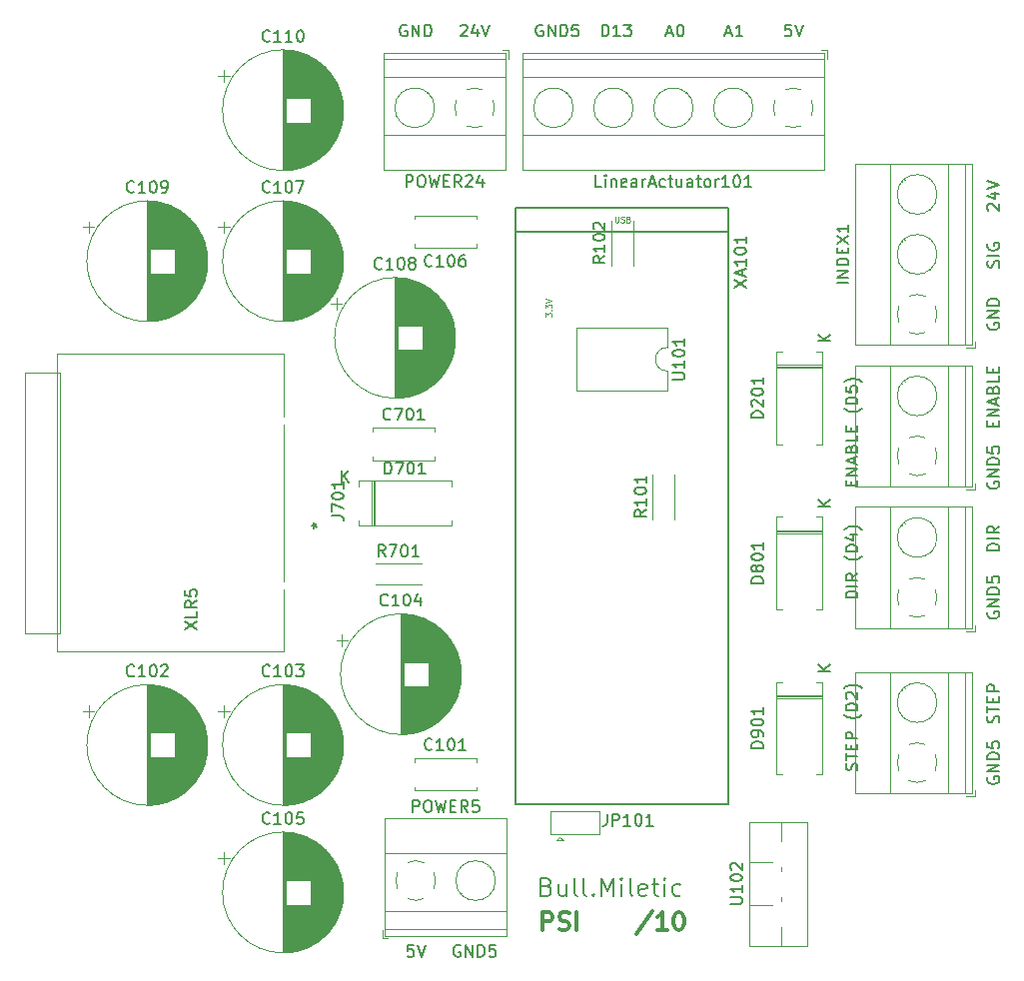
<source format=gbr>
%TF.GenerationSoftware,KiCad,Pcbnew,(5.1.9-0-10_14)*%
%TF.CreationDate,2021-06-30T23:09:00+02:00*%
%TF.ProjectId,kontroller,6b6f6e74-726f-46c6-9c65-722e6b696361,rev?*%
%TF.SameCoordinates,Original*%
%TF.FileFunction,Legend,Top*%
%TF.FilePolarity,Positive*%
%FSLAX46Y46*%
G04 Gerber Fmt 4.6, Leading zero omitted, Abs format (unit mm)*
G04 Created by KiCad (PCBNEW (5.1.9-0-10_14)) date 2021-06-30 23:09:00*
%MOMM*%
%LPD*%
G01*
G04 APERTURE LIST*
%ADD10C,0.150000*%
%ADD11C,0.375000*%
%ADD12C,0.120000*%
%ADD13C,0.075000*%
G04 APERTURE END LIST*
D10*
X141107142Y-168492857D02*
X141321428Y-168564285D01*
X141392857Y-168635714D01*
X141464285Y-168778571D01*
X141464285Y-168992857D01*
X141392857Y-169135714D01*
X141321428Y-169207142D01*
X141178571Y-169278571D01*
X140607142Y-169278571D01*
X140607142Y-167778571D01*
X141107142Y-167778571D01*
X141250000Y-167850000D01*
X141321428Y-167921428D01*
X141392857Y-168064285D01*
X141392857Y-168207142D01*
X141321428Y-168350000D01*
X141250000Y-168421428D01*
X141107142Y-168492857D01*
X140607142Y-168492857D01*
X142750000Y-168278571D02*
X142750000Y-169278571D01*
X142107142Y-168278571D02*
X142107142Y-169064285D01*
X142178571Y-169207142D01*
X142321428Y-169278571D01*
X142535714Y-169278571D01*
X142678571Y-169207142D01*
X142750000Y-169135714D01*
X143678571Y-169278571D02*
X143535714Y-169207142D01*
X143464285Y-169064285D01*
X143464285Y-167778571D01*
X144464285Y-169278571D02*
X144321428Y-169207142D01*
X144250000Y-169064285D01*
X144250000Y-167778571D01*
X145035714Y-169135714D02*
X145107142Y-169207142D01*
X145035714Y-169278571D01*
X144964285Y-169207142D01*
X145035714Y-169135714D01*
X145035714Y-169278571D01*
X145750000Y-169278571D02*
X145750000Y-167778571D01*
X146250000Y-168850000D01*
X146750000Y-167778571D01*
X146750000Y-169278571D01*
X147464285Y-169278571D02*
X147464285Y-168278571D01*
X147464285Y-167778571D02*
X147392857Y-167850000D01*
X147464285Y-167921428D01*
X147535714Y-167850000D01*
X147464285Y-167778571D01*
X147464285Y-167921428D01*
X148392857Y-169278571D02*
X148250000Y-169207142D01*
X148178571Y-169064285D01*
X148178571Y-167778571D01*
X149535714Y-169207142D02*
X149392857Y-169278571D01*
X149107142Y-169278571D01*
X148964285Y-169207142D01*
X148892857Y-169064285D01*
X148892857Y-168492857D01*
X148964285Y-168350000D01*
X149107142Y-168278571D01*
X149392857Y-168278571D01*
X149535714Y-168350000D01*
X149607142Y-168492857D01*
X149607142Y-168635714D01*
X148892857Y-168778571D01*
X150035714Y-168278571D02*
X150607142Y-168278571D01*
X150250000Y-167778571D02*
X150250000Y-169064285D01*
X150321428Y-169207142D01*
X150464285Y-169278571D01*
X150607142Y-169278571D01*
X151107142Y-169278571D02*
X151107142Y-168278571D01*
X151107142Y-167778571D02*
X151035714Y-167850000D01*
X151107142Y-167921428D01*
X151178571Y-167850000D01*
X151107142Y-167778571D01*
X151107142Y-167921428D01*
X152464285Y-169207142D02*
X152321428Y-169278571D01*
X152035714Y-169278571D01*
X151892857Y-169207142D01*
X151821428Y-169135714D01*
X151750000Y-168992857D01*
X151750000Y-168564285D01*
X151821428Y-168421428D01*
X151892857Y-168350000D01*
X152035714Y-168278571D01*
X152321428Y-168278571D01*
X152464285Y-168350000D01*
D11*
X140735714Y-172178571D02*
X140735714Y-170678571D01*
X141307142Y-170678571D01*
X141450000Y-170750000D01*
X141521428Y-170821428D01*
X141592857Y-170964285D01*
X141592857Y-171178571D01*
X141521428Y-171321428D01*
X141450000Y-171392857D01*
X141307142Y-171464285D01*
X140735714Y-171464285D01*
X142164285Y-172107142D02*
X142378571Y-172178571D01*
X142735714Y-172178571D01*
X142878571Y-172107142D01*
X142950000Y-172035714D01*
X143021428Y-171892857D01*
X143021428Y-171750000D01*
X142950000Y-171607142D01*
X142878571Y-171535714D01*
X142735714Y-171464285D01*
X142450000Y-171392857D01*
X142307142Y-171321428D01*
X142235714Y-171250000D01*
X142164285Y-171107142D01*
X142164285Y-170964285D01*
X142235714Y-170821428D01*
X142307142Y-170750000D01*
X142450000Y-170678571D01*
X142807142Y-170678571D01*
X143021428Y-170750000D01*
X143664285Y-172178571D02*
X143664285Y-170678571D01*
X150021428Y-170607142D02*
X148735714Y-172535714D01*
X151307142Y-172178571D02*
X150450000Y-172178571D01*
X150878571Y-172178571D02*
X150878571Y-170678571D01*
X150735714Y-170892857D01*
X150592857Y-171035714D01*
X150450000Y-171107142D01*
X152235714Y-170678571D02*
X152378571Y-170678571D01*
X152521428Y-170750000D01*
X152592857Y-170821428D01*
X152664285Y-170964285D01*
X152735714Y-171250000D01*
X152735714Y-171607142D01*
X152664285Y-171892857D01*
X152592857Y-172035714D01*
X152521428Y-172107142D01*
X152378571Y-172178571D01*
X152235714Y-172178571D01*
X152092857Y-172107142D01*
X152021428Y-172035714D01*
X151950000Y-171892857D01*
X151878571Y-171607142D01*
X151878571Y-171250000D01*
X151950000Y-170964285D01*
X152021428Y-170821428D01*
X152092857Y-170750000D01*
X152235714Y-170678571D01*
D10*
X179404761Y-116023809D02*
X179452380Y-115880952D01*
X179452380Y-115642857D01*
X179404761Y-115547619D01*
X179357142Y-115500000D01*
X179261904Y-115452380D01*
X179166666Y-115452380D01*
X179071428Y-115500000D01*
X179023809Y-115547619D01*
X178976190Y-115642857D01*
X178928571Y-115833333D01*
X178880952Y-115928571D01*
X178833333Y-115976190D01*
X178738095Y-116023809D01*
X178642857Y-116023809D01*
X178547619Y-115976190D01*
X178500000Y-115928571D01*
X178452380Y-115833333D01*
X178452380Y-115595238D01*
X178500000Y-115452380D01*
X179452380Y-115023809D02*
X178452380Y-115023809D01*
X178500000Y-114023809D02*
X178452380Y-114119047D01*
X178452380Y-114261904D01*
X178500000Y-114404761D01*
X178595238Y-114500000D01*
X178690476Y-114547619D01*
X178880952Y-114595238D01*
X179023809Y-114595238D01*
X179214285Y-114547619D01*
X179309523Y-114500000D01*
X179404761Y-114404761D01*
X179452380Y-114261904D01*
X179452380Y-114166666D01*
X179404761Y-114023809D01*
X179357142Y-113976190D01*
X179023809Y-113976190D01*
X179023809Y-114166666D01*
X178928571Y-129523809D02*
X178928571Y-129190476D01*
X179452380Y-129047619D02*
X179452380Y-129523809D01*
X178452380Y-129523809D01*
X178452380Y-129047619D01*
X179452380Y-128619047D02*
X178452380Y-128619047D01*
X179452380Y-128047619D01*
X178452380Y-128047619D01*
X179166666Y-127619047D02*
X179166666Y-127142857D01*
X179452380Y-127714285D02*
X178452380Y-127380952D01*
X179452380Y-127047619D01*
X178928571Y-126380952D02*
X178976190Y-126238095D01*
X179023809Y-126190476D01*
X179119047Y-126142857D01*
X179261904Y-126142857D01*
X179357142Y-126190476D01*
X179404761Y-126238095D01*
X179452380Y-126333333D01*
X179452380Y-126714285D01*
X178452380Y-126714285D01*
X178452380Y-126380952D01*
X178500000Y-126285714D01*
X178547619Y-126238095D01*
X178642857Y-126190476D01*
X178738095Y-126190476D01*
X178833333Y-126238095D01*
X178880952Y-126285714D01*
X178928571Y-126380952D01*
X178928571Y-126714285D01*
X179452380Y-125238095D02*
X179452380Y-125714285D01*
X178452380Y-125714285D01*
X178928571Y-124904761D02*
X178928571Y-124571428D01*
X179452380Y-124428571D02*
X179452380Y-124904761D01*
X178452380Y-124904761D01*
X178452380Y-124428571D01*
X179452380Y-140000000D02*
X178452380Y-140000000D01*
X178452380Y-139761904D01*
X178500000Y-139619047D01*
X178595238Y-139523809D01*
X178690476Y-139476190D01*
X178880952Y-139428571D01*
X179023809Y-139428571D01*
X179214285Y-139476190D01*
X179309523Y-139523809D01*
X179404761Y-139619047D01*
X179452380Y-139761904D01*
X179452380Y-140000000D01*
X179452380Y-139000000D02*
X178452380Y-139000000D01*
X179452380Y-137952380D02*
X178976190Y-138285714D01*
X179452380Y-138523809D02*
X178452380Y-138523809D01*
X178452380Y-138142857D01*
X178500000Y-138047619D01*
X178547619Y-138000000D01*
X178642857Y-137952380D01*
X178785714Y-137952380D01*
X178880952Y-138000000D01*
X178928571Y-138047619D01*
X178976190Y-138142857D01*
X178976190Y-138523809D01*
X179404761Y-154619047D02*
X179452380Y-154476190D01*
X179452380Y-154238095D01*
X179404761Y-154142857D01*
X179357142Y-154095238D01*
X179261904Y-154047619D01*
X179166666Y-154047619D01*
X179071428Y-154095238D01*
X179023809Y-154142857D01*
X178976190Y-154238095D01*
X178928571Y-154428571D01*
X178880952Y-154523809D01*
X178833333Y-154571428D01*
X178738095Y-154619047D01*
X178642857Y-154619047D01*
X178547619Y-154571428D01*
X178500000Y-154523809D01*
X178452380Y-154428571D01*
X178452380Y-154190476D01*
X178500000Y-154047619D01*
X178452380Y-153761904D02*
X178452380Y-153190476D01*
X179452380Y-153476190D02*
X178452380Y-153476190D01*
X178928571Y-152857142D02*
X178928571Y-152523809D01*
X179452380Y-152380952D02*
X179452380Y-152857142D01*
X178452380Y-152857142D01*
X178452380Y-152380952D01*
X179452380Y-151952380D02*
X178452380Y-151952380D01*
X178452380Y-151571428D01*
X178500000Y-151476190D01*
X178547619Y-151428571D01*
X178642857Y-151380952D01*
X178785714Y-151380952D01*
X178880952Y-151428571D01*
X178928571Y-151476190D01*
X178976190Y-151571428D01*
X178976190Y-151952380D01*
X178500000Y-159238095D02*
X178452380Y-159333333D01*
X178452380Y-159476190D01*
X178500000Y-159619047D01*
X178595238Y-159714285D01*
X178690476Y-159761904D01*
X178880952Y-159809523D01*
X179023809Y-159809523D01*
X179214285Y-159761904D01*
X179309523Y-159714285D01*
X179404761Y-159619047D01*
X179452380Y-159476190D01*
X179452380Y-159380952D01*
X179404761Y-159238095D01*
X179357142Y-159190476D01*
X179023809Y-159190476D01*
X179023809Y-159380952D01*
X179452380Y-158761904D02*
X178452380Y-158761904D01*
X179452380Y-158190476D01*
X178452380Y-158190476D01*
X179452380Y-157714285D02*
X178452380Y-157714285D01*
X178452380Y-157476190D01*
X178500000Y-157333333D01*
X178595238Y-157238095D01*
X178690476Y-157190476D01*
X178880952Y-157142857D01*
X179023809Y-157142857D01*
X179214285Y-157190476D01*
X179309523Y-157238095D01*
X179404761Y-157333333D01*
X179452380Y-157476190D01*
X179452380Y-157714285D01*
X178452380Y-156238095D02*
X178452380Y-156714285D01*
X178928571Y-156761904D01*
X178880952Y-156714285D01*
X178833333Y-156619047D01*
X178833333Y-156380952D01*
X178880952Y-156285714D01*
X178928571Y-156238095D01*
X179023809Y-156190476D01*
X179261904Y-156190476D01*
X179357142Y-156238095D01*
X179404761Y-156285714D01*
X179452380Y-156380952D01*
X179452380Y-156619047D01*
X179404761Y-156714285D01*
X179357142Y-156761904D01*
X178500000Y-145238095D02*
X178452380Y-145333333D01*
X178452380Y-145476190D01*
X178500000Y-145619047D01*
X178595238Y-145714285D01*
X178690476Y-145761904D01*
X178880952Y-145809523D01*
X179023809Y-145809523D01*
X179214285Y-145761904D01*
X179309523Y-145714285D01*
X179404761Y-145619047D01*
X179452380Y-145476190D01*
X179452380Y-145380952D01*
X179404761Y-145238095D01*
X179357142Y-145190476D01*
X179023809Y-145190476D01*
X179023809Y-145380952D01*
X179452380Y-144761904D02*
X178452380Y-144761904D01*
X179452380Y-144190476D01*
X178452380Y-144190476D01*
X179452380Y-143714285D02*
X178452380Y-143714285D01*
X178452380Y-143476190D01*
X178500000Y-143333333D01*
X178595238Y-143238095D01*
X178690476Y-143190476D01*
X178880952Y-143142857D01*
X179023809Y-143142857D01*
X179214285Y-143190476D01*
X179309523Y-143238095D01*
X179404761Y-143333333D01*
X179452380Y-143476190D01*
X179452380Y-143714285D01*
X178452380Y-142238095D02*
X178452380Y-142714285D01*
X178928571Y-142761904D01*
X178880952Y-142714285D01*
X178833333Y-142619047D01*
X178833333Y-142380952D01*
X178880952Y-142285714D01*
X178928571Y-142238095D01*
X179023809Y-142190476D01*
X179261904Y-142190476D01*
X179357142Y-142238095D01*
X179404761Y-142285714D01*
X179452380Y-142380952D01*
X179452380Y-142619047D01*
X179404761Y-142714285D01*
X179357142Y-142761904D01*
X178500000Y-134238095D02*
X178452380Y-134333333D01*
X178452380Y-134476190D01*
X178500000Y-134619047D01*
X178595238Y-134714285D01*
X178690476Y-134761904D01*
X178880952Y-134809523D01*
X179023809Y-134809523D01*
X179214285Y-134761904D01*
X179309523Y-134714285D01*
X179404761Y-134619047D01*
X179452380Y-134476190D01*
X179452380Y-134380952D01*
X179404761Y-134238095D01*
X179357142Y-134190476D01*
X179023809Y-134190476D01*
X179023809Y-134380952D01*
X179452380Y-133761904D02*
X178452380Y-133761904D01*
X179452380Y-133190476D01*
X178452380Y-133190476D01*
X179452380Y-132714285D02*
X178452380Y-132714285D01*
X178452380Y-132476190D01*
X178500000Y-132333333D01*
X178595238Y-132238095D01*
X178690476Y-132190476D01*
X178880952Y-132142857D01*
X179023809Y-132142857D01*
X179214285Y-132190476D01*
X179309523Y-132238095D01*
X179404761Y-132333333D01*
X179452380Y-132476190D01*
X179452380Y-132714285D01*
X178452380Y-131238095D02*
X178452380Y-131714285D01*
X178928571Y-131761904D01*
X178880952Y-131714285D01*
X178833333Y-131619047D01*
X178833333Y-131380952D01*
X178880952Y-131285714D01*
X178928571Y-131238095D01*
X179023809Y-131190476D01*
X179261904Y-131190476D01*
X179357142Y-131238095D01*
X179404761Y-131285714D01*
X179452380Y-131380952D01*
X179452380Y-131619047D01*
X179404761Y-131714285D01*
X179357142Y-131761904D01*
X178500000Y-120761904D02*
X178452380Y-120857142D01*
X178452380Y-121000000D01*
X178500000Y-121142857D01*
X178595238Y-121238095D01*
X178690476Y-121285714D01*
X178880952Y-121333333D01*
X179023809Y-121333333D01*
X179214285Y-121285714D01*
X179309523Y-121238095D01*
X179404761Y-121142857D01*
X179452380Y-121000000D01*
X179452380Y-120904761D01*
X179404761Y-120761904D01*
X179357142Y-120714285D01*
X179023809Y-120714285D01*
X179023809Y-120904761D01*
X179452380Y-120285714D02*
X178452380Y-120285714D01*
X179452380Y-119714285D01*
X178452380Y-119714285D01*
X179452380Y-119238095D02*
X178452380Y-119238095D01*
X178452380Y-119000000D01*
X178500000Y-118857142D01*
X178595238Y-118761904D01*
X178690476Y-118714285D01*
X178880952Y-118666666D01*
X179023809Y-118666666D01*
X179214285Y-118714285D01*
X179309523Y-118761904D01*
X179404761Y-118857142D01*
X179452380Y-119000000D01*
X179452380Y-119238095D01*
X178547619Y-111190476D02*
X178500000Y-111142857D01*
X178452380Y-111047619D01*
X178452380Y-110809523D01*
X178500000Y-110714285D01*
X178547619Y-110666666D01*
X178642857Y-110619047D01*
X178738095Y-110619047D01*
X178880952Y-110666666D01*
X179452380Y-111238095D01*
X179452380Y-110619047D01*
X178785714Y-109761904D02*
X179452380Y-109761904D01*
X178404761Y-110000000D02*
X179119047Y-110238095D01*
X179119047Y-109619047D01*
X178452380Y-109380952D02*
X179452380Y-109047619D01*
X178452380Y-108714285D01*
X145785714Y-96452380D02*
X145785714Y-95452380D01*
X146023809Y-95452380D01*
X146166666Y-95500000D01*
X146261904Y-95595238D01*
X146309523Y-95690476D01*
X146357142Y-95880952D01*
X146357142Y-96023809D01*
X146309523Y-96214285D01*
X146261904Y-96309523D01*
X146166666Y-96404761D01*
X146023809Y-96452380D01*
X145785714Y-96452380D01*
X147309523Y-96452380D02*
X146738095Y-96452380D01*
X147023809Y-96452380D02*
X147023809Y-95452380D01*
X146928571Y-95595238D01*
X146833333Y-95690476D01*
X146738095Y-95738095D01*
X147642857Y-95452380D02*
X148261904Y-95452380D01*
X147928571Y-95833333D01*
X148071428Y-95833333D01*
X148166666Y-95880952D01*
X148214285Y-95928571D01*
X148261904Y-96023809D01*
X148261904Y-96261904D01*
X148214285Y-96357142D01*
X148166666Y-96404761D01*
X148071428Y-96452380D01*
X147785714Y-96452380D01*
X147690476Y-96404761D01*
X147642857Y-96357142D01*
X151285714Y-96166666D02*
X151761904Y-96166666D01*
X151190476Y-96452380D02*
X151523809Y-95452380D01*
X151857142Y-96452380D01*
X152380952Y-95452380D02*
X152476190Y-95452380D01*
X152571428Y-95500000D01*
X152619047Y-95547619D01*
X152666666Y-95642857D01*
X152714285Y-95833333D01*
X152714285Y-96071428D01*
X152666666Y-96261904D01*
X152619047Y-96357142D01*
X152571428Y-96404761D01*
X152476190Y-96452380D01*
X152380952Y-96452380D01*
X152285714Y-96404761D01*
X152238095Y-96357142D01*
X152190476Y-96261904D01*
X152142857Y-96071428D01*
X152142857Y-95833333D01*
X152190476Y-95642857D01*
X152238095Y-95547619D01*
X152285714Y-95500000D01*
X152380952Y-95452380D01*
X156285714Y-96166666D02*
X156761904Y-96166666D01*
X156190476Y-96452380D02*
X156523809Y-95452380D01*
X156857142Y-96452380D01*
X157714285Y-96452380D02*
X157142857Y-96452380D01*
X157428571Y-96452380D02*
X157428571Y-95452380D01*
X157333333Y-95595238D01*
X157238095Y-95690476D01*
X157142857Y-95738095D01*
X140761904Y-95500000D02*
X140666666Y-95452380D01*
X140523809Y-95452380D01*
X140380952Y-95500000D01*
X140285714Y-95595238D01*
X140238095Y-95690476D01*
X140190476Y-95880952D01*
X140190476Y-96023809D01*
X140238095Y-96214285D01*
X140285714Y-96309523D01*
X140380952Y-96404761D01*
X140523809Y-96452380D01*
X140619047Y-96452380D01*
X140761904Y-96404761D01*
X140809523Y-96357142D01*
X140809523Y-96023809D01*
X140619047Y-96023809D01*
X141238095Y-96452380D02*
X141238095Y-95452380D01*
X141809523Y-96452380D01*
X141809523Y-95452380D01*
X142285714Y-96452380D02*
X142285714Y-95452380D01*
X142523809Y-95452380D01*
X142666666Y-95500000D01*
X142761904Y-95595238D01*
X142809523Y-95690476D01*
X142857142Y-95880952D01*
X142857142Y-96023809D01*
X142809523Y-96214285D01*
X142761904Y-96309523D01*
X142666666Y-96404761D01*
X142523809Y-96452380D01*
X142285714Y-96452380D01*
X143761904Y-95452380D02*
X143285714Y-95452380D01*
X143238095Y-95928571D01*
X143285714Y-95880952D01*
X143380952Y-95833333D01*
X143619047Y-95833333D01*
X143714285Y-95880952D01*
X143761904Y-95928571D01*
X143809523Y-96023809D01*
X143809523Y-96261904D01*
X143761904Y-96357142D01*
X143714285Y-96404761D01*
X143619047Y-96452380D01*
X143380952Y-96452380D01*
X143285714Y-96404761D01*
X143238095Y-96357142D01*
X161809523Y-95452380D02*
X161333333Y-95452380D01*
X161285714Y-95928571D01*
X161333333Y-95880952D01*
X161428571Y-95833333D01*
X161666666Y-95833333D01*
X161761904Y-95880952D01*
X161809523Y-95928571D01*
X161857142Y-96023809D01*
X161857142Y-96261904D01*
X161809523Y-96357142D01*
X161761904Y-96404761D01*
X161666666Y-96452380D01*
X161428571Y-96452380D01*
X161333333Y-96404761D01*
X161285714Y-96357142D01*
X162142857Y-95452380D02*
X162476190Y-96452380D01*
X162809523Y-95452380D01*
X133761904Y-173500000D02*
X133666666Y-173452380D01*
X133523809Y-173452380D01*
X133380952Y-173500000D01*
X133285714Y-173595238D01*
X133238095Y-173690476D01*
X133190476Y-173880952D01*
X133190476Y-174023809D01*
X133238095Y-174214285D01*
X133285714Y-174309523D01*
X133380952Y-174404761D01*
X133523809Y-174452380D01*
X133619047Y-174452380D01*
X133761904Y-174404761D01*
X133809523Y-174357142D01*
X133809523Y-174023809D01*
X133619047Y-174023809D01*
X134238095Y-174452380D02*
X134238095Y-173452380D01*
X134809523Y-174452380D01*
X134809523Y-173452380D01*
X135285714Y-174452380D02*
X135285714Y-173452380D01*
X135523809Y-173452380D01*
X135666666Y-173500000D01*
X135761904Y-173595238D01*
X135809523Y-173690476D01*
X135857142Y-173880952D01*
X135857142Y-174023809D01*
X135809523Y-174214285D01*
X135761904Y-174309523D01*
X135666666Y-174404761D01*
X135523809Y-174452380D01*
X135285714Y-174452380D01*
X136761904Y-173452380D02*
X136285714Y-173452380D01*
X136238095Y-173928571D01*
X136285714Y-173880952D01*
X136380952Y-173833333D01*
X136619047Y-173833333D01*
X136714285Y-173880952D01*
X136761904Y-173928571D01*
X136809523Y-174023809D01*
X136809523Y-174261904D01*
X136761904Y-174357142D01*
X136714285Y-174404761D01*
X136619047Y-174452380D01*
X136380952Y-174452380D01*
X136285714Y-174404761D01*
X136238095Y-174357142D01*
X129809523Y-173452380D02*
X129333333Y-173452380D01*
X129285714Y-173928571D01*
X129333333Y-173880952D01*
X129428571Y-173833333D01*
X129666666Y-173833333D01*
X129761904Y-173880952D01*
X129809523Y-173928571D01*
X129857142Y-174023809D01*
X129857142Y-174261904D01*
X129809523Y-174357142D01*
X129761904Y-174404761D01*
X129666666Y-174452380D01*
X129428571Y-174452380D01*
X129333333Y-174404761D01*
X129285714Y-174357142D01*
X130142857Y-173452380D02*
X130476190Y-174452380D01*
X130809523Y-173452380D01*
X133809523Y-95547619D02*
X133857142Y-95500000D01*
X133952380Y-95452380D01*
X134190476Y-95452380D01*
X134285714Y-95500000D01*
X134333333Y-95547619D01*
X134380952Y-95642857D01*
X134380952Y-95738095D01*
X134333333Y-95880952D01*
X133761904Y-96452380D01*
X134380952Y-96452380D01*
X135238095Y-95785714D02*
X135238095Y-96452380D01*
X135000000Y-95404761D02*
X134761904Y-96119047D01*
X135380952Y-96119047D01*
X135619047Y-95452380D02*
X135952380Y-96452380D01*
X136285714Y-95452380D01*
X129238095Y-95500000D02*
X129142857Y-95452380D01*
X129000000Y-95452380D01*
X128857142Y-95500000D01*
X128761904Y-95595238D01*
X128714285Y-95690476D01*
X128666666Y-95880952D01*
X128666666Y-96023809D01*
X128714285Y-96214285D01*
X128761904Y-96309523D01*
X128857142Y-96404761D01*
X129000000Y-96452380D01*
X129095238Y-96452380D01*
X129238095Y-96404761D01*
X129285714Y-96357142D01*
X129285714Y-96023809D01*
X129095238Y-96023809D01*
X129714285Y-96452380D02*
X129714285Y-95452380D01*
X130285714Y-96452380D01*
X130285714Y-95452380D01*
X130761904Y-96452380D02*
X130761904Y-95452380D01*
X131000000Y-95452380D01*
X131142857Y-95500000D01*
X131238095Y-95595238D01*
X131285714Y-95690476D01*
X131333333Y-95880952D01*
X131333333Y-96023809D01*
X131285714Y-96214285D01*
X131238095Y-96309523D01*
X131142857Y-96404761D01*
X131000000Y-96452380D01*
X130761904Y-96452380D01*
X167404761Y-158642857D02*
X167452380Y-158500000D01*
X167452380Y-158261904D01*
X167404761Y-158166666D01*
X167357142Y-158119047D01*
X167261904Y-158071428D01*
X167166666Y-158071428D01*
X167071428Y-158119047D01*
X167023809Y-158166666D01*
X166976190Y-158261904D01*
X166928571Y-158452380D01*
X166880952Y-158547619D01*
X166833333Y-158595238D01*
X166738095Y-158642857D01*
X166642857Y-158642857D01*
X166547619Y-158595238D01*
X166500000Y-158547619D01*
X166452380Y-158452380D01*
X166452380Y-158214285D01*
X166500000Y-158071428D01*
X166452380Y-157785714D02*
X166452380Y-157214285D01*
X167452380Y-157500000D02*
X166452380Y-157500000D01*
X166928571Y-156880952D02*
X166928571Y-156547619D01*
X167452380Y-156404761D02*
X167452380Y-156880952D01*
X166452380Y-156880952D01*
X166452380Y-156404761D01*
X167452380Y-155976190D02*
X166452380Y-155976190D01*
X166452380Y-155595238D01*
X166500000Y-155500000D01*
X166547619Y-155452380D01*
X166642857Y-155404761D01*
X166785714Y-155404761D01*
X166880952Y-155452380D01*
X166928571Y-155500000D01*
X166976190Y-155595238D01*
X166976190Y-155976190D01*
X167833333Y-153928571D02*
X167785714Y-153976190D01*
X167642857Y-154071428D01*
X167547619Y-154119047D01*
X167404761Y-154166666D01*
X167166666Y-154214285D01*
X166976190Y-154214285D01*
X166738095Y-154166666D01*
X166595238Y-154119047D01*
X166500000Y-154071428D01*
X166357142Y-153976190D01*
X166309523Y-153928571D01*
X167452380Y-153547619D02*
X166452380Y-153547619D01*
X166452380Y-153309523D01*
X166500000Y-153166666D01*
X166595238Y-153071428D01*
X166690476Y-153023809D01*
X166880952Y-152976190D01*
X167023809Y-152976190D01*
X167214285Y-153023809D01*
X167309523Y-153071428D01*
X167404761Y-153166666D01*
X167452380Y-153309523D01*
X167452380Y-153547619D01*
X166547619Y-152595238D02*
X166500000Y-152547619D01*
X166452380Y-152452380D01*
X166452380Y-152214285D01*
X166500000Y-152119047D01*
X166547619Y-152071428D01*
X166642857Y-152023809D01*
X166738095Y-152023809D01*
X166880952Y-152071428D01*
X167452380Y-152642857D01*
X167452380Y-152023809D01*
X167833333Y-151690476D02*
X167785714Y-151642857D01*
X167642857Y-151547619D01*
X167547619Y-151500000D01*
X167404761Y-151452380D01*
X167166666Y-151404761D01*
X166976190Y-151404761D01*
X166738095Y-151452380D01*
X166595238Y-151500000D01*
X166500000Y-151547619D01*
X166357142Y-151642857D01*
X166309523Y-151690476D01*
X167452380Y-144023809D02*
X166452380Y-144023809D01*
X166452380Y-143785714D01*
X166500000Y-143642857D01*
X166595238Y-143547619D01*
X166690476Y-143500000D01*
X166880952Y-143452380D01*
X167023809Y-143452380D01*
X167214285Y-143500000D01*
X167309523Y-143547619D01*
X167404761Y-143642857D01*
X167452380Y-143785714D01*
X167452380Y-144023809D01*
X167452380Y-143023809D02*
X166452380Y-143023809D01*
X167452380Y-141976190D02*
X166976190Y-142309523D01*
X167452380Y-142547619D02*
X166452380Y-142547619D01*
X166452380Y-142166666D01*
X166500000Y-142071428D01*
X166547619Y-142023809D01*
X166642857Y-141976190D01*
X166785714Y-141976190D01*
X166880952Y-142023809D01*
X166928571Y-142071428D01*
X166976190Y-142166666D01*
X166976190Y-142547619D01*
X167833333Y-140500000D02*
X167785714Y-140547619D01*
X167642857Y-140642857D01*
X167547619Y-140690476D01*
X167404761Y-140738095D01*
X167166666Y-140785714D01*
X166976190Y-140785714D01*
X166738095Y-140738095D01*
X166595238Y-140690476D01*
X166500000Y-140642857D01*
X166357142Y-140547619D01*
X166309523Y-140500000D01*
X167452380Y-140119047D02*
X166452380Y-140119047D01*
X166452380Y-139880952D01*
X166500000Y-139738095D01*
X166595238Y-139642857D01*
X166690476Y-139595238D01*
X166880952Y-139547619D01*
X167023809Y-139547619D01*
X167214285Y-139595238D01*
X167309523Y-139642857D01*
X167404761Y-139738095D01*
X167452380Y-139880952D01*
X167452380Y-140119047D01*
X166785714Y-138690476D02*
X167452380Y-138690476D01*
X166404761Y-138928571D02*
X167119047Y-139166666D01*
X167119047Y-138547619D01*
X167833333Y-138261904D02*
X167785714Y-138214285D01*
X167642857Y-138119047D01*
X167547619Y-138071428D01*
X167404761Y-138023809D01*
X167166666Y-137976190D01*
X166976190Y-137976190D01*
X166738095Y-138023809D01*
X166595238Y-138071428D01*
X166500000Y-138119047D01*
X166357142Y-138214285D01*
X166309523Y-138261904D01*
X166928571Y-134547619D02*
X166928571Y-134214285D01*
X167452380Y-134071428D02*
X167452380Y-134547619D01*
X166452380Y-134547619D01*
X166452380Y-134071428D01*
X167452380Y-133642857D02*
X166452380Y-133642857D01*
X167452380Y-133071428D01*
X166452380Y-133071428D01*
X167166666Y-132642857D02*
X167166666Y-132166666D01*
X167452380Y-132738095D02*
X166452380Y-132404761D01*
X167452380Y-132071428D01*
X166928571Y-131404761D02*
X166976190Y-131261904D01*
X167023809Y-131214285D01*
X167119047Y-131166666D01*
X167261904Y-131166666D01*
X167357142Y-131214285D01*
X167404761Y-131261904D01*
X167452380Y-131357142D01*
X167452380Y-131738095D01*
X166452380Y-131738095D01*
X166452380Y-131404761D01*
X166500000Y-131309523D01*
X166547619Y-131261904D01*
X166642857Y-131214285D01*
X166738095Y-131214285D01*
X166833333Y-131261904D01*
X166880952Y-131309523D01*
X166928571Y-131404761D01*
X166928571Y-131738095D01*
X167452380Y-130261904D02*
X167452380Y-130738095D01*
X166452380Y-130738095D01*
X166928571Y-129928571D02*
X166928571Y-129595238D01*
X167452380Y-129452380D02*
X167452380Y-129928571D01*
X166452380Y-129928571D01*
X166452380Y-129452380D01*
X167833333Y-127976190D02*
X167785714Y-128023809D01*
X167642857Y-128119047D01*
X167547619Y-128166666D01*
X167404761Y-128214285D01*
X167166666Y-128261904D01*
X166976190Y-128261904D01*
X166738095Y-128214285D01*
X166595238Y-128166666D01*
X166500000Y-128119047D01*
X166357142Y-128023809D01*
X166309523Y-127976190D01*
X167452380Y-127595238D02*
X166452380Y-127595238D01*
X166452380Y-127357142D01*
X166500000Y-127214285D01*
X166595238Y-127119047D01*
X166690476Y-127071428D01*
X166880952Y-127023809D01*
X167023809Y-127023809D01*
X167214285Y-127071428D01*
X167309523Y-127119047D01*
X167404761Y-127214285D01*
X167452380Y-127357142D01*
X167452380Y-127595238D01*
X166452380Y-126119047D02*
X166452380Y-126595238D01*
X166928571Y-126642857D01*
X166880952Y-126595238D01*
X166833333Y-126500000D01*
X166833333Y-126261904D01*
X166880952Y-126166666D01*
X166928571Y-126119047D01*
X167023809Y-126071428D01*
X167261904Y-126071428D01*
X167357142Y-126119047D01*
X167404761Y-126166666D01*
X167452380Y-126261904D01*
X167452380Y-126500000D01*
X167404761Y-126595238D01*
X167357142Y-126642857D01*
X167833333Y-125738095D02*
X167785714Y-125690476D01*
X167642857Y-125595238D01*
X167547619Y-125547619D01*
X167404761Y-125500000D01*
X167166666Y-125452380D01*
X166976190Y-125452380D01*
X166738095Y-125500000D01*
X166595238Y-125547619D01*
X166500000Y-125595238D01*
X166357142Y-125690476D01*
X166309523Y-125738095D01*
D12*
%TO.C,LinearActuator101*%
X158600000Y-102500000D02*
G75*
G03*
X158600000Y-102500000I-1680000J0D01*
G01*
X153520000Y-102500000D02*
G75*
G03*
X153520000Y-102500000I-1680000J0D01*
G01*
X148440000Y-102500000D02*
G75*
G03*
X148440000Y-102500000I-1680000J0D01*
G01*
X143360000Y-102500000D02*
G75*
G03*
X143360000Y-102500000I-1680000J0D01*
G01*
X164600000Y-98400000D02*
X139080000Y-98400000D01*
X164600000Y-99900000D02*
X139080000Y-99900000D01*
X164600000Y-104801000D02*
X139080000Y-104801000D01*
X164600000Y-107761000D02*
X139080000Y-107761000D01*
X164600000Y-97840000D02*
X139080000Y-97840000D01*
X164600000Y-107761000D02*
X164600000Y-97840000D01*
X139080000Y-107761000D02*
X139080000Y-97840000D01*
X155645000Y-103569000D02*
X155692000Y-103523000D01*
X157954000Y-101261000D02*
X157989000Y-101226000D01*
X155850000Y-103775000D02*
X155885000Y-103739000D01*
X158147000Y-101477000D02*
X158194000Y-101431000D01*
X150565000Y-103569000D02*
X150612000Y-103523000D01*
X152874000Y-101261000D02*
X152909000Y-101226000D01*
X150770000Y-103775000D02*
X150805000Y-103739000D01*
X153067000Y-101477000D02*
X153114000Y-101431000D01*
X145485000Y-103569000D02*
X145532000Y-103523000D01*
X147794000Y-101261000D02*
X147829000Y-101226000D01*
X145690000Y-103775000D02*
X145725000Y-103739000D01*
X147987000Y-101477000D02*
X148034000Y-101431000D01*
X140405000Y-103569000D02*
X140452000Y-103523000D01*
X142714000Y-101261000D02*
X142749000Y-101226000D01*
X140610000Y-103775000D02*
X140645000Y-103739000D01*
X142907000Y-101477000D02*
X142954000Y-101431000D01*
X164840000Y-98340000D02*
X164840000Y-97600000D01*
X164840000Y-97600000D02*
X164340000Y-97600000D01*
X161971195Y-100819747D02*
G75*
G02*
X162684000Y-100965000I28805J-1680253D01*
G01*
X163535426Y-101816958D02*
G75*
G02*
X163535000Y-103184000I-1535426J-683042D01*
G01*
X162683042Y-104035426D02*
G75*
G02*
X161316000Y-104035000I-683042J1535426D01*
G01*
X160464574Y-103183042D02*
G75*
G02*
X160465000Y-101816000I1535426J683042D01*
G01*
X161316682Y-100965244D02*
G75*
G02*
X162000000Y-100820000I683318J-1534756D01*
G01*
%TO.C,J701*%
X118846200Y-142636727D02*
X118846200Y-129333273D01*
X118846200Y-128666727D02*
X118846200Y-123361200D01*
X96900600Y-147008600D02*
X99847000Y-147008600D01*
X96900600Y-124961400D02*
X96900600Y-147008600D01*
X99847000Y-124961400D02*
X96900600Y-124961400D01*
X99847000Y-147008600D02*
X99847000Y-124961400D01*
X99593000Y-148608800D02*
X118846200Y-148608800D01*
X99593000Y-123361200D02*
X99593000Y-148608800D01*
X118846200Y-123361200D02*
X99593000Y-123361200D01*
X118846200Y-148608800D02*
X118846200Y-143303273D01*
%TO.C,U102*%
X158232000Y-173510000D02*
X158232000Y-163010000D01*
X163173000Y-173510000D02*
X163173000Y-163010000D01*
X158232000Y-173510000D02*
X163173000Y-173510000D01*
X158232000Y-163010000D02*
X163173000Y-163010000D01*
X160992000Y-173510000D02*
X160992000Y-171903000D01*
X160992000Y-169697000D02*
X160992000Y-169362000D01*
X160992000Y-167157000D02*
X160992000Y-166822000D01*
X160992000Y-164617000D02*
X160992000Y-163010000D01*
X158232000Y-170110000D02*
X160250000Y-170110000D01*
X158232000Y-166409000D02*
X160250000Y-166409000D01*
D10*
%TO.C,XA101*%
X156534000Y-111000000D02*
X138500000Y-111000000D01*
X156500000Y-161480000D02*
X138500000Y-161480000D01*
X156534000Y-111000000D02*
X156534000Y-161480000D01*
X156500000Y-113000000D02*
X138500000Y-113000000D01*
X138500000Y-111000000D02*
X138500000Y-161480000D01*
D12*
%TO.C,U101*%
X151330000Y-122810000D02*
X151330000Y-121160000D01*
X151330000Y-121160000D02*
X143590000Y-121160000D01*
X143590000Y-121160000D02*
X143590000Y-126460000D01*
X143590000Y-126460000D02*
X151330000Y-126460000D01*
X151330000Y-126460000D02*
X151330000Y-124810000D01*
X151330000Y-124810000D02*
G75*
G02*
X151330000Y-122810000I0J1000000D01*
G01*
%TO.C,R701*%
X126620000Y-141080000D02*
X130460000Y-141080000D01*
X126620000Y-142920000D02*
X130460000Y-142920000D01*
%TO.C,R102*%
X146580000Y-115880000D02*
X146580000Y-112040000D01*
X148420000Y-115880000D02*
X148420000Y-112040000D01*
%TO.C,R101*%
X150080000Y-137380000D02*
X150080000Y-133540000D01*
X151920000Y-137380000D02*
X151920000Y-133540000D01*
%TO.C,OUT501*%
X174180000Y-152920000D02*
G75*
G03*
X174180000Y-152920000I-1680000J0D01*
G01*
X176600000Y-160600000D02*
X176600000Y-150320000D01*
X175100000Y-160600000D02*
X175100000Y-150320000D01*
X170199000Y-160600000D02*
X170199000Y-150320000D01*
X167239000Y-160600000D02*
X167239000Y-150320000D01*
X177160000Y-160600000D02*
X177160000Y-150320000D01*
X167239000Y-160600000D02*
X177160000Y-160600000D01*
X167239000Y-150320000D02*
X177160000Y-150320000D01*
X171431000Y-151645000D02*
X171477000Y-151692000D01*
X173739000Y-153954000D02*
X173774000Y-153989000D01*
X171225000Y-151850000D02*
X171261000Y-151885000D01*
X173523000Y-154147000D02*
X173569000Y-154194000D01*
X176660000Y-160840000D02*
X177400000Y-160840000D01*
X177400000Y-160840000D02*
X177400000Y-160340000D01*
X174180253Y-157971195D02*
G75*
G02*
X174035000Y-158684000I-1680253J-28805D01*
G01*
X173183042Y-159535426D02*
G75*
G02*
X171816000Y-159535000I-683042J1535426D01*
G01*
X170964574Y-158683042D02*
G75*
G02*
X170965000Y-157316000I1535426J683042D01*
G01*
X171816958Y-156464574D02*
G75*
G02*
X173184000Y-156465000I683042J-1535426D01*
G01*
X174034756Y-157316682D02*
G75*
G02*
X174180000Y-158000000I-1534756J-683318D01*
G01*
%TO.C,POWER801*%
X174180000Y-138920000D02*
G75*
G03*
X174180000Y-138920000I-1680000J0D01*
G01*
X176600000Y-146600000D02*
X176600000Y-136320000D01*
X175100000Y-146600000D02*
X175100000Y-136320000D01*
X170199000Y-146600000D02*
X170199000Y-136320000D01*
X167239000Y-146600000D02*
X167239000Y-136320000D01*
X177160000Y-146600000D02*
X177160000Y-136320000D01*
X167239000Y-146600000D02*
X177160000Y-146600000D01*
X167239000Y-136320000D02*
X177160000Y-136320000D01*
X171431000Y-137645000D02*
X171477000Y-137692000D01*
X173739000Y-139954000D02*
X173774000Y-139989000D01*
X171225000Y-137850000D02*
X171261000Y-137885000D01*
X173523000Y-140147000D02*
X173569000Y-140194000D01*
X176660000Y-146840000D02*
X177400000Y-146840000D01*
X177400000Y-146840000D02*
X177400000Y-146340000D01*
X174180253Y-143971195D02*
G75*
G02*
X174035000Y-144684000I-1680253J-28805D01*
G01*
X173183042Y-145535426D02*
G75*
G02*
X171816000Y-145535000I-683042J1535426D01*
G01*
X170964574Y-144683042D02*
G75*
G02*
X170965000Y-143316000I1535426J683042D01*
G01*
X171816958Y-142464574D02*
G75*
G02*
X173184000Y-142465000I683042J-1535426D01*
G01*
X174034756Y-143316682D02*
G75*
G02*
X174180000Y-144000000I-1534756J-683318D01*
G01*
%TO.C,POWER24*%
X131600000Y-102500000D02*
G75*
G03*
X131600000Y-102500000I-1680000J0D01*
G01*
X137600000Y-98400000D02*
X127320000Y-98400000D01*
X137600000Y-99900000D02*
X127320000Y-99900000D01*
X137600000Y-104801000D02*
X127320000Y-104801000D01*
X137600000Y-107761000D02*
X127320000Y-107761000D01*
X137600000Y-97840000D02*
X127320000Y-97840000D01*
X137600000Y-107761000D02*
X137600000Y-97840000D01*
X127320000Y-107761000D02*
X127320000Y-97840000D01*
X128645000Y-103569000D02*
X128692000Y-103523000D01*
X130954000Y-101261000D02*
X130989000Y-101226000D01*
X128850000Y-103775000D02*
X128885000Y-103739000D01*
X131147000Y-101477000D02*
X131194000Y-101431000D01*
X137840000Y-98340000D02*
X137840000Y-97600000D01*
X137840000Y-97600000D02*
X137340000Y-97600000D01*
X134971195Y-100819747D02*
G75*
G02*
X135684000Y-100965000I28805J-1680253D01*
G01*
X136535426Y-101816958D02*
G75*
G02*
X136535000Y-103184000I-1535426J-683042D01*
G01*
X135683042Y-104035426D02*
G75*
G02*
X134316000Y-104035000I-683042J1535426D01*
G01*
X133464574Y-103183042D02*
G75*
G02*
X133465000Y-101816000I1535426J683042D01*
G01*
X134316682Y-100965244D02*
G75*
G02*
X135000000Y-100820000I683318J-1534756D01*
G01*
%TO.C,POWER5*%
X136760000Y-168000000D02*
G75*
G03*
X136760000Y-168000000I-1680000J0D01*
G01*
X127400000Y-172100000D02*
X137680000Y-172100000D01*
X127400000Y-170600000D02*
X137680000Y-170600000D01*
X127400000Y-165699000D02*
X137680000Y-165699000D01*
X127400000Y-162739000D02*
X137680000Y-162739000D01*
X127400000Y-172660000D02*
X137680000Y-172660000D01*
X127400000Y-162739000D02*
X127400000Y-172660000D01*
X137680000Y-162739000D02*
X137680000Y-172660000D01*
X136355000Y-166931000D02*
X136308000Y-166977000D01*
X134046000Y-169239000D02*
X134011000Y-169274000D01*
X136150000Y-166725000D02*
X136115000Y-166761000D01*
X133853000Y-169023000D02*
X133806000Y-169069000D01*
X127160000Y-172160000D02*
X127160000Y-172900000D01*
X127160000Y-172900000D02*
X127660000Y-172900000D01*
X130028805Y-169680253D02*
G75*
G02*
X129316000Y-169535000I-28805J1680253D01*
G01*
X128464574Y-168683042D02*
G75*
G02*
X128465000Y-167316000I1535426J683042D01*
G01*
X129316958Y-166464574D02*
G75*
G02*
X130684000Y-166465000I683042J-1535426D01*
G01*
X131535426Y-167316958D02*
G75*
G02*
X131535000Y-168684000I-1535426J-683042D01*
G01*
X130683318Y-169534756D02*
G75*
G02*
X130000000Y-169680000I-683318J1534756D01*
G01*
%TO.C,OUT201*%
X174180000Y-126920000D02*
G75*
G03*
X174180000Y-126920000I-1680000J0D01*
G01*
X176600000Y-134600000D02*
X176600000Y-124320000D01*
X175100000Y-134600000D02*
X175100000Y-124320000D01*
X170199000Y-134600000D02*
X170199000Y-124320000D01*
X167239000Y-134600000D02*
X167239000Y-124320000D01*
X177160000Y-134600000D02*
X177160000Y-124320000D01*
X167239000Y-134600000D02*
X177160000Y-134600000D01*
X167239000Y-124320000D02*
X177160000Y-124320000D01*
X171431000Y-125645000D02*
X171477000Y-125692000D01*
X173739000Y-127954000D02*
X173774000Y-127989000D01*
X171225000Y-125850000D02*
X171261000Y-125885000D01*
X173523000Y-128147000D02*
X173569000Y-128194000D01*
X176660000Y-134840000D02*
X177400000Y-134840000D01*
X177400000Y-134840000D02*
X177400000Y-134340000D01*
X174180253Y-131971195D02*
G75*
G02*
X174035000Y-132684000I-1680253J-28805D01*
G01*
X173183042Y-133535426D02*
G75*
G02*
X171816000Y-133535000I-683042J1535426D01*
G01*
X170964574Y-132683042D02*
G75*
G02*
X170965000Y-131316000I1535426J683042D01*
G01*
X171816958Y-130464574D02*
G75*
G02*
X173184000Y-130465000I683042J-1535426D01*
G01*
X174034756Y-131316682D02*
G75*
G02*
X174180000Y-132000000I-1534756J-683318D01*
G01*
%TO.C,JP101*%
X142200000Y-164300000D02*
X142500000Y-164600000D01*
X141900000Y-164600000D02*
X142500000Y-164600000D01*
X142200000Y-164300000D02*
X141900000Y-164600000D01*
X141450000Y-164100000D02*
X141450000Y-162100000D01*
X145550000Y-164100000D02*
X141450000Y-164100000D01*
X145550000Y-162100000D02*
X145550000Y-164100000D01*
X141450000Y-162100000D02*
X145550000Y-162100000D01*
%TO.C,INDEX1*%
X174180000Y-114920000D02*
G75*
G03*
X174180000Y-114920000I-1680000J0D01*
G01*
X174180000Y-109840000D02*
G75*
G03*
X174180000Y-109840000I-1680000J0D01*
G01*
X176600000Y-122600000D02*
X176600000Y-107240000D01*
X175100000Y-122600000D02*
X175100000Y-107240000D01*
X170199000Y-122600000D02*
X170199000Y-107240000D01*
X167239000Y-122600000D02*
X167239000Y-107240000D01*
X177160000Y-122600000D02*
X177160000Y-107240000D01*
X167239000Y-122600000D02*
X177160000Y-122600000D01*
X167239000Y-107240000D02*
X177160000Y-107240000D01*
X171431000Y-113645000D02*
X171477000Y-113692000D01*
X173739000Y-115954000D02*
X173774000Y-115989000D01*
X171225000Y-113850000D02*
X171261000Y-113885000D01*
X173523000Y-116147000D02*
X173569000Y-116194000D01*
X171431000Y-108565000D02*
X171477000Y-108612000D01*
X173739000Y-110874000D02*
X173774000Y-110909000D01*
X171225000Y-108770000D02*
X171261000Y-108805000D01*
X173523000Y-111067000D02*
X173569000Y-111114000D01*
X176660000Y-122840000D02*
X177400000Y-122840000D01*
X177400000Y-122840000D02*
X177400000Y-122340000D01*
X174180253Y-119971195D02*
G75*
G02*
X174035000Y-120684000I-1680253J-28805D01*
G01*
X173183042Y-121535426D02*
G75*
G02*
X171816000Y-121535000I-683042J1535426D01*
G01*
X170964574Y-120683042D02*
G75*
G02*
X170965000Y-119316000I1535426J683042D01*
G01*
X171816958Y-118464574D02*
G75*
G02*
X173184000Y-118465000I683042J-1535426D01*
G01*
X174034756Y-119316682D02*
G75*
G02*
X174180000Y-120000000I-1534756J-683318D01*
G01*
%TO.C,D901*%
X163940000Y-151160000D02*
X164420000Y-151160000D01*
X164420000Y-151160000D02*
X164420000Y-159000000D01*
X164420000Y-159000000D02*
X163940000Y-159000000D01*
X161060000Y-151160000D02*
X160580000Y-151160000D01*
X160580000Y-151160000D02*
X160580000Y-159000000D01*
X160580000Y-159000000D02*
X161060000Y-159000000D01*
X164420000Y-152420000D02*
X160580000Y-152420000D01*
X164420000Y-152540000D02*
X160580000Y-152540000D01*
X164420000Y-152300000D02*
X160580000Y-152300000D01*
%TO.C,D801*%
X163940000Y-137160000D02*
X164420000Y-137160000D01*
X164420000Y-137160000D02*
X164420000Y-145000000D01*
X164420000Y-145000000D02*
X163940000Y-145000000D01*
X161060000Y-137160000D02*
X160580000Y-137160000D01*
X160580000Y-137160000D02*
X160580000Y-145000000D01*
X160580000Y-145000000D02*
X161060000Y-145000000D01*
X164420000Y-138420000D02*
X160580000Y-138420000D01*
X164420000Y-138540000D02*
X160580000Y-138540000D01*
X164420000Y-138300000D02*
X160580000Y-138300000D01*
%TO.C,D701*%
X125160000Y-134560000D02*
X125160000Y-134080000D01*
X125160000Y-134080000D02*
X133000000Y-134080000D01*
X133000000Y-134080000D02*
X133000000Y-134560000D01*
X125160000Y-137440000D02*
X125160000Y-137920000D01*
X125160000Y-137920000D02*
X133000000Y-137920000D01*
X133000000Y-137920000D02*
X133000000Y-137440000D01*
X126420000Y-134080000D02*
X126420000Y-137920000D01*
X126540000Y-134080000D02*
X126540000Y-137920000D01*
X126300000Y-134080000D02*
X126300000Y-137920000D01*
%TO.C,D201*%
X163940000Y-123160000D02*
X164420000Y-123160000D01*
X164420000Y-123160000D02*
X164420000Y-131000000D01*
X164420000Y-131000000D02*
X163940000Y-131000000D01*
X161060000Y-123160000D02*
X160580000Y-123160000D01*
X160580000Y-123160000D02*
X160580000Y-131000000D01*
X160580000Y-131000000D02*
X161060000Y-131000000D01*
X164420000Y-124420000D02*
X160580000Y-124420000D01*
X164420000Y-124540000D02*
X160580000Y-124540000D01*
X164420000Y-124300000D02*
X160580000Y-124300000D01*
%TO.C,C701*%
X126380000Y-129630000D02*
X131620000Y-129630000D01*
X126380000Y-132370000D02*
X131620000Y-132370000D01*
X126380000Y-129630000D02*
X126380000Y-129945000D01*
X126380000Y-132055000D02*
X126380000Y-132370000D01*
X131620000Y-129630000D02*
X131620000Y-129945000D01*
X131620000Y-132055000D02*
X131620000Y-132370000D01*
%TO.C,C110*%
X123870000Y-102700000D02*
G75*
G03*
X123870000Y-102700000I-5120000J0D01*
G01*
X118750000Y-97620000D02*
X118750000Y-107780000D01*
X118790000Y-97620000D02*
X118790000Y-107780000D01*
X118830000Y-97620000D02*
X118830000Y-107780000D01*
X118870000Y-97621000D02*
X118870000Y-107779000D01*
X118910000Y-97622000D02*
X118910000Y-107778000D01*
X118950000Y-97623000D02*
X118950000Y-107777000D01*
X118990000Y-97625000D02*
X118990000Y-101660000D01*
X118990000Y-103740000D02*
X118990000Y-107775000D01*
X119030000Y-97627000D02*
X119030000Y-101660000D01*
X119030000Y-103740000D02*
X119030000Y-107773000D01*
X119070000Y-97630000D02*
X119070000Y-101660000D01*
X119070000Y-103740000D02*
X119070000Y-107770000D01*
X119110000Y-97632000D02*
X119110000Y-101660000D01*
X119110000Y-103740000D02*
X119110000Y-107768000D01*
X119150000Y-97635000D02*
X119150000Y-101660000D01*
X119150000Y-103740000D02*
X119150000Y-107765000D01*
X119190000Y-97638000D02*
X119190000Y-101660000D01*
X119190000Y-103740000D02*
X119190000Y-107762000D01*
X119230000Y-97642000D02*
X119230000Y-101660000D01*
X119230000Y-103740000D02*
X119230000Y-107758000D01*
X119270000Y-97646000D02*
X119270000Y-101660000D01*
X119270000Y-103740000D02*
X119270000Y-107754000D01*
X119310000Y-97650000D02*
X119310000Y-101660000D01*
X119310000Y-103740000D02*
X119310000Y-107750000D01*
X119350000Y-97655000D02*
X119350000Y-101660000D01*
X119350000Y-103740000D02*
X119350000Y-107745000D01*
X119390000Y-97660000D02*
X119390000Y-101660000D01*
X119390000Y-103740000D02*
X119390000Y-107740000D01*
X119430000Y-97665000D02*
X119430000Y-101660000D01*
X119430000Y-103740000D02*
X119430000Y-107735000D01*
X119471000Y-97670000D02*
X119471000Y-101660000D01*
X119471000Y-103740000D02*
X119471000Y-107730000D01*
X119511000Y-97676000D02*
X119511000Y-101660000D01*
X119511000Y-103740000D02*
X119511000Y-107724000D01*
X119551000Y-97682000D02*
X119551000Y-101660000D01*
X119551000Y-103740000D02*
X119551000Y-107718000D01*
X119591000Y-97689000D02*
X119591000Y-101660000D01*
X119591000Y-103740000D02*
X119591000Y-107711000D01*
X119631000Y-97696000D02*
X119631000Y-101660000D01*
X119631000Y-103740000D02*
X119631000Y-107704000D01*
X119671000Y-97703000D02*
X119671000Y-101660000D01*
X119671000Y-103740000D02*
X119671000Y-107697000D01*
X119711000Y-97710000D02*
X119711000Y-101660000D01*
X119711000Y-103740000D02*
X119711000Y-107690000D01*
X119751000Y-97718000D02*
X119751000Y-101660000D01*
X119751000Y-103740000D02*
X119751000Y-107682000D01*
X119791000Y-97726000D02*
X119791000Y-101660000D01*
X119791000Y-103740000D02*
X119791000Y-107674000D01*
X119831000Y-97735000D02*
X119831000Y-101660000D01*
X119831000Y-103740000D02*
X119831000Y-107665000D01*
X119871000Y-97744000D02*
X119871000Y-101660000D01*
X119871000Y-103740000D02*
X119871000Y-107656000D01*
X119911000Y-97753000D02*
X119911000Y-101660000D01*
X119911000Y-103740000D02*
X119911000Y-107647000D01*
X119951000Y-97762000D02*
X119951000Y-101660000D01*
X119951000Y-103740000D02*
X119951000Y-107638000D01*
X119991000Y-97772000D02*
X119991000Y-101660000D01*
X119991000Y-103740000D02*
X119991000Y-107628000D01*
X120031000Y-97782000D02*
X120031000Y-101660000D01*
X120031000Y-103740000D02*
X120031000Y-107618000D01*
X120071000Y-97793000D02*
X120071000Y-101660000D01*
X120071000Y-103740000D02*
X120071000Y-107607000D01*
X120111000Y-97803000D02*
X120111000Y-101660000D01*
X120111000Y-103740000D02*
X120111000Y-107597000D01*
X120151000Y-97815000D02*
X120151000Y-101660000D01*
X120151000Y-103740000D02*
X120151000Y-107585000D01*
X120191000Y-97826000D02*
X120191000Y-101660000D01*
X120191000Y-103740000D02*
X120191000Y-107574000D01*
X120231000Y-97838000D02*
X120231000Y-101660000D01*
X120231000Y-103740000D02*
X120231000Y-107562000D01*
X120271000Y-97850000D02*
X120271000Y-101660000D01*
X120271000Y-103740000D02*
X120271000Y-107550000D01*
X120311000Y-97863000D02*
X120311000Y-101660000D01*
X120311000Y-103740000D02*
X120311000Y-107537000D01*
X120351000Y-97876000D02*
X120351000Y-101660000D01*
X120351000Y-103740000D02*
X120351000Y-107524000D01*
X120391000Y-97889000D02*
X120391000Y-101660000D01*
X120391000Y-103740000D02*
X120391000Y-107511000D01*
X120431000Y-97903000D02*
X120431000Y-101660000D01*
X120431000Y-103740000D02*
X120431000Y-107497000D01*
X120471000Y-97917000D02*
X120471000Y-101660000D01*
X120471000Y-103740000D02*
X120471000Y-107483000D01*
X120511000Y-97932000D02*
X120511000Y-101660000D01*
X120511000Y-103740000D02*
X120511000Y-107468000D01*
X120551000Y-97946000D02*
X120551000Y-101660000D01*
X120551000Y-103740000D02*
X120551000Y-107454000D01*
X120591000Y-97962000D02*
X120591000Y-101660000D01*
X120591000Y-103740000D02*
X120591000Y-107438000D01*
X120631000Y-97977000D02*
X120631000Y-101660000D01*
X120631000Y-103740000D02*
X120631000Y-107423000D01*
X120671000Y-97993000D02*
X120671000Y-101660000D01*
X120671000Y-103740000D02*
X120671000Y-107407000D01*
X120711000Y-98010000D02*
X120711000Y-101660000D01*
X120711000Y-103740000D02*
X120711000Y-107390000D01*
X120751000Y-98026000D02*
X120751000Y-101660000D01*
X120751000Y-103740000D02*
X120751000Y-107374000D01*
X120791000Y-98043000D02*
X120791000Y-101660000D01*
X120791000Y-103740000D02*
X120791000Y-107357000D01*
X120831000Y-98061000D02*
X120831000Y-101660000D01*
X120831000Y-103740000D02*
X120831000Y-107339000D01*
X120871000Y-98079000D02*
X120871000Y-101660000D01*
X120871000Y-103740000D02*
X120871000Y-107321000D01*
X120911000Y-98097000D02*
X120911000Y-101660000D01*
X120911000Y-103740000D02*
X120911000Y-107303000D01*
X120951000Y-98116000D02*
X120951000Y-101660000D01*
X120951000Y-103740000D02*
X120951000Y-107284000D01*
X120991000Y-98136000D02*
X120991000Y-101660000D01*
X120991000Y-103740000D02*
X120991000Y-107264000D01*
X121031000Y-98155000D02*
X121031000Y-101660000D01*
X121031000Y-103740000D02*
X121031000Y-107245000D01*
X121071000Y-98175000D02*
X121071000Y-107225000D01*
X121111000Y-98196000D02*
X121111000Y-107204000D01*
X121151000Y-98217000D02*
X121151000Y-107183000D01*
X121191000Y-98238000D02*
X121191000Y-107162000D01*
X121231000Y-98260000D02*
X121231000Y-107140000D01*
X121271000Y-98283000D02*
X121271000Y-107117000D01*
X121311000Y-98305000D02*
X121311000Y-107095000D01*
X121351000Y-98329000D02*
X121351000Y-107071000D01*
X121391000Y-98353000D02*
X121391000Y-107047000D01*
X121431000Y-98377000D02*
X121431000Y-107023000D01*
X121471000Y-98402000D02*
X121471000Y-106998000D01*
X121511000Y-98427000D02*
X121511000Y-106973000D01*
X121551000Y-98453000D02*
X121551000Y-106947000D01*
X121591000Y-98479000D02*
X121591000Y-106921000D01*
X121631000Y-98506000D02*
X121631000Y-106894000D01*
X121671000Y-98534000D02*
X121671000Y-106866000D01*
X121711000Y-98562000D02*
X121711000Y-106838000D01*
X121751000Y-98590000D02*
X121751000Y-106810000D01*
X121791000Y-98620000D02*
X121791000Y-106780000D01*
X121831000Y-98650000D02*
X121831000Y-106750000D01*
X121871000Y-98680000D02*
X121871000Y-106720000D01*
X121911000Y-98711000D02*
X121911000Y-106689000D01*
X121951000Y-98743000D02*
X121951000Y-106657000D01*
X121991000Y-98775000D02*
X121991000Y-106625000D01*
X122031000Y-98808000D02*
X122031000Y-106592000D01*
X122071000Y-98842000D02*
X122071000Y-106558000D01*
X122111000Y-98876000D02*
X122111000Y-106524000D01*
X122151000Y-98911000D02*
X122151000Y-106489000D01*
X122191000Y-98947000D02*
X122191000Y-106453000D01*
X122231000Y-98984000D02*
X122231000Y-106416000D01*
X122271000Y-99021000D02*
X122271000Y-106379000D01*
X122311000Y-99060000D02*
X122311000Y-106340000D01*
X122351000Y-99099000D02*
X122351000Y-106301000D01*
X122391000Y-99139000D02*
X122391000Y-106261000D01*
X122431000Y-99180000D02*
X122431000Y-106220000D01*
X122471000Y-99222000D02*
X122471000Y-106178000D01*
X122511000Y-99264000D02*
X122511000Y-106136000D01*
X122551000Y-99308000D02*
X122551000Y-106092000D01*
X122591000Y-99353000D02*
X122591000Y-106047000D01*
X122631000Y-99399000D02*
X122631000Y-106001000D01*
X122671000Y-99446000D02*
X122671000Y-105954000D01*
X122711000Y-99494000D02*
X122711000Y-105906000D01*
X122751000Y-99544000D02*
X122751000Y-105856000D01*
X122791000Y-99594000D02*
X122791000Y-105806000D01*
X122831000Y-99646000D02*
X122831000Y-105754000D01*
X122871000Y-99700000D02*
X122871000Y-105700000D01*
X122911000Y-99755000D02*
X122911000Y-105645000D01*
X122951000Y-99811000D02*
X122951000Y-105589000D01*
X122991000Y-99870000D02*
X122991000Y-105530000D01*
X123031000Y-99930000D02*
X123031000Y-105470000D01*
X123071000Y-99991000D02*
X123071000Y-105409000D01*
X123111000Y-100055000D02*
X123111000Y-105345000D01*
X123151000Y-100121000D02*
X123151000Y-105279000D01*
X123191000Y-100190000D02*
X123191000Y-105210000D01*
X123231000Y-100261000D02*
X123231000Y-105139000D01*
X123271000Y-100335000D02*
X123271000Y-105065000D01*
X123311000Y-100411000D02*
X123311000Y-104989000D01*
X123351000Y-100491000D02*
X123351000Y-104909000D01*
X123391000Y-100575000D02*
X123391000Y-104825000D01*
X123431000Y-100663000D02*
X123431000Y-104737000D01*
X123471000Y-100756000D02*
X123471000Y-104644000D01*
X123511000Y-100854000D02*
X123511000Y-104546000D01*
X123551000Y-100958000D02*
X123551000Y-104442000D01*
X123591000Y-101070000D02*
X123591000Y-104330000D01*
X123631000Y-101190000D02*
X123631000Y-104210000D01*
X123671000Y-101322000D02*
X123671000Y-104078000D01*
X123711000Y-101470000D02*
X123711000Y-103930000D01*
X123751000Y-101638000D02*
X123751000Y-103762000D01*
X123791000Y-101838000D02*
X123791000Y-103562000D01*
X123831000Y-102101000D02*
X123831000Y-103299000D01*
X113270354Y-99825000D02*
X114270354Y-99825000D01*
X113770354Y-99325000D02*
X113770354Y-100325000D01*
%TO.C,C109*%
X112370000Y-115500000D02*
G75*
G03*
X112370000Y-115500000I-5120000J0D01*
G01*
X107250000Y-110420000D02*
X107250000Y-120580000D01*
X107290000Y-110420000D02*
X107290000Y-120580000D01*
X107330000Y-110420000D02*
X107330000Y-120580000D01*
X107370000Y-110421000D02*
X107370000Y-120579000D01*
X107410000Y-110422000D02*
X107410000Y-120578000D01*
X107450000Y-110423000D02*
X107450000Y-120577000D01*
X107490000Y-110425000D02*
X107490000Y-114460000D01*
X107490000Y-116540000D02*
X107490000Y-120575000D01*
X107530000Y-110427000D02*
X107530000Y-114460000D01*
X107530000Y-116540000D02*
X107530000Y-120573000D01*
X107570000Y-110430000D02*
X107570000Y-114460000D01*
X107570000Y-116540000D02*
X107570000Y-120570000D01*
X107610000Y-110432000D02*
X107610000Y-114460000D01*
X107610000Y-116540000D02*
X107610000Y-120568000D01*
X107650000Y-110435000D02*
X107650000Y-114460000D01*
X107650000Y-116540000D02*
X107650000Y-120565000D01*
X107690000Y-110438000D02*
X107690000Y-114460000D01*
X107690000Y-116540000D02*
X107690000Y-120562000D01*
X107730000Y-110442000D02*
X107730000Y-114460000D01*
X107730000Y-116540000D02*
X107730000Y-120558000D01*
X107770000Y-110446000D02*
X107770000Y-114460000D01*
X107770000Y-116540000D02*
X107770000Y-120554000D01*
X107810000Y-110450000D02*
X107810000Y-114460000D01*
X107810000Y-116540000D02*
X107810000Y-120550000D01*
X107850000Y-110455000D02*
X107850000Y-114460000D01*
X107850000Y-116540000D02*
X107850000Y-120545000D01*
X107890000Y-110460000D02*
X107890000Y-114460000D01*
X107890000Y-116540000D02*
X107890000Y-120540000D01*
X107930000Y-110465000D02*
X107930000Y-114460000D01*
X107930000Y-116540000D02*
X107930000Y-120535000D01*
X107971000Y-110470000D02*
X107971000Y-114460000D01*
X107971000Y-116540000D02*
X107971000Y-120530000D01*
X108011000Y-110476000D02*
X108011000Y-114460000D01*
X108011000Y-116540000D02*
X108011000Y-120524000D01*
X108051000Y-110482000D02*
X108051000Y-114460000D01*
X108051000Y-116540000D02*
X108051000Y-120518000D01*
X108091000Y-110489000D02*
X108091000Y-114460000D01*
X108091000Y-116540000D02*
X108091000Y-120511000D01*
X108131000Y-110496000D02*
X108131000Y-114460000D01*
X108131000Y-116540000D02*
X108131000Y-120504000D01*
X108171000Y-110503000D02*
X108171000Y-114460000D01*
X108171000Y-116540000D02*
X108171000Y-120497000D01*
X108211000Y-110510000D02*
X108211000Y-114460000D01*
X108211000Y-116540000D02*
X108211000Y-120490000D01*
X108251000Y-110518000D02*
X108251000Y-114460000D01*
X108251000Y-116540000D02*
X108251000Y-120482000D01*
X108291000Y-110526000D02*
X108291000Y-114460000D01*
X108291000Y-116540000D02*
X108291000Y-120474000D01*
X108331000Y-110535000D02*
X108331000Y-114460000D01*
X108331000Y-116540000D02*
X108331000Y-120465000D01*
X108371000Y-110544000D02*
X108371000Y-114460000D01*
X108371000Y-116540000D02*
X108371000Y-120456000D01*
X108411000Y-110553000D02*
X108411000Y-114460000D01*
X108411000Y-116540000D02*
X108411000Y-120447000D01*
X108451000Y-110562000D02*
X108451000Y-114460000D01*
X108451000Y-116540000D02*
X108451000Y-120438000D01*
X108491000Y-110572000D02*
X108491000Y-114460000D01*
X108491000Y-116540000D02*
X108491000Y-120428000D01*
X108531000Y-110582000D02*
X108531000Y-114460000D01*
X108531000Y-116540000D02*
X108531000Y-120418000D01*
X108571000Y-110593000D02*
X108571000Y-114460000D01*
X108571000Y-116540000D02*
X108571000Y-120407000D01*
X108611000Y-110603000D02*
X108611000Y-114460000D01*
X108611000Y-116540000D02*
X108611000Y-120397000D01*
X108651000Y-110615000D02*
X108651000Y-114460000D01*
X108651000Y-116540000D02*
X108651000Y-120385000D01*
X108691000Y-110626000D02*
X108691000Y-114460000D01*
X108691000Y-116540000D02*
X108691000Y-120374000D01*
X108731000Y-110638000D02*
X108731000Y-114460000D01*
X108731000Y-116540000D02*
X108731000Y-120362000D01*
X108771000Y-110650000D02*
X108771000Y-114460000D01*
X108771000Y-116540000D02*
X108771000Y-120350000D01*
X108811000Y-110663000D02*
X108811000Y-114460000D01*
X108811000Y-116540000D02*
X108811000Y-120337000D01*
X108851000Y-110676000D02*
X108851000Y-114460000D01*
X108851000Y-116540000D02*
X108851000Y-120324000D01*
X108891000Y-110689000D02*
X108891000Y-114460000D01*
X108891000Y-116540000D02*
X108891000Y-120311000D01*
X108931000Y-110703000D02*
X108931000Y-114460000D01*
X108931000Y-116540000D02*
X108931000Y-120297000D01*
X108971000Y-110717000D02*
X108971000Y-114460000D01*
X108971000Y-116540000D02*
X108971000Y-120283000D01*
X109011000Y-110732000D02*
X109011000Y-114460000D01*
X109011000Y-116540000D02*
X109011000Y-120268000D01*
X109051000Y-110746000D02*
X109051000Y-114460000D01*
X109051000Y-116540000D02*
X109051000Y-120254000D01*
X109091000Y-110762000D02*
X109091000Y-114460000D01*
X109091000Y-116540000D02*
X109091000Y-120238000D01*
X109131000Y-110777000D02*
X109131000Y-114460000D01*
X109131000Y-116540000D02*
X109131000Y-120223000D01*
X109171000Y-110793000D02*
X109171000Y-114460000D01*
X109171000Y-116540000D02*
X109171000Y-120207000D01*
X109211000Y-110810000D02*
X109211000Y-114460000D01*
X109211000Y-116540000D02*
X109211000Y-120190000D01*
X109251000Y-110826000D02*
X109251000Y-114460000D01*
X109251000Y-116540000D02*
X109251000Y-120174000D01*
X109291000Y-110843000D02*
X109291000Y-114460000D01*
X109291000Y-116540000D02*
X109291000Y-120157000D01*
X109331000Y-110861000D02*
X109331000Y-114460000D01*
X109331000Y-116540000D02*
X109331000Y-120139000D01*
X109371000Y-110879000D02*
X109371000Y-114460000D01*
X109371000Y-116540000D02*
X109371000Y-120121000D01*
X109411000Y-110897000D02*
X109411000Y-114460000D01*
X109411000Y-116540000D02*
X109411000Y-120103000D01*
X109451000Y-110916000D02*
X109451000Y-114460000D01*
X109451000Y-116540000D02*
X109451000Y-120084000D01*
X109491000Y-110936000D02*
X109491000Y-114460000D01*
X109491000Y-116540000D02*
X109491000Y-120064000D01*
X109531000Y-110955000D02*
X109531000Y-114460000D01*
X109531000Y-116540000D02*
X109531000Y-120045000D01*
X109571000Y-110975000D02*
X109571000Y-120025000D01*
X109611000Y-110996000D02*
X109611000Y-120004000D01*
X109651000Y-111017000D02*
X109651000Y-119983000D01*
X109691000Y-111038000D02*
X109691000Y-119962000D01*
X109731000Y-111060000D02*
X109731000Y-119940000D01*
X109771000Y-111083000D02*
X109771000Y-119917000D01*
X109811000Y-111105000D02*
X109811000Y-119895000D01*
X109851000Y-111129000D02*
X109851000Y-119871000D01*
X109891000Y-111153000D02*
X109891000Y-119847000D01*
X109931000Y-111177000D02*
X109931000Y-119823000D01*
X109971000Y-111202000D02*
X109971000Y-119798000D01*
X110011000Y-111227000D02*
X110011000Y-119773000D01*
X110051000Y-111253000D02*
X110051000Y-119747000D01*
X110091000Y-111279000D02*
X110091000Y-119721000D01*
X110131000Y-111306000D02*
X110131000Y-119694000D01*
X110171000Y-111334000D02*
X110171000Y-119666000D01*
X110211000Y-111362000D02*
X110211000Y-119638000D01*
X110251000Y-111390000D02*
X110251000Y-119610000D01*
X110291000Y-111420000D02*
X110291000Y-119580000D01*
X110331000Y-111450000D02*
X110331000Y-119550000D01*
X110371000Y-111480000D02*
X110371000Y-119520000D01*
X110411000Y-111511000D02*
X110411000Y-119489000D01*
X110451000Y-111543000D02*
X110451000Y-119457000D01*
X110491000Y-111575000D02*
X110491000Y-119425000D01*
X110531000Y-111608000D02*
X110531000Y-119392000D01*
X110571000Y-111642000D02*
X110571000Y-119358000D01*
X110611000Y-111676000D02*
X110611000Y-119324000D01*
X110651000Y-111711000D02*
X110651000Y-119289000D01*
X110691000Y-111747000D02*
X110691000Y-119253000D01*
X110731000Y-111784000D02*
X110731000Y-119216000D01*
X110771000Y-111821000D02*
X110771000Y-119179000D01*
X110811000Y-111860000D02*
X110811000Y-119140000D01*
X110851000Y-111899000D02*
X110851000Y-119101000D01*
X110891000Y-111939000D02*
X110891000Y-119061000D01*
X110931000Y-111980000D02*
X110931000Y-119020000D01*
X110971000Y-112022000D02*
X110971000Y-118978000D01*
X111011000Y-112064000D02*
X111011000Y-118936000D01*
X111051000Y-112108000D02*
X111051000Y-118892000D01*
X111091000Y-112153000D02*
X111091000Y-118847000D01*
X111131000Y-112199000D02*
X111131000Y-118801000D01*
X111171000Y-112246000D02*
X111171000Y-118754000D01*
X111211000Y-112294000D02*
X111211000Y-118706000D01*
X111251000Y-112344000D02*
X111251000Y-118656000D01*
X111291000Y-112394000D02*
X111291000Y-118606000D01*
X111331000Y-112446000D02*
X111331000Y-118554000D01*
X111371000Y-112500000D02*
X111371000Y-118500000D01*
X111411000Y-112555000D02*
X111411000Y-118445000D01*
X111451000Y-112611000D02*
X111451000Y-118389000D01*
X111491000Y-112670000D02*
X111491000Y-118330000D01*
X111531000Y-112730000D02*
X111531000Y-118270000D01*
X111571000Y-112791000D02*
X111571000Y-118209000D01*
X111611000Y-112855000D02*
X111611000Y-118145000D01*
X111651000Y-112921000D02*
X111651000Y-118079000D01*
X111691000Y-112990000D02*
X111691000Y-118010000D01*
X111731000Y-113061000D02*
X111731000Y-117939000D01*
X111771000Y-113135000D02*
X111771000Y-117865000D01*
X111811000Y-113211000D02*
X111811000Y-117789000D01*
X111851000Y-113291000D02*
X111851000Y-117709000D01*
X111891000Y-113375000D02*
X111891000Y-117625000D01*
X111931000Y-113463000D02*
X111931000Y-117537000D01*
X111971000Y-113556000D02*
X111971000Y-117444000D01*
X112011000Y-113654000D02*
X112011000Y-117346000D01*
X112051000Y-113758000D02*
X112051000Y-117242000D01*
X112091000Y-113870000D02*
X112091000Y-117130000D01*
X112131000Y-113990000D02*
X112131000Y-117010000D01*
X112171000Y-114122000D02*
X112171000Y-116878000D01*
X112211000Y-114270000D02*
X112211000Y-116730000D01*
X112251000Y-114438000D02*
X112251000Y-116562000D01*
X112291000Y-114638000D02*
X112291000Y-116362000D01*
X112331000Y-114901000D02*
X112331000Y-116099000D01*
X101770354Y-112625000D02*
X102770354Y-112625000D01*
X102270354Y-112125000D02*
X102270354Y-113125000D01*
%TO.C,C108*%
X133370000Y-122000000D02*
G75*
G03*
X133370000Y-122000000I-5120000J0D01*
G01*
X128250000Y-116920000D02*
X128250000Y-127080000D01*
X128290000Y-116920000D02*
X128290000Y-127080000D01*
X128330000Y-116920000D02*
X128330000Y-127080000D01*
X128370000Y-116921000D02*
X128370000Y-127079000D01*
X128410000Y-116922000D02*
X128410000Y-127078000D01*
X128450000Y-116923000D02*
X128450000Y-127077000D01*
X128490000Y-116925000D02*
X128490000Y-120960000D01*
X128490000Y-123040000D02*
X128490000Y-127075000D01*
X128530000Y-116927000D02*
X128530000Y-120960000D01*
X128530000Y-123040000D02*
X128530000Y-127073000D01*
X128570000Y-116930000D02*
X128570000Y-120960000D01*
X128570000Y-123040000D02*
X128570000Y-127070000D01*
X128610000Y-116932000D02*
X128610000Y-120960000D01*
X128610000Y-123040000D02*
X128610000Y-127068000D01*
X128650000Y-116935000D02*
X128650000Y-120960000D01*
X128650000Y-123040000D02*
X128650000Y-127065000D01*
X128690000Y-116938000D02*
X128690000Y-120960000D01*
X128690000Y-123040000D02*
X128690000Y-127062000D01*
X128730000Y-116942000D02*
X128730000Y-120960000D01*
X128730000Y-123040000D02*
X128730000Y-127058000D01*
X128770000Y-116946000D02*
X128770000Y-120960000D01*
X128770000Y-123040000D02*
X128770000Y-127054000D01*
X128810000Y-116950000D02*
X128810000Y-120960000D01*
X128810000Y-123040000D02*
X128810000Y-127050000D01*
X128850000Y-116955000D02*
X128850000Y-120960000D01*
X128850000Y-123040000D02*
X128850000Y-127045000D01*
X128890000Y-116960000D02*
X128890000Y-120960000D01*
X128890000Y-123040000D02*
X128890000Y-127040000D01*
X128930000Y-116965000D02*
X128930000Y-120960000D01*
X128930000Y-123040000D02*
X128930000Y-127035000D01*
X128971000Y-116970000D02*
X128971000Y-120960000D01*
X128971000Y-123040000D02*
X128971000Y-127030000D01*
X129011000Y-116976000D02*
X129011000Y-120960000D01*
X129011000Y-123040000D02*
X129011000Y-127024000D01*
X129051000Y-116982000D02*
X129051000Y-120960000D01*
X129051000Y-123040000D02*
X129051000Y-127018000D01*
X129091000Y-116989000D02*
X129091000Y-120960000D01*
X129091000Y-123040000D02*
X129091000Y-127011000D01*
X129131000Y-116996000D02*
X129131000Y-120960000D01*
X129131000Y-123040000D02*
X129131000Y-127004000D01*
X129171000Y-117003000D02*
X129171000Y-120960000D01*
X129171000Y-123040000D02*
X129171000Y-126997000D01*
X129211000Y-117010000D02*
X129211000Y-120960000D01*
X129211000Y-123040000D02*
X129211000Y-126990000D01*
X129251000Y-117018000D02*
X129251000Y-120960000D01*
X129251000Y-123040000D02*
X129251000Y-126982000D01*
X129291000Y-117026000D02*
X129291000Y-120960000D01*
X129291000Y-123040000D02*
X129291000Y-126974000D01*
X129331000Y-117035000D02*
X129331000Y-120960000D01*
X129331000Y-123040000D02*
X129331000Y-126965000D01*
X129371000Y-117044000D02*
X129371000Y-120960000D01*
X129371000Y-123040000D02*
X129371000Y-126956000D01*
X129411000Y-117053000D02*
X129411000Y-120960000D01*
X129411000Y-123040000D02*
X129411000Y-126947000D01*
X129451000Y-117062000D02*
X129451000Y-120960000D01*
X129451000Y-123040000D02*
X129451000Y-126938000D01*
X129491000Y-117072000D02*
X129491000Y-120960000D01*
X129491000Y-123040000D02*
X129491000Y-126928000D01*
X129531000Y-117082000D02*
X129531000Y-120960000D01*
X129531000Y-123040000D02*
X129531000Y-126918000D01*
X129571000Y-117093000D02*
X129571000Y-120960000D01*
X129571000Y-123040000D02*
X129571000Y-126907000D01*
X129611000Y-117103000D02*
X129611000Y-120960000D01*
X129611000Y-123040000D02*
X129611000Y-126897000D01*
X129651000Y-117115000D02*
X129651000Y-120960000D01*
X129651000Y-123040000D02*
X129651000Y-126885000D01*
X129691000Y-117126000D02*
X129691000Y-120960000D01*
X129691000Y-123040000D02*
X129691000Y-126874000D01*
X129731000Y-117138000D02*
X129731000Y-120960000D01*
X129731000Y-123040000D02*
X129731000Y-126862000D01*
X129771000Y-117150000D02*
X129771000Y-120960000D01*
X129771000Y-123040000D02*
X129771000Y-126850000D01*
X129811000Y-117163000D02*
X129811000Y-120960000D01*
X129811000Y-123040000D02*
X129811000Y-126837000D01*
X129851000Y-117176000D02*
X129851000Y-120960000D01*
X129851000Y-123040000D02*
X129851000Y-126824000D01*
X129891000Y-117189000D02*
X129891000Y-120960000D01*
X129891000Y-123040000D02*
X129891000Y-126811000D01*
X129931000Y-117203000D02*
X129931000Y-120960000D01*
X129931000Y-123040000D02*
X129931000Y-126797000D01*
X129971000Y-117217000D02*
X129971000Y-120960000D01*
X129971000Y-123040000D02*
X129971000Y-126783000D01*
X130011000Y-117232000D02*
X130011000Y-120960000D01*
X130011000Y-123040000D02*
X130011000Y-126768000D01*
X130051000Y-117246000D02*
X130051000Y-120960000D01*
X130051000Y-123040000D02*
X130051000Y-126754000D01*
X130091000Y-117262000D02*
X130091000Y-120960000D01*
X130091000Y-123040000D02*
X130091000Y-126738000D01*
X130131000Y-117277000D02*
X130131000Y-120960000D01*
X130131000Y-123040000D02*
X130131000Y-126723000D01*
X130171000Y-117293000D02*
X130171000Y-120960000D01*
X130171000Y-123040000D02*
X130171000Y-126707000D01*
X130211000Y-117310000D02*
X130211000Y-120960000D01*
X130211000Y-123040000D02*
X130211000Y-126690000D01*
X130251000Y-117326000D02*
X130251000Y-120960000D01*
X130251000Y-123040000D02*
X130251000Y-126674000D01*
X130291000Y-117343000D02*
X130291000Y-120960000D01*
X130291000Y-123040000D02*
X130291000Y-126657000D01*
X130331000Y-117361000D02*
X130331000Y-120960000D01*
X130331000Y-123040000D02*
X130331000Y-126639000D01*
X130371000Y-117379000D02*
X130371000Y-120960000D01*
X130371000Y-123040000D02*
X130371000Y-126621000D01*
X130411000Y-117397000D02*
X130411000Y-120960000D01*
X130411000Y-123040000D02*
X130411000Y-126603000D01*
X130451000Y-117416000D02*
X130451000Y-120960000D01*
X130451000Y-123040000D02*
X130451000Y-126584000D01*
X130491000Y-117436000D02*
X130491000Y-120960000D01*
X130491000Y-123040000D02*
X130491000Y-126564000D01*
X130531000Y-117455000D02*
X130531000Y-120960000D01*
X130531000Y-123040000D02*
X130531000Y-126545000D01*
X130571000Y-117475000D02*
X130571000Y-126525000D01*
X130611000Y-117496000D02*
X130611000Y-126504000D01*
X130651000Y-117517000D02*
X130651000Y-126483000D01*
X130691000Y-117538000D02*
X130691000Y-126462000D01*
X130731000Y-117560000D02*
X130731000Y-126440000D01*
X130771000Y-117583000D02*
X130771000Y-126417000D01*
X130811000Y-117605000D02*
X130811000Y-126395000D01*
X130851000Y-117629000D02*
X130851000Y-126371000D01*
X130891000Y-117653000D02*
X130891000Y-126347000D01*
X130931000Y-117677000D02*
X130931000Y-126323000D01*
X130971000Y-117702000D02*
X130971000Y-126298000D01*
X131011000Y-117727000D02*
X131011000Y-126273000D01*
X131051000Y-117753000D02*
X131051000Y-126247000D01*
X131091000Y-117779000D02*
X131091000Y-126221000D01*
X131131000Y-117806000D02*
X131131000Y-126194000D01*
X131171000Y-117834000D02*
X131171000Y-126166000D01*
X131211000Y-117862000D02*
X131211000Y-126138000D01*
X131251000Y-117890000D02*
X131251000Y-126110000D01*
X131291000Y-117920000D02*
X131291000Y-126080000D01*
X131331000Y-117950000D02*
X131331000Y-126050000D01*
X131371000Y-117980000D02*
X131371000Y-126020000D01*
X131411000Y-118011000D02*
X131411000Y-125989000D01*
X131451000Y-118043000D02*
X131451000Y-125957000D01*
X131491000Y-118075000D02*
X131491000Y-125925000D01*
X131531000Y-118108000D02*
X131531000Y-125892000D01*
X131571000Y-118142000D02*
X131571000Y-125858000D01*
X131611000Y-118176000D02*
X131611000Y-125824000D01*
X131651000Y-118211000D02*
X131651000Y-125789000D01*
X131691000Y-118247000D02*
X131691000Y-125753000D01*
X131731000Y-118284000D02*
X131731000Y-125716000D01*
X131771000Y-118321000D02*
X131771000Y-125679000D01*
X131811000Y-118360000D02*
X131811000Y-125640000D01*
X131851000Y-118399000D02*
X131851000Y-125601000D01*
X131891000Y-118439000D02*
X131891000Y-125561000D01*
X131931000Y-118480000D02*
X131931000Y-125520000D01*
X131971000Y-118522000D02*
X131971000Y-125478000D01*
X132011000Y-118564000D02*
X132011000Y-125436000D01*
X132051000Y-118608000D02*
X132051000Y-125392000D01*
X132091000Y-118653000D02*
X132091000Y-125347000D01*
X132131000Y-118699000D02*
X132131000Y-125301000D01*
X132171000Y-118746000D02*
X132171000Y-125254000D01*
X132211000Y-118794000D02*
X132211000Y-125206000D01*
X132251000Y-118844000D02*
X132251000Y-125156000D01*
X132291000Y-118894000D02*
X132291000Y-125106000D01*
X132331000Y-118946000D02*
X132331000Y-125054000D01*
X132371000Y-119000000D02*
X132371000Y-125000000D01*
X132411000Y-119055000D02*
X132411000Y-124945000D01*
X132451000Y-119111000D02*
X132451000Y-124889000D01*
X132491000Y-119170000D02*
X132491000Y-124830000D01*
X132531000Y-119230000D02*
X132531000Y-124770000D01*
X132571000Y-119291000D02*
X132571000Y-124709000D01*
X132611000Y-119355000D02*
X132611000Y-124645000D01*
X132651000Y-119421000D02*
X132651000Y-124579000D01*
X132691000Y-119490000D02*
X132691000Y-124510000D01*
X132731000Y-119561000D02*
X132731000Y-124439000D01*
X132771000Y-119635000D02*
X132771000Y-124365000D01*
X132811000Y-119711000D02*
X132811000Y-124289000D01*
X132851000Y-119791000D02*
X132851000Y-124209000D01*
X132891000Y-119875000D02*
X132891000Y-124125000D01*
X132931000Y-119963000D02*
X132931000Y-124037000D01*
X132971000Y-120056000D02*
X132971000Y-123944000D01*
X133011000Y-120154000D02*
X133011000Y-123846000D01*
X133051000Y-120258000D02*
X133051000Y-123742000D01*
X133091000Y-120370000D02*
X133091000Y-123630000D01*
X133131000Y-120490000D02*
X133131000Y-123510000D01*
X133171000Y-120622000D02*
X133171000Y-123378000D01*
X133211000Y-120770000D02*
X133211000Y-123230000D01*
X133251000Y-120938000D02*
X133251000Y-123062000D01*
X133291000Y-121138000D02*
X133291000Y-122862000D01*
X133331000Y-121401000D02*
X133331000Y-122599000D01*
X122770354Y-119125000D02*
X123770354Y-119125000D01*
X123270354Y-118625000D02*
X123270354Y-119625000D01*
%TO.C,C107*%
X123870000Y-115500000D02*
G75*
G03*
X123870000Y-115500000I-5120000J0D01*
G01*
X118750000Y-110420000D02*
X118750000Y-120580000D01*
X118790000Y-110420000D02*
X118790000Y-120580000D01*
X118830000Y-110420000D02*
X118830000Y-120580000D01*
X118870000Y-110421000D02*
X118870000Y-120579000D01*
X118910000Y-110422000D02*
X118910000Y-120578000D01*
X118950000Y-110423000D02*
X118950000Y-120577000D01*
X118990000Y-110425000D02*
X118990000Y-114460000D01*
X118990000Y-116540000D02*
X118990000Y-120575000D01*
X119030000Y-110427000D02*
X119030000Y-114460000D01*
X119030000Y-116540000D02*
X119030000Y-120573000D01*
X119070000Y-110430000D02*
X119070000Y-114460000D01*
X119070000Y-116540000D02*
X119070000Y-120570000D01*
X119110000Y-110432000D02*
X119110000Y-114460000D01*
X119110000Y-116540000D02*
X119110000Y-120568000D01*
X119150000Y-110435000D02*
X119150000Y-114460000D01*
X119150000Y-116540000D02*
X119150000Y-120565000D01*
X119190000Y-110438000D02*
X119190000Y-114460000D01*
X119190000Y-116540000D02*
X119190000Y-120562000D01*
X119230000Y-110442000D02*
X119230000Y-114460000D01*
X119230000Y-116540000D02*
X119230000Y-120558000D01*
X119270000Y-110446000D02*
X119270000Y-114460000D01*
X119270000Y-116540000D02*
X119270000Y-120554000D01*
X119310000Y-110450000D02*
X119310000Y-114460000D01*
X119310000Y-116540000D02*
X119310000Y-120550000D01*
X119350000Y-110455000D02*
X119350000Y-114460000D01*
X119350000Y-116540000D02*
X119350000Y-120545000D01*
X119390000Y-110460000D02*
X119390000Y-114460000D01*
X119390000Y-116540000D02*
X119390000Y-120540000D01*
X119430000Y-110465000D02*
X119430000Y-114460000D01*
X119430000Y-116540000D02*
X119430000Y-120535000D01*
X119471000Y-110470000D02*
X119471000Y-114460000D01*
X119471000Y-116540000D02*
X119471000Y-120530000D01*
X119511000Y-110476000D02*
X119511000Y-114460000D01*
X119511000Y-116540000D02*
X119511000Y-120524000D01*
X119551000Y-110482000D02*
X119551000Y-114460000D01*
X119551000Y-116540000D02*
X119551000Y-120518000D01*
X119591000Y-110489000D02*
X119591000Y-114460000D01*
X119591000Y-116540000D02*
X119591000Y-120511000D01*
X119631000Y-110496000D02*
X119631000Y-114460000D01*
X119631000Y-116540000D02*
X119631000Y-120504000D01*
X119671000Y-110503000D02*
X119671000Y-114460000D01*
X119671000Y-116540000D02*
X119671000Y-120497000D01*
X119711000Y-110510000D02*
X119711000Y-114460000D01*
X119711000Y-116540000D02*
X119711000Y-120490000D01*
X119751000Y-110518000D02*
X119751000Y-114460000D01*
X119751000Y-116540000D02*
X119751000Y-120482000D01*
X119791000Y-110526000D02*
X119791000Y-114460000D01*
X119791000Y-116540000D02*
X119791000Y-120474000D01*
X119831000Y-110535000D02*
X119831000Y-114460000D01*
X119831000Y-116540000D02*
X119831000Y-120465000D01*
X119871000Y-110544000D02*
X119871000Y-114460000D01*
X119871000Y-116540000D02*
X119871000Y-120456000D01*
X119911000Y-110553000D02*
X119911000Y-114460000D01*
X119911000Y-116540000D02*
X119911000Y-120447000D01*
X119951000Y-110562000D02*
X119951000Y-114460000D01*
X119951000Y-116540000D02*
X119951000Y-120438000D01*
X119991000Y-110572000D02*
X119991000Y-114460000D01*
X119991000Y-116540000D02*
X119991000Y-120428000D01*
X120031000Y-110582000D02*
X120031000Y-114460000D01*
X120031000Y-116540000D02*
X120031000Y-120418000D01*
X120071000Y-110593000D02*
X120071000Y-114460000D01*
X120071000Y-116540000D02*
X120071000Y-120407000D01*
X120111000Y-110603000D02*
X120111000Y-114460000D01*
X120111000Y-116540000D02*
X120111000Y-120397000D01*
X120151000Y-110615000D02*
X120151000Y-114460000D01*
X120151000Y-116540000D02*
X120151000Y-120385000D01*
X120191000Y-110626000D02*
X120191000Y-114460000D01*
X120191000Y-116540000D02*
X120191000Y-120374000D01*
X120231000Y-110638000D02*
X120231000Y-114460000D01*
X120231000Y-116540000D02*
X120231000Y-120362000D01*
X120271000Y-110650000D02*
X120271000Y-114460000D01*
X120271000Y-116540000D02*
X120271000Y-120350000D01*
X120311000Y-110663000D02*
X120311000Y-114460000D01*
X120311000Y-116540000D02*
X120311000Y-120337000D01*
X120351000Y-110676000D02*
X120351000Y-114460000D01*
X120351000Y-116540000D02*
X120351000Y-120324000D01*
X120391000Y-110689000D02*
X120391000Y-114460000D01*
X120391000Y-116540000D02*
X120391000Y-120311000D01*
X120431000Y-110703000D02*
X120431000Y-114460000D01*
X120431000Y-116540000D02*
X120431000Y-120297000D01*
X120471000Y-110717000D02*
X120471000Y-114460000D01*
X120471000Y-116540000D02*
X120471000Y-120283000D01*
X120511000Y-110732000D02*
X120511000Y-114460000D01*
X120511000Y-116540000D02*
X120511000Y-120268000D01*
X120551000Y-110746000D02*
X120551000Y-114460000D01*
X120551000Y-116540000D02*
X120551000Y-120254000D01*
X120591000Y-110762000D02*
X120591000Y-114460000D01*
X120591000Y-116540000D02*
X120591000Y-120238000D01*
X120631000Y-110777000D02*
X120631000Y-114460000D01*
X120631000Y-116540000D02*
X120631000Y-120223000D01*
X120671000Y-110793000D02*
X120671000Y-114460000D01*
X120671000Y-116540000D02*
X120671000Y-120207000D01*
X120711000Y-110810000D02*
X120711000Y-114460000D01*
X120711000Y-116540000D02*
X120711000Y-120190000D01*
X120751000Y-110826000D02*
X120751000Y-114460000D01*
X120751000Y-116540000D02*
X120751000Y-120174000D01*
X120791000Y-110843000D02*
X120791000Y-114460000D01*
X120791000Y-116540000D02*
X120791000Y-120157000D01*
X120831000Y-110861000D02*
X120831000Y-114460000D01*
X120831000Y-116540000D02*
X120831000Y-120139000D01*
X120871000Y-110879000D02*
X120871000Y-114460000D01*
X120871000Y-116540000D02*
X120871000Y-120121000D01*
X120911000Y-110897000D02*
X120911000Y-114460000D01*
X120911000Y-116540000D02*
X120911000Y-120103000D01*
X120951000Y-110916000D02*
X120951000Y-114460000D01*
X120951000Y-116540000D02*
X120951000Y-120084000D01*
X120991000Y-110936000D02*
X120991000Y-114460000D01*
X120991000Y-116540000D02*
X120991000Y-120064000D01*
X121031000Y-110955000D02*
X121031000Y-114460000D01*
X121031000Y-116540000D02*
X121031000Y-120045000D01*
X121071000Y-110975000D02*
X121071000Y-120025000D01*
X121111000Y-110996000D02*
X121111000Y-120004000D01*
X121151000Y-111017000D02*
X121151000Y-119983000D01*
X121191000Y-111038000D02*
X121191000Y-119962000D01*
X121231000Y-111060000D02*
X121231000Y-119940000D01*
X121271000Y-111083000D02*
X121271000Y-119917000D01*
X121311000Y-111105000D02*
X121311000Y-119895000D01*
X121351000Y-111129000D02*
X121351000Y-119871000D01*
X121391000Y-111153000D02*
X121391000Y-119847000D01*
X121431000Y-111177000D02*
X121431000Y-119823000D01*
X121471000Y-111202000D02*
X121471000Y-119798000D01*
X121511000Y-111227000D02*
X121511000Y-119773000D01*
X121551000Y-111253000D02*
X121551000Y-119747000D01*
X121591000Y-111279000D02*
X121591000Y-119721000D01*
X121631000Y-111306000D02*
X121631000Y-119694000D01*
X121671000Y-111334000D02*
X121671000Y-119666000D01*
X121711000Y-111362000D02*
X121711000Y-119638000D01*
X121751000Y-111390000D02*
X121751000Y-119610000D01*
X121791000Y-111420000D02*
X121791000Y-119580000D01*
X121831000Y-111450000D02*
X121831000Y-119550000D01*
X121871000Y-111480000D02*
X121871000Y-119520000D01*
X121911000Y-111511000D02*
X121911000Y-119489000D01*
X121951000Y-111543000D02*
X121951000Y-119457000D01*
X121991000Y-111575000D02*
X121991000Y-119425000D01*
X122031000Y-111608000D02*
X122031000Y-119392000D01*
X122071000Y-111642000D02*
X122071000Y-119358000D01*
X122111000Y-111676000D02*
X122111000Y-119324000D01*
X122151000Y-111711000D02*
X122151000Y-119289000D01*
X122191000Y-111747000D02*
X122191000Y-119253000D01*
X122231000Y-111784000D02*
X122231000Y-119216000D01*
X122271000Y-111821000D02*
X122271000Y-119179000D01*
X122311000Y-111860000D02*
X122311000Y-119140000D01*
X122351000Y-111899000D02*
X122351000Y-119101000D01*
X122391000Y-111939000D02*
X122391000Y-119061000D01*
X122431000Y-111980000D02*
X122431000Y-119020000D01*
X122471000Y-112022000D02*
X122471000Y-118978000D01*
X122511000Y-112064000D02*
X122511000Y-118936000D01*
X122551000Y-112108000D02*
X122551000Y-118892000D01*
X122591000Y-112153000D02*
X122591000Y-118847000D01*
X122631000Y-112199000D02*
X122631000Y-118801000D01*
X122671000Y-112246000D02*
X122671000Y-118754000D01*
X122711000Y-112294000D02*
X122711000Y-118706000D01*
X122751000Y-112344000D02*
X122751000Y-118656000D01*
X122791000Y-112394000D02*
X122791000Y-118606000D01*
X122831000Y-112446000D02*
X122831000Y-118554000D01*
X122871000Y-112500000D02*
X122871000Y-118500000D01*
X122911000Y-112555000D02*
X122911000Y-118445000D01*
X122951000Y-112611000D02*
X122951000Y-118389000D01*
X122991000Y-112670000D02*
X122991000Y-118330000D01*
X123031000Y-112730000D02*
X123031000Y-118270000D01*
X123071000Y-112791000D02*
X123071000Y-118209000D01*
X123111000Y-112855000D02*
X123111000Y-118145000D01*
X123151000Y-112921000D02*
X123151000Y-118079000D01*
X123191000Y-112990000D02*
X123191000Y-118010000D01*
X123231000Y-113061000D02*
X123231000Y-117939000D01*
X123271000Y-113135000D02*
X123271000Y-117865000D01*
X123311000Y-113211000D02*
X123311000Y-117789000D01*
X123351000Y-113291000D02*
X123351000Y-117709000D01*
X123391000Y-113375000D02*
X123391000Y-117625000D01*
X123431000Y-113463000D02*
X123431000Y-117537000D01*
X123471000Y-113556000D02*
X123471000Y-117444000D01*
X123511000Y-113654000D02*
X123511000Y-117346000D01*
X123551000Y-113758000D02*
X123551000Y-117242000D01*
X123591000Y-113870000D02*
X123591000Y-117130000D01*
X123631000Y-113990000D02*
X123631000Y-117010000D01*
X123671000Y-114122000D02*
X123671000Y-116878000D01*
X123711000Y-114270000D02*
X123711000Y-116730000D01*
X123751000Y-114438000D02*
X123751000Y-116562000D01*
X123791000Y-114638000D02*
X123791000Y-116362000D01*
X123831000Y-114901000D02*
X123831000Y-116099000D01*
X113270354Y-112625000D02*
X114270354Y-112625000D01*
X113770354Y-112125000D02*
X113770354Y-113125000D01*
%TO.C,C106*%
X135120000Y-114370000D02*
X129880000Y-114370000D01*
X135120000Y-111630000D02*
X129880000Y-111630000D01*
X135120000Y-114370000D02*
X135120000Y-114055000D01*
X135120000Y-111945000D02*
X135120000Y-111630000D01*
X129880000Y-114370000D02*
X129880000Y-114055000D01*
X129880000Y-111945000D02*
X129880000Y-111630000D01*
%TO.C,C105*%
X123870000Y-169000000D02*
G75*
G03*
X123870000Y-169000000I-5120000J0D01*
G01*
X118750000Y-163920000D02*
X118750000Y-174080000D01*
X118790000Y-163920000D02*
X118790000Y-174080000D01*
X118830000Y-163920000D02*
X118830000Y-174080000D01*
X118870000Y-163921000D02*
X118870000Y-174079000D01*
X118910000Y-163922000D02*
X118910000Y-174078000D01*
X118950000Y-163923000D02*
X118950000Y-174077000D01*
X118990000Y-163925000D02*
X118990000Y-167960000D01*
X118990000Y-170040000D02*
X118990000Y-174075000D01*
X119030000Y-163927000D02*
X119030000Y-167960000D01*
X119030000Y-170040000D02*
X119030000Y-174073000D01*
X119070000Y-163930000D02*
X119070000Y-167960000D01*
X119070000Y-170040000D02*
X119070000Y-174070000D01*
X119110000Y-163932000D02*
X119110000Y-167960000D01*
X119110000Y-170040000D02*
X119110000Y-174068000D01*
X119150000Y-163935000D02*
X119150000Y-167960000D01*
X119150000Y-170040000D02*
X119150000Y-174065000D01*
X119190000Y-163938000D02*
X119190000Y-167960000D01*
X119190000Y-170040000D02*
X119190000Y-174062000D01*
X119230000Y-163942000D02*
X119230000Y-167960000D01*
X119230000Y-170040000D02*
X119230000Y-174058000D01*
X119270000Y-163946000D02*
X119270000Y-167960000D01*
X119270000Y-170040000D02*
X119270000Y-174054000D01*
X119310000Y-163950000D02*
X119310000Y-167960000D01*
X119310000Y-170040000D02*
X119310000Y-174050000D01*
X119350000Y-163955000D02*
X119350000Y-167960000D01*
X119350000Y-170040000D02*
X119350000Y-174045000D01*
X119390000Y-163960000D02*
X119390000Y-167960000D01*
X119390000Y-170040000D02*
X119390000Y-174040000D01*
X119430000Y-163965000D02*
X119430000Y-167960000D01*
X119430000Y-170040000D02*
X119430000Y-174035000D01*
X119471000Y-163970000D02*
X119471000Y-167960000D01*
X119471000Y-170040000D02*
X119471000Y-174030000D01*
X119511000Y-163976000D02*
X119511000Y-167960000D01*
X119511000Y-170040000D02*
X119511000Y-174024000D01*
X119551000Y-163982000D02*
X119551000Y-167960000D01*
X119551000Y-170040000D02*
X119551000Y-174018000D01*
X119591000Y-163989000D02*
X119591000Y-167960000D01*
X119591000Y-170040000D02*
X119591000Y-174011000D01*
X119631000Y-163996000D02*
X119631000Y-167960000D01*
X119631000Y-170040000D02*
X119631000Y-174004000D01*
X119671000Y-164003000D02*
X119671000Y-167960000D01*
X119671000Y-170040000D02*
X119671000Y-173997000D01*
X119711000Y-164010000D02*
X119711000Y-167960000D01*
X119711000Y-170040000D02*
X119711000Y-173990000D01*
X119751000Y-164018000D02*
X119751000Y-167960000D01*
X119751000Y-170040000D02*
X119751000Y-173982000D01*
X119791000Y-164026000D02*
X119791000Y-167960000D01*
X119791000Y-170040000D02*
X119791000Y-173974000D01*
X119831000Y-164035000D02*
X119831000Y-167960000D01*
X119831000Y-170040000D02*
X119831000Y-173965000D01*
X119871000Y-164044000D02*
X119871000Y-167960000D01*
X119871000Y-170040000D02*
X119871000Y-173956000D01*
X119911000Y-164053000D02*
X119911000Y-167960000D01*
X119911000Y-170040000D02*
X119911000Y-173947000D01*
X119951000Y-164062000D02*
X119951000Y-167960000D01*
X119951000Y-170040000D02*
X119951000Y-173938000D01*
X119991000Y-164072000D02*
X119991000Y-167960000D01*
X119991000Y-170040000D02*
X119991000Y-173928000D01*
X120031000Y-164082000D02*
X120031000Y-167960000D01*
X120031000Y-170040000D02*
X120031000Y-173918000D01*
X120071000Y-164093000D02*
X120071000Y-167960000D01*
X120071000Y-170040000D02*
X120071000Y-173907000D01*
X120111000Y-164103000D02*
X120111000Y-167960000D01*
X120111000Y-170040000D02*
X120111000Y-173897000D01*
X120151000Y-164115000D02*
X120151000Y-167960000D01*
X120151000Y-170040000D02*
X120151000Y-173885000D01*
X120191000Y-164126000D02*
X120191000Y-167960000D01*
X120191000Y-170040000D02*
X120191000Y-173874000D01*
X120231000Y-164138000D02*
X120231000Y-167960000D01*
X120231000Y-170040000D02*
X120231000Y-173862000D01*
X120271000Y-164150000D02*
X120271000Y-167960000D01*
X120271000Y-170040000D02*
X120271000Y-173850000D01*
X120311000Y-164163000D02*
X120311000Y-167960000D01*
X120311000Y-170040000D02*
X120311000Y-173837000D01*
X120351000Y-164176000D02*
X120351000Y-167960000D01*
X120351000Y-170040000D02*
X120351000Y-173824000D01*
X120391000Y-164189000D02*
X120391000Y-167960000D01*
X120391000Y-170040000D02*
X120391000Y-173811000D01*
X120431000Y-164203000D02*
X120431000Y-167960000D01*
X120431000Y-170040000D02*
X120431000Y-173797000D01*
X120471000Y-164217000D02*
X120471000Y-167960000D01*
X120471000Y-170040000D02*
X120471000Y-173783000D01*
X120511000Y-164232000D02*
X120511000Y-167960000D01*
X120511000Y-170040000D02*
X120511000Y-173768000D01*
X120551000Y-164246000D02*
X120551000Y-167960000D01*
X120551000Y-170040000D02*
X120551000Y-173754000D01*
X120591000Y-164262000D02*
X120591000Y-167960000D01*
X120591000Y-170040000D02*
X120591000Y-173738000D01*
X120631000Y-164277000D02*
X120631000Y-167960000D01*
X120631000Y-170040000D02*
X120631000Y-173723000D01*
X120671000Y-164293000D02*
X120671000Y-167960000D01*
X120671000Y-170040000D02*
X120671000Y-173707000D01*
X120711000Y-164310000D02*
X120711000Y-167960000D01*
X120711000Y-170040000D02*
X120711000Y-173690000D01*
X120751000Y-164326000D02*
X120751000Y-167960000D01*
X120751000Y-170040000D02*
X120751000Y-173674000D01*
X120791000Y-164343000D02*
X120791000Y-167960000D01*
X120791000Y-170040000D02*
X120791000Y-173657000D01*
X120831000Y-164361000D02*
X120831000Y-167960000D01*
X120831000Y-170040000D02*
X120831000Y-173639000D01*
X120871000Y-164379000D02*
X120871000Y-167960000D01*
X120871000Y-170040000D02*
X120871000Y-173621000D01*
X120911000Y-164397000D02*
X120911000Y-167960000D01*
X120911000Y-170040000D02*
X120911000Y-173603000D01*
X120951000Y-164416000D02*
X120951000Y-167960000D01*
X120951000Y-170040000D02*
X120951000Y-173584000D01*
X120991000Y-164436000D02*
X120991000Y-167960000D01*
X120991000Y-170040000D02*
X120991000Y-173564000D01*
X121031000Y-164455000D02*
X121031000Y-167960000D01*
X121031000Y-170040000D02*
X121031000Y-173545000D01*
X121071000Y-164475000D02*
X121071000Y-173525000D01*
X121111000Y-164496000D02*
X121111000Y-173504000D01*
X121151000Y-164517000D02*
X121151000Y-173483000D01*
X121191000Y-164538000D02*
X121191000Y-173462000D01*
X121231000Y-164560000D02*
X121231000Y-173440000D01*
X121271000Y-164583000D02*
X121271000Y-173417000D01*
X121311000Y-164605000D02*
X121311000Y-173395000D01*
X121351000Y-164629000D02*
X121351000Y-173371000D01*
X121391000Y-164653000D02*
X121391000Y-173347000D01*
X121431000Y-164677000D02*
X121431000Y-173323000D01*
X121471000Y-164702000D02*
X121471000Y-173298000D01*
X121511000Y-164727000D02*
X121511000Y-173273000D01*
X121551000Y-164753000D02*
X121551000Y-173247000D01*
X121591000Y-164779000D02*
X121591000Y-173221000D01*
X121631000Y-164806000D02*
X121631000Y-173194000D01*
X121671000Y-164834000D02*
X121671000Y-173166000D01*
X121711000Y-164862000D02*
X121711000Y-173138000D01*
X121751000Y-164890000D02*
X121751000Y-173110000D01*
X121791000Y-164920000D02*
X121791000Y-173080000D01*
X121831000Y-164950000D02*
X121831000Y-173050000D01*
X121871000Y-164980000D02*
X121871000Y-173020000D01*
X121911000Y-165011000D02*
X121911000Y-172989000D01*
X121951000Y-165043000D02*
X121951000Y-172957000D01*
X121991000Y-165075000D02*
X121991000Y-172925000D01*
X122031000Y-165108000D02*
X122031000Y-172892000D01*
X122071000Y-165142000D02*
X122071000Y-172858000D01*
X122111000Y-165176000D02*
X122111000Y-172824000D01*
X122151000Y-165211000D02*
X122151000Y-172789000D01*
X122191000Y-165247000D02*
X122191000Y-172753000D01*
X122231000Y-165284000D02*
X122231000Y-172716000D01*
X122271000Y-165321000D02*
X122271000Y-172679000D01*
X122311000Y-165360000D02*
X122311000Y-172640000D01*
X122351000Y-165399000D02*
X122351000Y-172601000D01*
X122391000Y-165439000D02*
X122391000Y-172561000D01*
X122431000Y-165480000D02*
X122431000Y-172520000D01*
X122471000Y-165522000D02*
X122471000Y-172478000D01*
X122511000Y-165564000D02*
X122511000Y-172436000D01*
X122551000Y-165608000D02*
X122551000Y-172392000D01*
X122591000Y-165653000D02*
X122591000Y-172347000D01*
X122631000Y-165699000D02*
X122631000Y-172301000D01*
X122671000Y-165746000D02*
X122671000Y-172254000D01*
X122711000Y-165794000D02*
X122711000Y-172206000D01*
X122751000Y-165844000D02*
X122751000Y-172156000D01*
X122791000Y-165894000D02*
X122791000Y-172106000D01*
X122831000Y-165946000D02*
X122831000Y-172054000D01*
X122871000Y-166000000D02*
X122871000Y-172000000D01*
X122911000Y-166055000D02*
X122911000Y-171945000D01*
X122951000Y-166111000D02*
X122951000Y-171889000D01*
X122991000Y-166170000D02*
X122991000Y-171830000D01*
X123031000Y-166230000D02*
X123031000Y-171770000D01*
X123071000Y-166291000D02*
X123071000Y-171709000D01*
X123111000Y-166355000D02*
X123111000Y-171645000D01*
X123151000Y-166421000D02*
X123151000Y-171579000D01*
X123191000Y-166490000D02*
X123191000Y-171510000D01*
X123231000Y-166561000D02*
X123231000Y-171439000D01*
X123271000Y-166635000D02*
X123271000Y-171365000D01*
X123311000Y-166711000D02*
X123311000Y-171289000D01*
X123351000Y-166791000D02*
X123351000Y-171209000D01*
X123391000Y-166875000D02*
X123391000Y-171125000D01*
X123431000Y-166963000D02*
X123431000Y-171037000D01*
X123471000Y-167056000D02*
X123471000Y-170944000D01*
X123511000Y-167154000D02*
X123511000Y-170846000D01*
X123551000Y-167258000D02*
X123551000Y-170742000D01*
X123591000Y-167370000D02*
X123591000Y-170630000D01*
X123631000Y-167490000D02*
X123631000Y-170510000D01*
X123671000Y-167622000D02*
X123671000Y-170378000D01*
X123711000Y-167770000D02*
X123711000Y-170230000D01*
X123751000Y-167938000D02*
X123751000Y-170062000D01*
X123791000Y-168138000D02*
X123791000Y-169862000D01*
X123831000Y-168401000D02*
X123831000Y-169599000D01*
X113270354Y-166125000D02*
X114270354Y-166125000D01*
X113770354Y-165625000D02*
X113770354Y-166625000D01*
%TO.C,C104*%
X133870000Y-150500000D02*
G75*
G03*
X133870000Y-150500000I-5120000J0D01*
G01*
X128750000Y-145420000D02*
X128750000Y-155580000D01*
X128790000Y-145420000D02*
X128790000Y-155580000D01*
X128830000Y-145420000D02*
X128830000Y-155580000D01*
X128870000Y-145421000D02*
X128870000Y-155579000D01*
X128910000Y-145422000D02*
X128910000Y-155578000D01*
X128950000Y-145423000D02*
X128950000Y-155577000D01*
X128990000Y-145425000D02*
X128990000Y-149460000D01*
X128990000Y-151540000D02*
X128990000Y-155575000D01*
X129030000Y-145427000D02*
X129030000Y-149460000D01*
X129030000Y-151540000D02*
X129030000Y-155573000D01*
X129070000Y-145430000D02*
X129070000Y-149460000D01*
X129070000Y-151540000D02*
X129070000Y-155570000D01*
X129110000Y-145432000D02*
X129110000Y-149460000D01*
X129110000Y-151540000D02*
X129110000Y-155568000D01*
X129150000Y-145435000D02*
X129150000Y-149460000D01*
X129150000Y-151540000D02*
X129150000Y-155565000D01*
X129190000Y-145438000D02*
X129190000Y-149460000D01*
X129190000Y-151540000D02*
X129190000Y-155562000D01*
X129230000Y-145442000D02*
X129230000Y-149460000D01*
X129230000Y-151540000D02*
X129230000Y-155558000D01*
X129270000Y-145446000D02*
X129270000Y-149460000D01*
X129270000Y-151540000D02*
X129270000Y-155554000D01*
X129310000Y-145450000D02*
X129310000Y-149460000D01*
X129310000Y-151540000D02*
X129310000Y-155550000D01*
X129350000Y-145455000D02*
X129350000Y-149460000D01*
X129350000Y-151540000D02*
X129350000Y-155545000D01*
X129390000Y-145460000D02*
X129390000Y-149460000D01*
X129390000Y-151540000D02*
X129390000Y-155540000D01*
X129430000Y-145465000D02*
X129430000Y-149460000D01*
X129430000Y-151540000D02*
X129430000Y-155535000D01*
X129471000Y-145470000D02*
X129471000Y-149460000D01*
X129471000Y-151540000D02*
X129471000Y-155530000D01*
X129511000Y-145476000D02*
X129511000Y-149460000D01*
X129511000Y-151540000D02*
X129511000Y-155524000D01*
X129551000Y-145482000D02*
X129551000Y-149460000D01*
X129551000Y-151540000D02*
X129551000Y-155518000D01*
X129591000Y-145489000D02*
X129591000Y-149460000D01*
X129591000Y-151540000D02*
X129591000Y-155511000D01*
X129631000Y-145496000D02*
X129631000Y-149460000D01*
X129631000Y-151540000D02*
X129631000Y-155504000D01*
X129671000Y-145503000D02*
X129671000Y-149460000D01*
X129671000Y-151540000D02*
X129671000Y-155497000D01*
X129711000Y-145510000D02*
X129711000Y-149460000D01*
X129711000Y-151540000D02*
X129711000Y-155490000D01*
X129751000Y-145518000D02*
X129751000Y-149460000D01*
X129751000Y-151540000D02*
X129751000Y-155482000D01*
X129791000Y-145526000D02*
X129791000Y-149460000D01*
X129791000Y-151540000D02*
X129791000Y-155474000D01*
X129831000Y-145535000D02*
X129831000Y-149460000D01*
X129831000Y-151540000D02*
X129831000Y-155465000D01*
X129871000Y-145544000D02*
X129871000Y-149460000D01*
X129871000Y-151540000D02*
X129871000Y-155456000D01*
X129911000Y-145553000D02*
X129911000Y-149460000D01*
X129911000Y-151540000D02*
X129911000Y-155447000D01*
X129951000Y-145562000D02*
X129951000Y-149460000D01*
X129951000Y-151540000D02*
X129951000Y-155438000D01*
X129991000Y-145572000D02*
X129991000Y-149460000D01*
X129991000Y-151540000D02*
X129991000Y-155428000D01*
X130031000Y-145582000D02*
X130031000Y-149460000D01*
X130031000Y-151540000D02*
X130031000Y-155418000D01*
X130071000Y-145593000D02*
X130071000Y-149460000D01*
X130071000Y-151540000D02*
X130071000Y-155407000D01*
X130111000Y-145603000D02*
X130111000Y-149460000D01*
X130111000Y-151540000D02*
X130111000Y-155397000D01*
X130151000Y-145615000D02*
X130151000Y-149460000D01*
X130151000Y-151540000D02*
X130151000Y-155385000D01*
X130191000Y-145626000D02*
X130191000Y-149460000D01*
X130191000Y-151540000D02*
X130191000Y-155374000D01*
X130231000Y-145638000D02*
X130231000Y-149460000D01*
X130231000Y-151540000D02*
X130231000Y-155362000D01*
X130271000Y-145650000D02*
X130271000Y-149460000D01*
X130271000Y-151540000D02*
X130271000Y-155350000D01*
X130311000Y-145663000D02*
X130311000Y-149460000D01*
X130311000Y-151540000D02*
X130311000Y-155337000D01*
X130351000Y-145676000D02*
X130351000Y-149460000D01*
X130351000Y-151540000D02*
X130351000Y-155324000D01*
X130391000Y-145689000D02*
X130391000Y-149460000D01*
X130391000Y-151540000D02*
X130391000Y-155311000D01*
X130431000Y-145703000D02*
X130431000Y-149460000D01*
X130431000Y-151540000D02*
X130431000Y-155297000D01*
X130471000Y-145717000D02*
X130471000Y-149460000D01*
X130471000Y-151540000D02*
X130471000Y-155283000D01*
X130511000Y-145732000D02*
X130511000Y-149460000D01*
X130511000Y-151540000D02*
X130511000Y-155268000D01*
X130551000Y-145746000D02*
X130551000Y-149460000D01*
X130551000Y-151540000D02*
X130551000Y-155254000D01*
X130591000Y-145762000D02*
X130591000Y-149460000D01*
X130591000Y-151540000D02*
X130591000Y-155238000D01*
X130631000Y-145777000D02*
X130631000Y-149460000D01*
X130631000Y-151540000D02*
X130631000Y-155223000D01*
X130671000Y-145793000D02*
X130671000Y-149460000D01*
X130671000Y-151540000D02*
X130671000Y-155207000D01*
X130711000Y-145810000D02*
X130711000Y-149460000D01*
X130711000Y-151540000D02*
X130711000Y-155190000D01*
X130751000Y-145826000D02*
X130751000Y-149460000D01*
X130751000Y-151540000D02*
X130751000Y-155174000D01*
X130791000Y-145843000D02*
X130791000Y-149460000D01*
X130791000Y-151540000D02*
X130791000Y-155157000D01*
X130831000Y-145861000D02*
X130831000Y-149460000D01*
X130831000Y-151540000D02*
X130831000Y-155139000D01*
X130871000Y-145879000D02*
X130871000Y-149460000D01*
X130871000Y-151540000D02*
X130871000Y-155121000D01*
X130911000Y-145897000D02*
X130911000Y-149460000D01*
X130911000Y-151540000D02*
X130911000Y-155103000D01*
X130951000Y-145916000D02*
X130951000Y-149460000D01*
X130951000Y-151540000D02*
X130951000Y-155084000D01*
X130991000Y-145936000D02*
X130991000Y-149460000D01*
X130991000Y-151540000D02*
X130991000Y-155064000D01*
X131031000Y-145955000D02*
X131031000Y-149460000D01*
X131031000Y-151540000D02*
X131031000Y-155045000D01*
X131071000Y-145975000D02*
X131071000Y-155025000D01*
X131111000Y-145996000D02*
X131111000Y-155004000D01*
X131151000Y-146017000D02*
X131151000Y-154983000D01*
X131191000Y-146038000D02*
X131191000Y-154962000D01*
X131231000Y-146060000D02*
X131231000Y-154940000D01*
X131271000Y-146083000D02*
X131271000Y-154917000D01*
X131311000Y-146105000D02*
X131311000Y-154895000D01*
X131351000Y-146129000D02*
X131351000Y-154871000D01*
X131391000Y-146153000D02*
X131391000Y-154847000D01*
X131431000Y-146177000D02*
X131431000Y-154823000D01*
X131471000Y-146202000D02*
X131471000Y-154798000D01*
X131511000Y-146227000D02*
X131511000Y-154773000D01*
X131551000Y-146253000D02*
X131551000Y-154747000D01*
X131591000Y-146279000D02*
X131591000Y-154721000D01*
X131631000Y-146306000D02*
X131631000Y-154694000D01*
X131671000Y-146334000D02*
X131671000Y-154666000D01*
X131711000Y-146362000D02*
X131711000Y-154638000D01*
X131751000Y-146390000D02*
X131751000Y-154610000D01*
X131791000Y-146420000D02*
X131791000Y-154580000D01*
X131831000Y-146450000D02*
X131831000Y-154550000D01*
X131871000Y-146480000D02*
X131871000Y-154520000D01*
X131911000Y-146511000D02*
X131911000Y-154489000D01*
X131951000Y-146543000D02*
X131951000Y-154457000D01*
X131991000Y-146575000D02*
X131991000Y-154425000D01*
X132031000Y-146608000D02*
X132031000Y-154392000D01*
X132071000Y-146642000D02*
X132071000Y-154358000D01*
X132111000Y-146676000D02*
X132111000Y-154324000D01*
X132151000Y-146711000D02*
X132151000Y-154289000D01*
X132191000Y-146747000D02*
X132191000Y-154253000D01*
X132231000Y-146784000D02*
X132231000Y-154216000D01*
X132271000Y-146821000D02*
X132271000Y-154179000D01*
X132311000Y-146860000D02*
X132311000Y-154140000D01*
X132351000Y-146899000D02*
X132351000Y-154101000D01*
X132391000Y-146939000D02*
X132391000Y-154061000D01*
X132431000Y-146980000D02*
X132431000Y-154020000D01*
X132471000Y-147022000D02*
X132471000Y-153978000D01*
X132511000Y-147064000D02*
X132511000Y-153936000D01*
X132551000Y-147108000D02*
X132551000Y-153892000D01*
X132591000Y-147153000D02*
X132591000Y-153847000D01*
X132631000Y-147199000D02*
X132631000Y-153801000D01*
X132671000Y-147246000D02*
X132671000Y-153754000D01*
X132711000Y-147294000D02*
X132711000Y-153706000D01*
X132751000Y-147344000D02*
X132751000Y-153656000D01*
X132791000Y-147394000D02*
X132791000Y-153606000D01*
X132831000Y-147446000D02*
X132831000Y-153554000D01*
X132871000Y-147500000D02*
X132871000Y-153500000D01*
X132911000Y-147555000D02*
X132911000Y-153445000D01*
X132951000Y-147611000D02*
X132951000Y-153389000D01*
X132991000Y-147670000D02*
X132991000Y-153330000D01*
X133031000Y-147730000D02*
X133031000Y-153270000D01*
X133071000Y-147791000D02*
X133071000Y-153209000D01*
X133111000Y-147855000D02*
X133111000Y-153145000D01*
X133151000Y-147921000D02*
X133151000Y-153079000D01*
X133191000Y-147990000D02*
X133191000Y-153010000D01*
X133231000Y-148061000D02*
X133231000Y-152939000D01*
X133271000Y-148135000D02*
X133271000Y-152865000D01*
X133311000Y-148211000D02*
X133311000Y-152789000D01*
X133351000Y-148291000D02*
X133351000Y-152709000D01*
X133391000Y-148375000D02*
X133391000Y-152625000D01*
X133431000Y-148463000D02*
X133431000Y-152537000D01*
X133471000Y-148556000D02*
X133471000Y-152444000D01*
X133511000Y-148654000D02*
X133511000Y-152346000D01*
X133551000Y-148758000D02*
X133551000Y-152242000D01*
X133591000Y-148870000D02*
X133591000Y-152130000D01*
X133631000Y-148990000D02*
X133631000Y-152010000D01*
X133671000Y-149122000D02*
X133671000Y-151878000D01*
X133711000Y-149270000D02*
X133711000Y-151730000D01*
X133751000Y-149438000D02*
X133751000Y-151562000D01*
X133791000Y-149638000D02*
X133791000Y-151362000D01*
X133831000Y-149901000D02*
X133831000Y-151099000D01*
X123270354Y-147625000D02*
X124270354Y-147625000D01*
X123770354Y-147125000D02*
X123770354Y-148125000D01*
%TO.C,C103*%
X123870000Y-156500000D02*
G75*
G03*
X123870000Y-156500000I-5120000J0D01*
G01*
X118750000Y-151420000D02*
X118750000Y-161580000D01*
X118790000Y-151420000D02*
X118790000Y-161580000D01*
X118830000Y-151420000D02*
X118830000Y-161580000D01*
X118870000Y-151421000D02*
X118870000Y-161579000D01*
X118910000Y-151422000D02*
X118910000Y-161578000D01*
X118950000Y-151423000D02*
X118950000Y-161577000D01*
X118990000Y-151425000D02*
X118990000Y-155460000D01*
X118990000Y-157540000D02*
X118990000Y-161575000D01*
X119030000Y-151427000D02*
X119030000Y-155460000D01*
X119030000Y-157540000D02*
X119030000Y-161573000D01*
X119070000Y-151430000D02*
X119070000Y-155460000D01*
X119070000Y-157540000D02*
X119070000Y-161570000D01*
X119110000Y-151432000D02*
X119110000Y-155460000D01*
X119110000Y-157540000D02*
X119110000Y-161568000D01*
X119150000Y-151435000D02*
X119150000Y-155460000D01*
X119150000Y-157540000D02*
X119150000Y-161565000D01*
X119190000Y-151438000D02*
X119190000Y-155460000D01*
X119190000Y-157540000D02*
X119190000Y-161562000D01*
X119230000Y-151442000D02*
X119230000Y-155460000D01*
X119230000Y-157540000D02*
X119230000Y-161558000D01*
X119270000Y-151446000D02*
X119270000Y-155460000D01*
X119270000Y-157540000D02*
X119270000Y-161554000D01*
X119310000Y-151450000D02*
X119310000Y-155460000D01*
X119310000Y-157540000D02*
X119310000Y-161550000D01*
X119350000Y-151455000D02*
X119350000Y-155460000D01*
X119350000Y-157540000D02*
X119350000Y-161545000D01*
X119390000Y-151460000D02*
X119390000Y-155460000D01*
X119390000Y-157540000D02*
X119390000Y-161540000D01*
X119430000Y-151465000D02*
X119430000Y-155460000D01*
X119430000Y-157540000D02*
X119430000Y-161535000D01*
X119471000Y-151470000D02*
X119471000Y-155460000D01*
X119471000Y-157540000D02*
X119471000Y-161530000D01*
X119511000Y-151476000D02*
X119511000Y-155460000D01*
X119511000Y-157540000D02*
X119511000Y-161524000D01*
X119551000Y-151482000D02*
X119551000Y-155460000D01*
X119551000Y-157540000D02*
X119551000Y-161518000D01*
X119591000Y-151489000D02*
X119591000Y-155460000D01*
X119591000Y-157540000D02*
X119591000Y-161511000D01*
X119631000Y-151496000D02*
X119631000Y-155460000D01*
X119631000Y-157540000D02*
X119631000Y-161504000D01*
X119671000Y-151503000D02*
X119671000Y-155460000D01*
X119671000Y-157540000D02*
X119671000Y-161497000D01*
X119711000Y-151510000D02*
X119711000Y-155460000D01*
X119711000Y-157540000D02*
X119711000Y-161490000D01*
X119751000Y-151518000D02*
X119751000Y-155460000D01*
X119751000Y-157540000D02*
X119751000Y-161482000D01*
X119791000Y-151526000D02*
X119791000Y-155460000D01*
X119791000Y-157540000D02*
X119791000Y-161474000D01*
X119831000Y-151535000D02*
X119831000Y-155460000D01*
X119831000Y-157540000D02*
X119831000Y-161465000D01*
X119871000Y-151544000D02*
X119871000Y-155460000D01*
X119871000Y-157540000D02*
X119871000Y-161456000D01*
X119911000Y-151553000D02*
X119911000Y-155460000D01*
X119911000Y-157540000D02*
X119911000Y-161447000D01*
X119951000Y-151562000D02*
X119951000Y-155460000D01*
X119951000Y-157540000D02*
X119951000Y-161438000D01*
X119991000Y-151572000D02*
X119991000Y-155460000D01*
X119991000Y-157540000D02*
X119991000Y-161428000D01*
X120031000Y-151582000D02*
X120031000Y-155460000D01*
X120031000Y-157540000D02*
X120031000Y-161418000D01*
X120071000Y-151593000D02*
X120071000Y-155460000D01*
X120071000Y-157540000D02*
X120071000Y-161407000D01*
X120111000Y-151603000D02*
X120111000Y-155460000D01*
X120111000Y-157540000D02*
X120111000Y-161397000D01*
X120151000Y-151615000D02*
X120151000Y-155460000D01*
X120151000Y-157540000D02*
X120151000Y-161385000D01*
X120191000Y-151626000D02*
X120191000Y-155460000D01*
X120191000Y-157540000D02*
X120191000Y-161374000D01*
X120231000Y-151638000D02*
X120231000Y-155460000D01*
X120231000Y-157540000D02*
X120231000Y-161362000D01*
X120271000Y-151650000D02*
X120271000Y-155460000D01*
X120271000Y-157540000D02*
X120271000Y-161350000D01*
X120311000Y-151663000D02*
X120311000Y-155460000D01*
X120311000Y-157540000D02*
X120311000Y-161337000D01*
X120351000Y-151676000D02*
X120351000Y-155460000D01*
X120351000Y-157540000D02*
X120351000Y-161324000D01*
X120391000Y-151689000D02*
X120391000Y-155460000D01*
X120391000Y-157540000D02*
X120391000Y-161311000D01*
X120431000Y-151703000D02*
X120431000Y-155460000D01*
X120431000Y-157540000D02*
X120431000Y-161297000D01*
X120471000Y-151717000D02*
X120471000Y-155460000D01*
X120471000Y-157540000D02*
X120471000Y-161283000D01*
X120511000Y-151732000D02*
X120511000Y-155460000D01*
X120511000Y-157540000D02*
X120511000Y-161268000D01*
X120551000Y-151746000D02*
X120551000Y-155460000D01*
X120551000Y-157540000D02*
X120551000Y-161254000D01*
X120591000Y-151762000D02*
X120591000Y-155460000D01*
X120591000Y-157540000D02*
X120591000Y-161238000D01*
X120631000Y-151777000D02*
X120631000Y-155460000D01*
X120631000Y-157540000D02*
X120631000Y-161223000D01*
X120671000Y-151793000D02*
X120671000Y-155460000D01*
X120671000Y-157540000D02*
X120671000Y-161207000D01*
X120711000Y-151810000D02*
X120711000Y-155460000D01*
X120711000Y-157540000D02*
X120711000Y-161190000D01*
X120751000Y-151826000D02*
X120751000Y-155460000D01*
X120751000Y-157540000D02*
X120751000Y-161174000D01*
X120791000Y-151843000D02*
X120791000Y-155460000D01*
X120791000Y-157540000D02*
X120791000Y-161157000D01*
X120831000Y-151861000D02*
X120831000Y-155460000D01*
X120831000Y-157540000D02*
X120831000Y-161139000D01*
X120871000Y-151879000D02*
X120871000Y-155460000D01*
X120871000Y-157540000D02*
X120871000Y-161121000D01*
X120911000Y-151897000D02*
X120911000Y-155460000D01*
X120911000Y-157540000D02*
X120911000Y-161103000D01*
X120951000Y-151916000D02*
X120951000Y-155460000D01*
X120951000Y-157540000D02*
X120951000Y-161084000D01*
X120991000Y-151936000D02*
X120991000Y-155460000D01*
X120991000Y-157540000D02*
X120991000Y-161064000D01*
X121031000Y-151955000D02*
X121031000Y-155460000D01*
X121031000Y-157540000D02*
X121031000Y-161045000D01*
X121071000Y-151975000D02*
X121071000Y-161025000D01*
X121111000Y-151996000D02*
X121111000Y-161004000D01*
X121151000Y-152017000D02*
X121151000Y-160983000D01*
X121191000Y-152038000D02*
X121191000Y-160962000D01*
X121231000Y-152060000D02*
X121231000Y-160940000D01*
X121271000Y-152083000D02*
X121271000Y-160917000D01*
X121311000Y-152105000D02*
X121311000Y-160895000D01*
X121351000Y-152129000D02*
X121351000Y-160871000D01*
X121391000Y-152153000D02*
X121391000Y-160847000D01*
X121431000Y-152177000D02*
X121431000Y-160823000D01*
X121471000Y-152202000D02*
X121471000Y-160798000D01*
X121511000Y-152227000D02*
X121511000Y-160773000D01*
X121551000Y-152253000D02*
X121551000Y-160747000D01*
X121591000Y-152279000D02*
X121591000Y-160721000D01*
X121631000Y-152306000D02*
X121631000Y-160694000D01*
X121671000Y-152334000D02*
X121671000Y-160666000D01*
X121711000Y-152362000D02*
X121711000Y-160638000D01*
X121751000Y-152390000D02*
X121751000Y-160610000D01*
X121791000Y-152420000D02*
X121791000Y-160580000D01*
X121831000Y-152450000D02*
X121831000Y-160550000D01*
X121871000Y-152480000D02*
X121871000Y-160520000D01*
X121911000Y-152511000D02*
X121911000Y-160489000D01*
X121951000Y-152543000D02*
X121951000Y-160457000D01*
X121991000Y-152575000D02*
X121991000Y-160425000D01*
X122031000Y-152608000D02*
X122031000Y-160392000D01*
X122071000Y-152642000D02*
X122071000Y-160358000D01*
X122111000Y-152676000D02*
X122111000Y-160324000D01*
X122151000Y-152711000D02*
X122151000Y-160289000D01*
X122191000Y-152747000D02*
X122191000Y-160253000D01*
X122231000Y-152784000D02*
X122231000Y-160216000D01*
X122271000Y-152821000D02*
X122271000Y-160179000D01*
X122311000Y-152860000D02*
X122311000Y-160140000D01*
X122351000Y-152899000D02*
X122351000Y-160101000D01*
X122391000Y-152939000D02*
X122391000Y-160061000D01*
X122431000Y-152980000D02*
X122431000Y-160020000D01*
X122471000Y-153022000D02*
X122471000Y-159978000D01*
X122511000Y-153064000D02*
X122511000Y-159936000D01*
X122551000Y-153108000D02*
X122551000Y-159892000D01*
X122591000Y-153153000D02*
X122591000Y-159847000D01*
X122631000Y-153199000D02*
X122631000Y-159801000D01*
X122671000Y-153246000D02*
X122671000Y-159754000D01*
X122711000Y-153294000D02*
X122711000Y-159706000D01*
X122751000Y-153344000D02*
X122751000Y-159656000D01*
X122791000Y-153394000D02*
X122791000Y-159606000D01*
X122831000Y-153446000D02*
X122831000Y-159554000D01*
X122871000Y-153500000D02*
X122871000Y-159500000D01*
X122911000Y-153555000D02*
X122911000Y-159445000D01*
X122951000Y-153611000D02*
X122951000Y-159389000D01*
X122991000Y-153670000D02*
X122991000Y-159330000D01*
X123031000Y-153730000D02*
X123031000Y-159270000D01*
X123071000Y-153791000D02*
X123071000Y-159209000D01*
X123111000Y-153855000D02*
X123111000Y-159145000D01*
X123151000Y-153921000D02*
X123151000Y-159079000D01*
X123191000Y-153990000D02*
X123191000Y-159010000D01*
X123231000Y-154061000D02*
X123231000Y-158939000D01*
X123271000Y-154135000D02*
X123271000Y-158865000D01*
X123311000Y-154211000D02*
X123311000Y-158789000D01*
X123351000Y-154291000D02*
X123351000Y-158709000D01*
X123391000Y-154375000D02*
X123391000Y-158625000D01*
X123431000Y-154463000D02*
X123431000Y-158537000D01*
X123471000Y-154556000D02*
X123471000Y-158444000D01*
X123511000Y-154654000D02*
X123511000Y-158346000D01*
X123551000Y-154758000D02*
X123551000Y-158242000D01*
X123591000Y-154870000D02*
X123591000Y-158130000D01*
X123631000Y-154990000D02*
X123631000Y-158010000D01*
X123671000Y-155122000D02*
X123671000Y-157878000D01*
X123711000Y-155270000D02*
X123711000Y-157730000D01*
X123751000Y-155438000D02*
X123751000Y-157562000D01*
X123791000Y-155638000D02*
X123791000Y-157362000D01*
X123831000Y-155901000D02*
X123831000Y-157099000D01*
X113270354Y-153625000D02*
X114270354Y-153625000D01*
X113770354Y-153125000D02*
X113770354Y-154125000D01*
%TO.C,C102*%
X112370000Y-156500000D02*
G75*
G03*
X112370000Y-156500000I-5120000J0D01*
G01*
X107250000Y-151420000D02*
X107250000Y-161580000D01*
X107290000Y-151420000D02*
X107290000Y-161580000D01*
X107330000Y-151420000D02*
X107330000Y-161580000D01*
X107370000Y-151421000D02*
X107370000Y-161579000D01*
X107410000Y-151422000D02*
X107410000Y-161578000D01*
X107450000Y-151423000D02*
X107450000Y-161577000D01*
X107490000Y-151425000D02*
X107490000Y-155460000D01*
X107490000Y-157540000D02*
X107490000Y-161575000D01*
X107530000Y-151427000D02*
X107530000Y-155460000D01*
X107530000Y-157540000D02*
X107530000Y-161573000D01*
X107570000Y-151430000D02*
X107570000Y-155460000D01*
X107570000Y-157540000D02*
X107570000Y-161570000D01*
X107610000Y-151432000D02*
X107610000Y-155460000D01*
X107610000Y-157540000D02*
X107610000Y-161568000D01*
X107650000Y-151435000D02*
X107650000Y-155460000D01*
X107650000Y-157540000D02*
X107650000Y-161565000D01*
X107690000Y-151438000D02*
X107690000Y-155460000D01*
X107690000Y-157540000D02*
X107690000Y-161562000D01*
X107730000Y-151442000D02*
X107730000Y-155460000D01*
X107730000Y-157540000D02*
X107730000Y-161558000D01*
X107770000Y-151446000D02*
X107770000Y-155460000D01*
X107770000Y-157540000D02*
X107770000Y-161554000D01*
X107810000Y-151450000D02*
X107810000Y-155460000D01*
X107810000Y-157540000D02*
X107810000Y-161550000D01*
X107850000Y-151455000D02*
X107850000Y-155460000D01*
X107850000Y-157540000D02*
X107850000Y-161545000D01*
X107890000Y-151460000D02*
X107890000Y-155460000D01*
X107890000Y-157540000D02*
X107890000Y-161540000D01*
X107930000Y-151465000D02*
X107930000Y-155460000D01*
X107930000Y-157540000D02*
X107930000Y-161535000D01*
X107971000Y-151470000D02*
X107971000Y-155460000D01*
X107971000Y-157540000D02*
X107971000Y-161530000D01*
X108011000Y-151476000D02*
X108011000Y-155460000D01*
X108011000Y-157540000D02*
X108011000Y-161524000D01*
X108051000Y-151482000D02*
X108051000Y-155460000D01*
X108051000Y-157540000D02*
X108051000Y-161518000D01*
X108091000Y-151489000D02*
X108091000Y-155460000D01*
X108091000Y-157540000D02*
X108091000Y-161511000D01*
X108131000Y-151496000D02*
X108131000Y-155460000D01*
X108131000Y-157540000D02*
X108131000Y-161504000D01*
X108171000Y-151503000D02*
X108171000Y-155460000D01*
X108171000Y-157540000D02*
X108171000Y-161497000D01*
X108211000Y-151510000D02*
X108211000Y-155460000D01*
X108211000Y-157540000D02*
X108211000Y-161490000D01*
X108251000Y-151518000D02*
X108251000Y-155460000D01*
X108251000Y-157540000D02*
X108251000Y-161482000D01*
X108291000Y-151526000D02*
X108291000Y-155460000D01*
X108291000Y-157540000D02*
X108291000Y-161474000D01*
X108331000Y-151535000D02*
X108331000Y-155460000D01*
X108331000Y-157540000D02*
X108331000Y-161465000D01*
X108371000Y-151544000D02*
X108371000Y-155460000D01*
X108371000Y-157540000D02*
X108371000Y-161456000D01*
X108411000Y-151553000D02*
X108411000Y-155460000D01*
X108411000Y-157540000D02*
X108411000Y-161447000D01*
X108451000Y-151562000D02*
X108451000Y-155460000D01*
X108451000Y-157540000D02*
X108451000Y-161438000D01*
X108491000Y-151572000D02*
X108491000Y-155460000D01*
X108491000Y-157540000D02*
X108491000Y-161428000D01*
X108531000Y-151582000D02*
X108531000Y-155460000D01*
X108531000Y-157540000D02*
X108531000Y-161418000D01*
X108571000Y-151593000D02*
X108571000Y-155460000D01*
X108571000Y-157540000D02*
X108571000Y-161407000D01*
X108611000Y-151603000D02*
X108611000Y-155460000D01*
X108611000Y-157540000D02*
X108611000Y-161397000D01*
X108651000Y-151615000D02*
X108651000Y-155460000D01*
X108651000Y-157540000D02*
X108651000Y-161385000D01*
X108691000Y-151626000D02*
X108691000Y-155460000D01*
X108691000Y-157540000D02*
X108691000Y-161374000D01*
X108731000Y-151638000D02*
X108731000Y-155460000D01*
X108731000Y-157540000D02*
X108731000Y-161362000D01*
X108771000Y-151650000D02*
X108771000Y-155460000D01*
X108771000Y-157540000D02*
X108771000Y-161350000D01*
X108811000Y-151663000D02*
X108811000Y-155460000D01*
X108811000Y-157540000D02*
X108811000Y-161337000D01*
X108851000Y-151676000D02*
X108851000Y-155460000D01*
X108851000Y-157540000D02*
X108851000Y-161324000D01*
X108891000Y-151689000D02*
X108891000Y-155460000D01*
X108891000Y-157540000D02*
X108891000Y-161311000D01*
X108931000Y-151703000D02*
X108931000Y-155460000D01*
X108931000Y-157540000D02*
X108931000Y-161297000D01*
X108971000Y-151717000D02*
X108971000Y-155460000D01*
X108971000Y-157540000D02*
X108971000Y-161283000D01*
X109011000Y-151732000D02*
X109011000Y-155460000D01*
X109011000Y-157540000D02*
X109011000Y-161268000D01*
X109051000Y-151746000D02*
X109051000Y-155460000D01*
X109051000Y-157540000D02*
X109051000Y-161254000D01*
X109091000Y-151762000D02*
X109091000Y-155460000D01*
X109091000Y-157540000D02*
X109091000Y-161238000D01*
X109131000Y-151777000D02*
X109131000Y-155460000D01*
X109131000Y-157540000D02*
X109131000Y-161223000D01*
X109171000Y-151793000D02*
X109171000Y-155460000D01*
X109171000Y-157540000D02*
X109171000Y-161207000D01*
X109211000Y-151810000D02*
X109211000Y-155460000D01*
X109211000Y-157540000D02*
X109211000Y-161190000D01*
X109251000Y-151826000D02*
X109251000Y-155460000D01*
X109251000Y-157540000D02*
X109251000Y-161174000D01*
X109291000Y-151843000D02*
X109291000Y-155460000D01*
X109291000Y-157540000D02*
X109291000Y-161157000D01*
X109331000Y-151861000D02*
X109331000Y-155460000D01*
X109331000Y-157540000D02*
X109331000Y-161139000D01*
X109371000Y-151879000D02*
X109371000Y-155460000D01*
X109371000Y-157540000D02*
X109371000Y-161121000D01*
X109411000Y-151897000D02*
X109411000Y-155460000D01*
X109411000Y-157540000D02*
X109411000Y-161103000D01*
X109451000Y-151916000D02*
X109451000Y-155460000D01*
X109451000Y-157540000D02*
X109451000Y-161084000D01*
X109491000Y-151936000D02*
X109491000Y-155460000D01*
X109491000Y-157540000D02*
X109491000Y-161064000D01*
X109531000Y-151955000D02*
X109531000Y-155460000D01*
X109531000Y-157540000D02*
X109531000Y-161045000D01*
X109571000Y-151975000D02*
X109571000Y-161025000D01*
X109611000Y-151996000D02*
X109611000Y-161004000D01*
X109651000Y-152017000D02*
X109651000Y-160983000D01*
X109691000Y-152038000D02*
X109691000Y-160962000D01*
X109731000Y-152060000D02*
X109731000Y-160940000D01*
X109771000Y-152083000D02*
X109771000Y-160917000D01*
X109811000Y-152105000D02*
X109811000Y-160895000D01*
X109851000Y-152129000D02*
X109851000Y-160871000D01*
X109891000Y-152153000D02*
X109891000Y-160847000D01*
X109931000Y-152177000D02*
X109931000Y-160823000D01*
X109971000Y-152202000D02*
X109971000Y-160798000D01*
X110011000Y-152227000D02*
X110011000Y-160773000D01*
X110051000Y-152253000D02*
X110051000Y-160747000D01*
X110091000Y-152279000D02*
X110091000Y-160721000D01*
X110131000Y-152306000D02*
X110131000Y-160694000D01*
X110171000Y-152334000D02*
X110171000Y-160666000D01*
X110211000Y-152362000D02*
X110211000Y-160638000D01*
X110251000Y-152390000D02*
X110251000Y-160610000D01*
X110291000Y-152420000D02*
X110291000Y-160580000D01*
X110331000Y-152450000D02*
X110331000Y-160550000D01*
X110371000Y-152480000D02*
X110371000Y-160520000D01*
X110411000Y-152511000D02*
X110411000Y-160489000D01*
X110451000Y-152543000D02*
X110451000Y-160457000D01*
X110491000Y-152575000D02*
X110491000Y-160425000D01*
X110531000Y-152608000D02*
X110531000Y-160392000D01*
X110571000Y-152642000D02*
X110571000Y-160358000D01*
X110611000Y-152676000D02*
X110611000Y-160324000D01*
X110651000Y-152711000D02*
X110651000Y-160289000D01*
X110691000Y-152747000D02*
X110691000Y-160253000D01*
X110731000Y-152784000D02*
X110731000Y-160216000D01*
X110771000Y-152821000D02*
X110771000Y-160179000D01*
X110811000Y-152860000D02*
X110811000Y-160140000D01*
X110851000Y-152899000D02*
X110851000Y-160101000D01*
X110891000Y-152939000D02*
X110891000Y-160061000D01*
X110931000Y-152980000D02*
X110931000Y-160020000D01*
X110971000Y-153022000D02*
X110971000Y-159978000D01*
X111011000Y-153064000D02*
X111011000Y-159936000D01*
X111051000Y-153108000D02*
X111051000Y-159892000D01*
X111091000Y-153153000D02*
X111091000Y-159847000D01*
X111131000Y-153199000D02*
X111131000Y-159801000D01*
X111171000Y-153246000D02*
X111171000Y-159754000D01*
X111211000Y-153294000D02*
X111211000Y-159706000D01*
X111251000Y-153344000D02*
X111251000Y-159656000D01*
X111291000Y-153394000D02*
X111291000Y-159606000D01*
X111331000Y-153446000D02*
X111331000Y-159554000D01*
X111371000Y-153500000D02*
X111371000Y-159500000D01*
X111411000Y-153555000D02*
X111411000Y-159445000D01*
X111451000Y-153611000D02*
X111451000Y-159389000D01*
X111491000Y-153670000D02*
X111491000Y-159330000D01*
X111531000Y-153730000D02*
X111531000Y-159270000D01*
X111571000Y-153791000D02*
X111571000Y-159209000D01*
X111611000Y-153855000D02*
X111611000Y-159145000D01*
X111651000Y-153921000D02*
X111651000Y-159079000D01*
X111691000Y-153990000D02*
X111691000Y-159010000D01*
X111731000Y-154061000D02*
X111731000Y-158939000D01*
X111771000Y-154135000D02*
X111771000Y-158865000D01*
X111811000Y-154211000D02*
X111811000Y-158789000D01*
X111851000Y-154291000D02*
X111851000Y-158709000D01*
X111891000Y-154375000D02*
X111891000Y-158625000D01*
X111931000Y-154463000D02*
X111931000Y-158537000D01*
X111971000Y-154556000D02*
X111971000Y-158444000D01*
X112011000Y-154654000D02*
X112011000Y-158346000D01*
X112051000Y-154758000D02*
X112051000Y-158242000D01*
X112091000Y-154870000D02*
X112091000Y-158130000D01*
X112131000Y-154990000D02*
X112131000Y-158010000D01*
X112171000Y-155122000D02*
X112171000Y-157878000D01*
X112211000Y-155270000D02*
X112211000Y-157730000D01*
X112251000Y-155438000D02*
X112251000Y-157562000D01*
X112291000Y-155638000D02*
X112291000Y-157362000D01*
X112331000Y-155901000D02*
X112331000Y-157099000D01*
X101770354Y-153625000D02*
X102770354Y-153625000D01*
X102270354Y-153125000D02*
X102270354Y-154125000D01*
%TO.C,C101*%
X129880000Y-157630000D02*
X135120000Y-157630000D01*
X129880000Y-160370000D02*
X135120000Y-160370000D01*
X129880000Y-157630000D02*
X129880000Y-157945000D01*
X129880000Y-160055000D02*
X129880000Y-160370000D01*
X135120000Y-157630000D02*
X135120000Y-157945000D01*
X135120000Y-160055000D02*
X135120000Y-160370000D01*
%TO.C,LinearActuator101*%
D10*
X145744761Y-109212380D02*
X145268571Y-109212380D01*
X145268571Y-108212380D01*
X146078095Y-109212380D02*
X146078095Y-108545714D01*
X146078095Y-108212380D02*
X146030476Y-108260000D01*
X146078095Y-108307619D01*
X146125714Y-108260000D01*
X146078095Y-108212380D01*
X146078095Y-108307619D01*
X146554285Y-108545714D02*
X146554285Y-109212380D01*
X146554285Y-108640952D02*
X146601904Y-108593333D01*
X146697142Y-108545714D01*
X146840000Y-108545714D01*
X146935238Y-108593333D01*
X146982857Y-108688571D01*
X146982857Y-109212380D01*
X147840000Y-109164761D02*
X147744761Y-109212380D01*
X147554285Y-109212380D01*
X147459047Y-109164761D01*
X147411428Y-109069523D01*
X147411428Y-108688571D01*
X147459047Y-108593333D01*
X147554285Y-108545714D01*
X147744761Y-108545714D01*
X147840000Y-108593333D01*
X147887619Y-108688571D01*
X147887619Y-108783809D01*
X147411428Y-108879047D01*
X148744761Y-109212380D02*
X148744761Y-108688571D01*
X148697142Y-108593333D01*
X148601904Y-108545714D01*
X148411428Y-108545714D01*
X148316190Y-108593333D01*
X148744761Y-109164761D02*
X148649523Y-109212380D01*
X148411428Y-109212380D01*
X148316190Y-109164761D01*
X148268571Y-109069523D01*
X148268571Y-108974285D01*
X148316190Y-108879047D01*
X148411428Y-108831428D01*
X148649523Y-108831428D01*
X148744761Y-108783809D01*
X149220952Y-109212380D02*
X149220952Y-108545714D01*
X149220952Y-108736190D02*
X149268571Y-108640952D01*
X149316190Y-108593333D01*
X149411428Y-108545714D01*
X149506666Y-108545714D01*
X149792380Y-108926666D02*
X150268571Y-108926666D01*
X149697142Y-109212380D02*
X150030476Y-108212380D01*
X150363809Y-109212380D01*
X151125714Y-109164761D02*
X151030476Y-109212380D01*
X150840000Y-109212380D01*
X150744761Y-109164761D01*
X150697142Y-109117142D01*
X150649523Y-109021904D01*
X150649523Y-108736190D01*
X150697142Y-108640952D01*
X150744761Y-108593333D01*
X150840000Y-108545714D01*
X151030476Y-108545714D01*
X151125714Y-108593333D01*
X151411428Y-108545714D02*
X151792380Y-108545714D01*
X151554285Y-108212380D02*
X151554285Y-109069523D01*
X151601904Y-109164761D01*
X151697142Y-109212380D01*
X151792380Y-109212380D01*
X152554285Y-108545714D02*
X152554285Y-109212380D01*
X152125714Y-108545714D02*
X152125714Y-109069523D01*
X152173333Y-109164761D01*
X152268571Y-109212380D01*
X152411428Y-109212380D01*
X152506666Y-109164761D01*
X152554285Y-109117142D01*
X153459047Y-109212380D02*
X153459047Y-108688571D01*
X153411428Y-108593333D01*
X153316190Y-108545714D01*
X153125714Y-108545714D01*
X153030476Y-108593333D01*
X153459047Y-109164761D02*
X153363809Y-109212380D01*
X153125714Y-109212380D01*
X153030476Y-109164761D01*
X152982857Y-109069523D01*
X152982857Y-108974285D01*
X153030476Y-108879047D01*
X153125714Y-108831428D01*
X153363809Y-108831428D01*
X153459047Y-108783809D01*
X153792380Y-108545714D02*
X154173333Y-108545714D01*
X153935238Y-108212380D02*
X153935238Y-109069523D01*
X153982857Y-109164761D01*
X154078095Y-109212380D01*
X154173333Y-109212380D01*
X154649523Y-109212380D02*
X154554285Y-109164761D01*
X154506666Y-109117142D01*
X154459047Y-109021904D01*
X154459047Y-108736190D01*
X154506666Y-108640952D01*
X154554285Y-108593333D01*
X154649523Y-108545714D01*
X154792380Y-108545714D01*
X154887619Y-108593333D01*
X154935238Y-108640952D01*
X154982857Y-108736190D01*
X154982857Y-109021904D01*
X154935238Y-109117142D01*
X154887619Y-109164761D01*
X154792380Y-109212380D01*
X154649523Y-109212380D01*
X155411428Y-109212380D02*
X155411428Y-108545714D01*
X155411428Y-108736190D02*
X155459047Y-108640952D01*
X155506666Y-108593333D01*
X155601904Y-108545714D01*
X155697142Y-108545714D01*
X156554285Y-109212380D02*
X155982857Y-109212380D01*
X156268571Y-109212380D02*
X156268571Y-108212380D01*
X156173333Y-108355238D01*
X156078095Y-108450476D01*
X155982857Y-108498095D01*
X157173333Y-108212380D02*
X157268571Y-108212380D01*
X157363809Y-108260000D01*
X157411428Y-108307619D01*
X157459047Y-108402857D01*
X157506666Y-108593333D01*
X157506666Y-108831428D01*
X157459047Y-109021904D01*
X157411428Y-109117142D01*
X157363809Y-109164761D01*
X157268571Y-109212380D01*
X157173333Y-109212380D01*
X157078095Y-109164761D01*
X157030476Y-109117142D01*
X156982857Y-109021904D01*
X156935238Y-108831428D01*
X156935238Y-108593333D01*
X156982857Y-108402857D01*
X157030476Y-108307619D01*
X157078095Y-108260000D01*
X157173333Y-108212380D01*
X158459047Y-109212380D02*
X157887619Y-109212380D01*
X158173333Y-109212380D02*
X158173333Y-108212380D01*
X158078095Y-108355238D01*
X157982857Y-108450476D01*
X157887619Y-108498095D01*
%TO.C,J701*%
X122877380Y-137060714D02*
X123591666Y-137060714D01*
X123734523Y-137108333D01*
X123829761Y-137203571D01*
X123877380Y-137346428D01*
X123877380Y-137441666D01*
X122877380Y-136679761D02*
X122877380Y-136013095D01*
X123877380Y-136441666D01*
X122877380Y-135441666D02*
X122877380Y-135346428D01*
X122925000Y-135251190D01*
X122972619Y-135203571D01*
X123067857Y-135155952D01*
X123258333Y-135108333D01*
X123496428Y-135108333D01*
X123686904Y-135155952D01*
X123782142Y-135203571D01*
X123829761Y-135251190D01*
X123877380Y-135346428D01*
X123877380Y-135441666D01*
X123829761Y-135536904D01*
X123782142Y-135584523D01*
X123686904Y-135632142D01*
X123496428Y-135679761D01*
X123258333Y-135679761D01*
X123067857Y-135632142D01*
X122972619Y-135584523D01*
X122925000Y-135536904D01*
X122877380Y-135441666D01*
X123877380Y-134155952D02*
X123877380Y-134727380D01*
X123877380Y-134441666D02*
X122877380Y-134441666D01*
X123020238Y-134536904D01*
X123115476Y-134632142D01*
X123163095Y-134727380D01*
X110452380Y-146714285D02*
X111452380Y-146047619D01*
X110452380Y-146047619D02*
X111452380Y-146714285D01*
X111452380Y-145190476D02*
X111452380Y-145666666D01*
X110452380Y-145666666D01*
X111452380Y-144285714D02*
X110976190Y-144619047D01*
X111452380Y-144857142D02*
X110452380Y-144857142D01*
X110452380Y-144476190D01*
X110500000Y-144380952D01*
X110547619Y-144333333D01*
X110642857Y-144285714D01*
X110785714Y-144285714D01*
X110880952Y-144333333D01*
X110928571Y-144380952D01*
X110976190Y-144476190D01*
X110976190Y-144857142D01*
X110452380Y-143380952D02*
X110452380Y-143857142D01*
X110928571Y-143904761D01*
X110880952Y-143857142D01*
X110833333Y-143761904D01*
X110833333Y-143523809D01*
X110880952Y-143428571D01*
X110928571Y-143380952D01*
X111023809Y-143333333D01*
X111261904Y-143333333D01*
X111357142Y-143380952D01*
X111404761Y-143428571D01*
X111452380Y-143523809D01*
X111452380Y-143761904D01*
X111404761Y-143857142D01*
X111357142Y-143904761D01*
X121177380Y-137915000D02*
X121415476Y-137915000D01*
X121320238Y-138153095D02*
X121415476Y-137915000D01*
X121320238Y-137676904D01*
X121605952Y-138057857D02*
X121415476Y-137915000D01*
X121605952Y-137772142D01*
X121177380Y-137915000D02*
X121415476Y-137915000D01*
X121320238Y-138153095D02*
X121415476Y-137915000D01*
X121320238Y-137676904D01*
X121605952Y-138057857D02*
X121415476Y-137915000D01*
X121605952Y-137772142D01*
%TO.C,U102*%
X156684880Y-169974285D02*
X157494404Y-169974285D01*
X157589642Y-169926666D01*
X157637261Y-169879047D01*
X157684880Y-169783809D01*
X157684880Y-169593333D01*
X157637261Y-169498095D01*
X157589642Y-169450476D01*
X157494404Y-169402857D01*
X156684880Y-169402857D01*
X157684880Y-168402857D02*
X157684880Y-168974285D01*
X157684880Y-168688571D02*
X156684880Y-168688571D01*
X156827738Y-168783809D01*
X156922976Y-168879047D01*
X156970595Y-168974285D01*
X156684880Y-167783809D02*
X156684880Y-167688571D01*
X156732500Y-167593333D01*
X156780119Y-167545714D01*
X156875357Y-167498095D01*
X157065833Y-167450476D01*
X157303928Y-167450476D01*
X157494404Y-167498095D01*
X157589642Y-167545714D01*
X157637261Y-167593333D01*
X157684880Y-167688571D01*
X157684880Y-167783809D01*
X157637261Y-167879047D01*
X157589642Y-167926666D01*
X157494404Y-167974285D01*
X157303928Y-168021904D01*
X157065833Y-168021904D01*
X156875357Y-167974285D01*
X156780119Y-167926666D01*
X156732500Y-167879047D01*
X156684880Y-167783809D01*
X156780119Y-167069523D02*
X156732500Y-167021904D01*
X156684880Y-166926666D01*
X156684880Y-166688571D01*
X156732500Y-166593333D01*
X156780119Y-166545714D01*
X156875357Y-166498095D01*
X156970595Y-166498095D01*
X157113452Y-166545714D01*
X157684880Y-167117142D01*
X157684880Y-166498095D01*
%TO.C,XA101*%
X157002380Y-117730476D02*
X158002380Y-117063809D01*
X157002380Y-117063809D02*
X158002380Y-117730476D01*
X157716666Y-116730476D02*
X157716666Y-116254285D01*
X158002380Y-116825714D02*
X157002380Y-116492380D01*
X158002380Y-116159047D01*
X158002380Y-115301904D02*
X158002380Y-115873333D01*
X158002380Y-115587619D02*
X157002380Y-115587619D01*
X157145238Y-115682857D01*
X157240476Y-115778095D01*
X157288095Y-115873333D01*
X157002380Y-114682857D02*
X157002380Y-114587619D01*
X157050000Y-114492380D01*
X157097619Y-114444761D01*
X157192857Y-114397142D01*
X157383333Y-114349523D01*
X157621428Y-114349523D01*
X157811904Y-114397142D01*
X157907142Y-114444761D01*
X157954761Y-114492380D01*
X158002380Y-114587619D01*
X158002380Y-114682857D01*
X157954761Y-114778095D01*
X157907142Y-114825714D01*
X157811904Y-114873333D01*
X157621428Y-114920952D01*
X157383333Y-114920952D01*
X157192857Y-114873333D01*
X157097619Y-114825714D01*
X157050000Y-114778095D01*
X157002380Y-114682857D01*
X158002380Y-113397142D02*
X158002380Y-113968571D01*
X158002380Y-113682857D02*
X157002380Y-113682857D01*
X157145238Y-113778095D01*
X157240476Y-113873333D01*
X157288095Y-113968571D01*
D13*
X146886047Y-111710190D02*
X146886047Y-112114952D01*
X146909857Y-112162571D01*
X146933666Y-112186380D01*
X146981285Y-112210190D01*
X147076523Y-112210190D01*
X147124142Y-112186380D01*
X147147952Y-112162571D01*
X147171761Y-112114952D01*
X147171761Y-111710190D01*
X147386047Y-112186380D02*
X147457476Y-112210190D01*
X147576523Y-112210190D01*
X147624142Y-112186380D01*
X147647952Y-112162571D01*
X147671761Y-112114952D01*
X147671761Y-112067333D01*
X147647952Y-112019714D01*
X147624142Y-111995904D01*
X147576523Y-111972095D01*
X147481285Y-111948285D01*
X147433666Y-111924476D01*
X147409857Y-111900666D01*
X147386047Y-111853047D01*
X147386047Y-111805428D01*
X147409857Y-111757809D01*
X147433666Y-111734000D01*
X147481285Y-111710190D01*
X147600333Y-111710190D01*
X147671761Y-111734000D01*
X148052714Y-111948285D02*
X148124142Y-111972095D01*
X148147952Y-111995904D01*
X148171761Y-112043523D01*
X148171761Y-112114952D01*
X148147952Y-112162571D01*
X148124142Y-112186380D01*
X148076523Y-112210190D01*
X147886047Y-112210190D01*
X147886047Y-111710190D01*
X148052714Y-111710190D01*
X148100333Y-111734000D01*
X148124142Y-111757809D01*
X148147952Y-111805428D01*
X148147952Y-111853047D01*
X148124142Y-111900666D01*
X148100333Y-111924476D01*
X148052714Y-111948285D01*
X147886047Y-111948285D01*
X141020190Y-120198095D02*
X141020190Y-119888571D01*
X141210666Y-120055238D01*
X141210666Y-119983809D01*
X141234476Y-119936190D01*
X141258285Y-119912380D01*
X141305904Y-119888571D01*
X141424952Y-119888571D01*
X141472571Y-119912380D01*
X141496380Y-119936190D01*
X141520190Y-119983809D01*
X141520190Y-120126666D01*
X141496380Y-120174285D01*
X141472571Y-120198095D01*
X141472571Y-119674285D02*
X141496380Y-119650476D01*
X141520190Y-119674285D01*
X141496380Y-119698095D01*
X141472571Y-119674285D01*
X141520190Y-119674285D01*
X141020190Y-119483809D02*
X141020190Y-119174285D01*
X141210666Y-119340952D01*
X141210666Y-119269523D01*
X141234476Y-119221904D01*
X141258285Y-119198095D01*
X141305904Y-119174285D01*
X141424952Y-119174285D01*
X141472571Y-119198095D01*
X141496380Y-119221904D01*
X141520190Y-119269523D01*
X141520190Y-119412380D01*
X141496380Y-119460000D01*
X141472571Y-119483809D01*
X141020190Y-119031428D02*
X141520190Y-118864761D01*
X141020190Y-118698095D01*
%TO.C,U101*%
D10*
X151782380Y-125524285D02*
X152591904Y-125524285D01*
X152687142Y-125476666D01*
X152734761Y-125429047D01*
X152782380Y-125333809D01*
X152782380Y-125143333D01*
X152734761Y-125048095D01*
X152687142Y-125000476D01*
X152591904Y-124952857D01*
X151782380Y-124952857D01*
X152782380Y-123952857D02*
X152782380Y-124524285D01*
X152782380Y-124238571D02*
X151782380Y-124238571D01*
X151925238Y-124333809D01*
X152020476Y-124429047D01*
X152068095Y-124524285D01*
X151782380Y-123333809D02*
X151782380Y-123238571D01*
X151830000Y-123143333D01*
X151877619Y-123095714D01*
X151972857Y-123048095D01*
X152163333Y-123000476D01*
X152401428Y-123000476D01*
X152591904Y-123048095D01*
X152687142Y-123095714D01*
X152734761Y-123143333D01*
X152782380Y-123238571D01*
X152782380Y-123333809D01*
X152734761Y-123429047D01*
X152687142Y-123476666D01*
X152591904Y-123524285D01*
X152401428Y-123571904D01*
X152163333Y-123571904D01*
X151972857Y-123524285D01*
X151877619Y-123476666D01*
X151830000Y-123429047D01*
X151782380Y-123333809D01*
X152782380Y-122048095D02*
X152782380Y-122619523D01*
X152782380Y-122333809D02*
X151782380Y-122333809D01*
X151925238Y-122429047D01*
X152020476Y-122524285D01*
X152068095Y-122619523D01*
%TO.C,R701*%
X127420952Y-140532380D02*
X127087619Y-140056190D01*
X126849523Y-140532380D02*
X126849523Y-139532380D01*
X127230476Y-139532380D01*
X127325714Y-139580000D01*
X127373333Y-139627619D01*
X127420952Y-139722857D01*
X127420952Y-139865714D01*
X127373333Y-139960952D01*
X127325714Y-140008571D01*
X127230476Y-140056190D01*
X126849523Y-140056190D01*
X127754285Y-139532380D02*
X128420952Y-139532380D01*
X127992380Y-140532380D01*
X128992380Y-139532380D02*
X129087619Y-139532380D01*
X129182857Y-139580000D01*
X129230476Y-139627619D01*
X129278095Y-139722857D01*
X129325714Y-139913333D01*
X129325714Y-140151428D01*
X129278095Y-140341904D01*
X129230476Y-140437142D01*
X129182857Y-140484761D01*
X129087619Y-140532380D01*
X128992380Y-140532380D01*
X128897142Y-140484761D01*
X128849523Y-140437142D01*
X128801904Y-140341904D01*
X128754285Y-140151428D01*
X128754285Y-139913333D01*
X128801904Y-139722857D01*
X128849523Y-139627619D01*
X128897142Y-139580000D01*
X128992380Y-139532380D01*
X130278095Y-140532380D02*
X129706666Y-140532380D01*
X129992380Y-140532380D02*
X129992380Y-139532380D01*
X129897142Y-139675238D01*
X129801904Y-139770476D01*
X129706666Y-139818095D01*
%TO.C,R102*%
X146032380Y-115079047D02*
X145556190Y-115412380D01*
X146032380Y-115650476D02*
X145032380Y-115650476D01*
X145032380Y-115269523D01*
X145080000Y-115174285D01*
X145127619Y-115126666D01*
X145222857Y-115079047D01*
X145365714Y-115079047D01*
X145460952Y-115126666D01*
X145508571Y-115174285D01*
X145556190Y-115269523D01*
X145556190Y-115650476D01*
X146032380Y-114126666D02*
X146032380Y-114698095D01*
X146032380Y-114412380D02*
X145032380Y-114412380D01*
X145175238Y-114507619D01*
X145270476Y-114602857D01*
X145318095Y-114698095D01*
X145032380Y-113507619D02*
X145032380Y-113412380D01*
X145080000Y-113317142D01*
X145127619Y-113269523D01*
X145222857Y-113221904D01*
X145413333Y-113174285D01*
X145651428Y-113174285D01*
X145841904Y-113221904D01*
X145937142Y-113269523D01*
X145984761Y-113317142D01*
X146032380Y-113412380D01*
X146032380Y-113507619D01*
X145984761Y-113602857D01*
X145937142Y-113650476D01*
X145841904Y-113698095D01*
X145651428Y-113745714D01*
X145413333Y-113745714D01*
X145222857Y-113698095D01*
X145127619Y-113650476D01*
X145080000Y-113602857D01*
X145032380Y-113507619D01*
X145127619Y-112793333D02*
X145080000Y-112745714D01*
X145032380Y-112650476D01*
X145032380Y-112412380D01*
X145080000Y-112317142D01*
X145127619Y-112269523D01*
X145222857Y-112221904D01*
X145318095Y-112221904D01*
X145460952Y-112269523D01*
X146032380Y-112840952D01*
X146032380Y-112221904D01*
%TO.C,R101*%
X149532380Y-136579047D02*
X149056190Y-136912380D01*
X149532380Y-137150476D02*
X148532380Y-137150476D01*
X148532380Y-136769523D01*
X148580000Y-136674285D01*
X148627619Y-136626666D01*
X148722857Y-136579047D01*
X148865714Y-136579047D01*
X148960952Y-136626666D01*
X149008571Y-136674285D01*
X149056190Y-136769523D01*
X149056190Y-137150476D01*
X149532380Y-135626666D02*
X149532380Y-136198095D01*
X149532380Y-135912380D02*
X148532380Y-135912380D01*
X148675238Y-136007619D01*
X148770476Y-136102857D01*
X148818095Y-136198095D01*
X148532380Y-135007619D02*
X148532380Y-134912380D01*
X148580000Y-134817142D01*
X148627619Y-134769523D01*
X148722857Y-134721904D01*
X148913333Y-134674285D01*
X149151428Y-134674285D01*
X149341904Y-134721904D01*
X149437142Y-134769523D01*
X149484761Y-134817142D01*
X149532380Y-134912380D01*
X149532380Y-135007619D01*
X149484761Y-135102857D01*
X149437142Y-135150476D01*
X149341904Y-135198095D01*
X149151428Y-135245714D01*
X148913333Y-135245714D01*
X148722857Y-135198095D01*
X148627619Y-135150476D01*
X148580000Y-135102857D01*
X148532380Y-135007619D01*
X149532380Y-133721904D02*
X149532380Y-134293333D01*
X149532380Y-134007619D02*
X148532380Y-134007619D01*
X148675238Y-134102857D01*
X148770476Y-134198095D01*
X148818095Y-134293333D01*
%TO.C,POWER24*%
X129198095Y-109212380D02*
X129198095Y-108212380D01*
X129579047Y-108212380D01*
X129674285Y-108260000D01*
X129721904Y-108307619D01*
X129769523Y-108402857D01*
X129769523Y-108545714D01*
X129721904Y-108640952D01*
X129674285Y-108688571D01*
X129579047Y-108736190D01*
X129198095Y-108736190D01*
X130388571Y-108212380D02*
X130579047Y-108212380D01*
X130674285Y-108260000D01*
X130769523Y-108355238D01*
X130817142Y-108545714D01*
X130817142Y-108879047D01*
X130769523Y-109069523D01*
X130674285Y-109164761D01*
X130579047Y-109212380D01*
X130388571Y-109212380D01*
X130293333Y-109164761D01*
X130198095Y-109069523D01*
X130150476Y-108879047D01*
X130150476Y-108545714D01*
X130198095Y-108355238D01*
X130293333Y-108260000D01*
X130388571Y-108212380D01*
X131150476Y-108212380D02*
X131388571Y-109212380D01*
X131579047Y-108498095D01*
X131769523Y-109212380D01*
X132007619Y-108212380D01*
X132388571Y-108688571D02*
X132721904Y-108688571D01*
X132864761Y-109212380D02*
X132388571Y-109212380D01*
X132388571Y-108212380D01*
X132864761Y-108212380D01*
X133864761Y-109212380D02*
X133531428Y-108736190D01*
X133293333Y-109212380D02*
X133293333Y-108212380D01*
X133674285Y-108212380D01*
X133769523Y-108260000D01*
X133817142Y-108307619D01*
X133864761Y-108402857D01*
X133864761Y-108545714D01*
X133817142Y-108640952D01*
X133769523Y-108688571D01*
X133674285Y-108736190D01*
X133293333Y-108736190D01*
X134245714Y-108307619D02*
X134293333Y-108260000D01*
X134388571Y-108212380D01*
X134626666Y-108212380D01*
X134721904Y-108260000D01*
X134769523Y-108307619D01*
X134817142Y-108402857D01*
X134817142Y-108498095D01*
X134769523Y-108640952D01*
X134198095Y-109212380D01*
X134817142Y-109212380D01*
X135674285Y-108545714D02*
X135674285Y-109212380D01*
X135436190Y-108164761D02*
X135198095Y-108879047D01*
X135817142Y-108879047D01*
%TO.C,POWER5*%
X129754285Y-162192380D02*
X129754285Y-161192380D01*
X130135238Y-161192380D01*
X130230476Y-161240000D01*
X130278095Y-161287619D01*
X130325714Y-161382857D01*
X130325714Y-161525714D01*
X130278095Y-161620952D01*
X130230476Y-161668571D01*
X130135238Y-161716190D01*
X129754285Y-161716190D01*
X130944761Y-161192380D02*
X131135238Y-161192380D01*
X131230476Y-161240000D01*
X131325714Y-161335238D01*
X131373333Y-161525714D01*
X131373333Y-161859047D01*
X131325714Y-162049523D01*
X131230476Y-162144761D01*
X131135238Y-162192380D01*
X130944761Y-162192380D01*
X130849523Y-162144761D01*
X130754285Y-162049523D01*
X130706666Y-161859047D01*
X130706666Y-161525714D01*
X130754285Y-161335238D01*
X130849523Y-161240000D01*
X130944761Y-161192380D01*
X131706666Y-161192380D02*
X131944761Y-162192380D01*
X132135238Y-161478095D01*
X132325714Y-162192380D01*
X132563809Y-161192380D01*
X132944761Y-161668571D02*
X133278095Y-161668571D01*
X133420952Y-162192380D02*
X132944761Y-162192380D01*
X132944761Y-161192380D01*
X133420952Y-161192380D01*
X134420952Y-162192380D02*
X134087619Y-161716190D01*
X133849523Y-162192380D02*
X133849523Y-161192380D01*
X134230476Y-161192380D01*
X134325714Y-161240000D01*
X134373333Y-161287619D01*
X134420952Y-161382857D01*
X134420952Y-161525714D01*
X134373333Y-161620952D01*
X134325714Y-161668571D01*
X134230476Y-161716190D01*
X133849523Y-161716190D01*
X135325714Y-161192380D02*
X134849523Y-161192380D01*
X134801904Y-161668571D01*
X134849523Y-161620952D01*
X134944761Y-161573333D01*
X135182857Y-161573333D01*
X135278095Y-161620952D01*
X135325714Y-161668571D01*
X135373333Y-161763809D01*
X135373333Y-162001904D01*
X135325714Y-162097142D01*
X135278095Y-162144761D01*
X135182857Y-162192380D01*
X134944761Y-162192380D01*
X134849523Y-162144761D01*
X134801904Y-162097142D01*
%TO.C,JP101*%
X146214285Y-162352380D02*
X146214285Y-163066666D01*
X146166666Y-163209523D01*
X146071428Y-163304761D01*
X145928571Y-163352380D01*
X145833333Y-163352380D01*
X146690476Y-163352380D02*
X146690476Y-162352380D01*
X147071428Y-162352380D01*
X147166666Y-162400000D01*
X147214285Y-162447619D01*
X147261904Y-162542857D01*
X147261904Y-162685714D01*
X147214285Y-162780952D01*
X147166666Y-162828571D01*
X147071428Y-162876190D01*
X146690476Y-162876190D01*
X148214285Y-163352380D02*
X147642857Y-163352380D01*
X147928571Y-163352380D02*
X147928571Y-162352380D01*
X147833333Y-162495238D01*
X147738095Y-162590476D01*
X147642857Y-162638095D01*
X148833333Y-162352380D02*
X148928571Y-162352380D01*
X149023809Y-162400000D01*
X149071428Y-162447619D01*
X149119047Y-162542857D01*
X149166666Y-162733333D01*
X149166666Y-162971428D01*
X149119047Y-163161904D01*
X149071428Y-163257142D01*
X149023809Y-163304761D01*
X148928571Y-163352380D01*
X148833333Y-163352380D01*
X148738095Y-163304761D01*
X148690476Y-163257142D01*
X148642857Y-163161904D01*
X148595238Y-162971428D01*
X148595238Y-162733333D01*
X148642857Y-162542857D01*
X148690476Y-162447619D01*
X148738095Y-162400000D01*
X148833333Y-162352380D01*
X150119047Y-163352380D02*
X149547619Y-163352380D01*
X149833333Y-163352380D02*
X149833333Y-162352380D01*
X149738095Y-162495238D01*
X149642857Y-162590476D01*
X149547619Y-162638095D01*
%TO.C,INDEX1*%
X166692380Y-117348571D02*
X165692380Y-117348571D01*
X166692380Y-116872380D02*
X165692380Y-116872380D01*
X166692380Y-116300952D01*
X165692380Y-116300952D01*
X166692380Y-115824761D02*
X165692380Y-115824761D01*
X165692380Y-115586666D01*
X165740000Y-115443809D01*
X165835238Y-115348571D01*
X165930476Y-115300952D01*
X166120952Y-115253333D01*
X166263809Y-115253333D01*
X166454285Y-115300952D01*
X166549523Y-115348571D01*
X166644761Y-115443809D01*
X166692380Y-115586666D01*
X166692380Y-115824761D01*
X166168571Y-114824761D02*
X166168571Y-114491428D01*
X166692380Y-114348571D02*
X166692380Y-114824761D01*
X165692380Y-114824761D01*
X165692380Y-114348571D01*
X165692380Y-114015238D02*
X166692380Y-113348571D01*
X165692380Y-113348571D02*
X166692380Y-114015238D01*
X166692380Y-112443809D02*
X166692380Y-113015238D01*
X166692380Y-112729523D02*
X165692380Y-112729523D01*
X165835238Y-112824761D01*
X165930476Y-112920000D01*
X165978095Y-113015238D01*
%TO.C,D901*%
X159452380Y-156770476D02*
X158452380Y-156770476D01*
X158452380Y-156532380D01*
X158500000Y-156389523D01*
X158595238Y-156294285D01*
X158690476Y-156246666D01*
X158880952Y-156199047D01*
X159023809Y-156199047D01*
X159214285Y-156246666D01*
X159309523Y-156294285D01*
X159404761Y-156389523D01*
X159452380Y-156532380D01*
X159452380Y-156770476D01*
X159452380Y-155722857D02*
X159452380Y-155532380D01*
X159404761Y-155437142D01*
X159357142Y-155389523D01*
X159214285Y-155294285D01*
X159023809Y-155246666D01*
X158642857Y-155246666D01*
X158547619Y-155294285D01*
X158500000Y-155341904D01*
X158452380Y-155437142D01*
X158452380Y-155627619D01*
X158500000Y-155722857D01*
X158547619Y-155770476D01*
X158642857Y-155818095D01*
X158880952Y-155818095D01*
X158976190Y-155770476D01*
X159023809Y-155722857D01*
X159071428Y-155627619D01*
X159071428Y-155437142D01*
X159023809Y-155341904D01*
X158976190Y-155294285D01*
X158880952Y-155246666D01*
X158452380Y-154627619D02*
X158452380Y-154532380D01*
X158500000Y-154437142D01*
X158547619Y-154389523D01*
X158642857Y-154341904D01*
X158833333Y-154294285D01*
X159071428Y-154294285D01*
X159261904Y-154341904D01*
X159357142Y-154389523D01*
X159404761Y-154437142D01*
X159452380Y-154532380D01*
X159452380Y-154627619D01*
X159404761Y-154722857D01*
X159357142Y-154770476D01*
X159261904Y-154818095D01*
X159071428Y-154865714D01*
X158833333Y-154865714D01*
X158642857Y-154818095D01*
X158547619Y-154770476D01*
X158500000Y-154722857D01*
X158452380Y-154627619D01*
X159452380Y-153341904D02*
X159452380Y-153913333D01*
X159452380Y-153627619D02*
X158452380Y-153627619D01*
X158595238Y-153722857D01*
X158690476Y-153818095D01*
X158738095Y-153913333D01*
X165152380Y-150261904D02*
X164152380Y-150261904D01*
X165152380Y-149690476D02*
X164580952Y-150119047D01*
X164152380Y-149690476D02*
X164723809Y-150261904D01*
%TO.C,D801*%
X159452380Y-142770476D02*
X158452380Y-142770476D01*
X158452380Y-142532380D01*
X158500000Y-142389523D01*
X158595238Y-142294285D01*
X158690476Y-142246666D01*
X158880952Y-142199047D01*
X159023809Y-142199047D01*
X159214285Y-142246666D01*
X159309523Y-142294285D01*
X159404761Y-142389523D01*
X159452380Y-142532380D01*
X159452380Y-142770476D01*
X158880952Y-141627619D02*
X158833333Y-141722857D01*
X158785714Y-141770476D01*
X158690476Y-141818095D01*
X158642857Y-141818095D01*
X158547619Y-141770476D01*
X158500000Y-141722857D01*
X158452380Y-141627619D01*
X158452380Y-141437142D01*
X158500000Y-141341904D01*
X158547619Y-141294285D01*
X158642857Y-141246666D01*
X158690476Y-141246666D01*
X158785714Y-141294285D01*
X158833333Y-141341904D01*
X158880952Y-141437142D01*
X158880952Y-141627619D01*
X158928571Y-141722857D01*
X158976190Y-141770476D01*
X159071428Y-141818095D01*
X159261904Y-141818095D01*
X159357142Y-141770476D01*
X159404761Y-141722857D01*
X159452380Y-141627619D01*
X159452380Y-141437142D01*
X159404761Y-141341904D01*
X159357142Y-141294285D01*
X159261904Y-141246666D01*
X159071428Y-141246666D01*
X158976190Y-141294285D01*
X158928571Y-141341904D01*
X158880952Y-141437142D01*
X158452380Y-140627619D02*
X158452380Y-140532380D01*
X158500000Y-140437142D01*
X158547619Y-140389523D01*
X158642857Y-140341904D01*
X158833333Y-140294285D01*
X159071428Y-140294285D01*
X159261904Y-140341904D01*
X159357142Y-140389523D01*
X159404761Y-140437142D01*
X159452380Y-140532380D01*
X159452380Y-140627619D01*
X159404761Y-140722857D01*
X159357142Y-140770476D01*
X159261904Y-140818095D01*
X159071428Y-140865714D01*
X158833333Y-140865714D01*
X158642857Y-140818095D01*
X158547619Y-140770476D01*
X158500000Y-140722857D01*
X158452380Y-140627619D01*
X159452380Y-139341904D02*
X159452380Y-139913333D01*
X159452380Y-139627619D02*
X158452380Y-139627619D01*
X158595238Y-139722857D01*
X158690476Y-139818095D01*
X158738095Y-139913333D01*
X165152380Y-136261904D02*
X164152380Y-136261904D01*
X165152380Y-135690476D02*
X164580952Y-136119047D01*
X164152380Y-135690476D02*
X164723809Y-136261904D01*
%TO.C,D701*%
X127389523Y-133532380D02*
X127389523Y-132532380D01*
X127627619Y-132532380D01*
X127770476Y-132580000D01*
X127865714Y-132675238D01*
X127913333Y-132770476D01*
X127960952Y-132960952D01*
X127960952Y-133103809D01*
X127913333Y-133294285D01*
X127865714Y-133389523D01*
X127770476Y-133484761D01*
X127627619Y-133532380D01*
X127389523Y-133532380D01*
X128294285Y-132532380D02*
X128960952Y-132532380D01*
X128532380Y-133532380D01*
X129532380Y-132532380D02*
X129627619Y-132532380D01*
X129722857Y-132580000D01*
X129770476Y-132627619D01*
X129818095Y-132722857D01*
X129865714Y-132913333D01*
X129865714Y-133151428D01*
X129818095Y-133341904D01*
X129770476Y-133437142D01*
X129722857Y-133484761D01*
X129627619Y-133532380D01*
X129532380Y-133532380D01*
X129437142Y-133484761D01*
X129389523Y-133437142D01*
X129341904Y-133341904D01*
X129294285Y-133151428D01*
X129294285Y-132913333D01*
X129341904Y-132722857D01*
X129389523Y-132627619D01*
X129437142Y-132580000D01*
X129532380Y-132532380D01*
X130818095Y-133532380D02*
X130246666Y-133532380D01*
X130532380Y-133532380D02*
X130532380Y-132532380D01*
X130437142Y-132675238D01*
X130341904Y-132770476D01*
X130246666Y-132818095D01*
X123738095Y-134252380D02*
X123738095Y-133252380D01*
X124309523Y-134252380D02*
X123880952Y-133680952D01*
X124309523Y-133252380D02*
X123738095Y-133823809D01*
%TO.C,D201*%
X159452380Y-128770476D02*
X158452380Y-128770476D01*
X158452380Y-128532380D01*
X158500000Y-128389523D01*
X158595238Y-128294285D01*
X158690476Y-128246666D01*
X158880952Y-128199047D01*
X159023809Y-128199047D01*
X159214285Y-128246666D01*
X159309523Y-128294285D01*
X159404761Y-128389523D01*
X159452380Y-128532380D01*
X159452380Y-128770476D01*
X158547619Y-127818095D02*
X158500000Y-127770476D01*
X158452380Y-127675238D01*
X158452380Y-127437142D01*
X158500000Y-127341904D01*
X158547619Y-127294285D01*
X158642857Y-127246666D01*
X158738095Y-127246666D01*
X158880952Y-127294285D01*
X159452380Y-127865714D01*
X159452380Y-127246666D01*
X158452380Y-126627619D02*
X158452380Y-126532380D01*
X158500000Y-126437142D01*
X158547619Y-126389523D01*
X158642857Y-126341904D01*
X158833333Y-126294285D01*
X159071428Y-126294285D01*
X159261904Y-126341904D01*
X159357142Y-126389523D01*
X159404761Y-126437142D01*
X159452380Y-126532380D01*
X159452380Y-126627619D01*
X159404761Y-126722857D01*
X159357142Y-126770476D01*
X159261904Y-126818095D01*
X159071428Y-126865714D01*
X158833333Y-126865714D01*
X158642857Y-126818095D01*
X158547619Y-126770476D01*
X158500000Y-126722857D01*
X158452380Y-126627619D01*
X159452380Y-125341904D02*
X159452380Y-125913333D01*
X159452380Y-125627619D02*
X158452380Y-125627619D01*
X158595238Y-125722857D01*
X158690476Y-125818095D01*
X158738095Y-125913333D01*
X165152380Y-122261904D02*
X164152380Y-122261904D01*
X165152380Y-121690476D02*
X164580952Y-122119047D01*
X164152380Y-121690476D02*
X164723809Y-122261904D01*
%TO.C,C701*%
X127880952Y-128857142D02*
X127833333Y-128904761D01*
X127690476Y-128952380D01*
X127595238Y-128952380D01*
X127452380Y-128904761D01*
X127357142Y-128809523D01*
X127309523Y-128714285D01*
X127261904Y-128523809D01*
X127261904Y-128380952D01*
X127309523Y-128190476D01*
X127357142Y-128095238D01*
X127452380Y-128000000D01*
X127595238Y-127952380D01*
X127690476Y-127952380D01*
X127833333Y-128000000D01*
X127880952Y-128047619D01*
X128214285Y-127952380D02*
X128880952Y-127952380D01*
X128452380Y-128952380D01*
X129452380Y-127952380D02*
X129547619Y-127952380D01*
X129642857Y-128000000D01*
X129690476Y-128047619D01*
X129738095Y-128142857D01*
X129785714Y-128333333D01*
X129785714Y-128571428D01*
X129738095Y-128761904D01*
X129690476Y-128857142D01*
X129642857Y-128904761D01*
X129547619Y-128952380D01*
X129452380Y-128952380D01*
X129357142Y-128904761D01*
X129309523Y-128857142D01*
X129261904Y-128761904D01*
X129214285Y-128571428D01*
X129214285Y-128333333D01*
X129261904Y-128142857D01*
X129309523Y-128047619D01*
X129357142Y-128000000D01*
X129452380Y-127952380D01*
X130738095Y-128952380D02*
X130166666Y-128952380D01*
X130452380Y-128952380D02*
X130452380Y-127952380D01*
X130357142Y-128095238D01*
X130261904Y-128190476D01*
X130166666Y-128238095D01*
%TO.C,C110*%
X117630952Y-96807142D02*
X117583333Y-96854761D01*
X117440476Y-96902380D01*
X117345238Y-96902380D01*
X117202380Y-96854761D01*
X117107142Y-96759523D01*
X117059523Y-96664285D01*
X117011904Y-96473809D01*
X117011904Y-96330952D01*
X117059523Y-96140476D01*
X117107142Y-96045238D01*
X117202380Y-95950000D01*
X117345238Y-95902380D01*
X117440476Y-95902380D01*
X117583333Y-95950000D01*
X117630952Y-95997619D01*
X118583333Y-96902380D02*
X118011904Y-96902380D01*
X118297619Y-96902380D02*
X118297619Y-95902380D01*
X118202380Y-96045238D01*
X118107142Y-96140476D01*
X118011904Y-96188095D01*
X119535714Y-96902380D02*
X118964285Y-96902380D01*
X119250000Y-96902380D02*
X119250000Y-95902380D01*
X119154761Y-96045238D01*
X119059523Y-96140476D01*
X118964285Y-96188095D01*
X120154761Y-95902380D02*
X120250000Y-95902380D01*
X120345238Y-95950000D01*
X120392857Y-95997619D01*
X120440476Y-96092857D01*
X120488095Y-96283333D01*
X120488095Y-96521428D01*
X120440476Y-96711904D01*
X120392857Y-96807142D01*
X120345238Y-96854761D01*
X120250000Y-96902380D01*
X120154761Y-96902380D01*
X120059523Y-96854761D01*
X120011904Y-96807142D01*
X119964285Y-96711904D01*
X119916666Y-96521428D01*
X119916666Y-96283333D01*
X119964285Y-96092857D01*
X120011904Y-95997619D01*
X120059523Y-95950000D01*
X120154761Y-95902380D01*
%TO.C,C109*%
X106130952Y-109607142D02*
X106083333Y-109654761D01*
X105940476Y-109702380D01*
X105845238Y-109702380D01*
X105702380Y-109654761D01*
X105607142Y-109559523D01*
X105559523Y-109464285D01*
X105511904Y-109273809D01*
X105511904Y-109130952D01*
X105559523Y-108940476D01*
X105607142Y-108845238D01*
X105702380Y-108750000D01*
X105845238Y-108702380D01*
X105940476Y-108702380D01*
X106083333Y-108750000D01*
X106130952Y-108797619D01*
X107083333Y-109702380D02*
X106511904Y-109702380D01*
X106797619Y-109702380D02*
X106797619Y-108702380D01*
X106702380Y-108845238D01*
X106607142Y-108940476D01*
X106511904Y-108988095D01*
X107702380Y-108702380D02*
X107797619Y-108702380D01*
X107892857Y-108750000D01*
X107940476Y-108797619D01*
X107988095Y-108892857D01*
X108035714Y-109083333D01*
X108035714Y-109321428D01*
X107988095Y-109511904D01*
X107940476Y-109607142D01*
X107892857Y-109654761D01*
X107797619Y-109702380D01*
X107702380Y-109702380D01*
X107607142Y-109654761D01*
X107559523Y-109607142D01*
X107511904Y-109511904D01*
X107464285Y-109321428D01*
X107464285Y-109083333D01*
X107511904Y-108892857D01*
X107559523Y-108797619D01*
X107607142Y-108750000D01*
X107702380Y-108702380D01*
X108511904Y-109702380D02*
X108702380Y-109702380D01*
X108797619Y-109654761D01*
X108845238Y-109607142D01*
X108940476Y-109464285D01*
X108988095Y-109273809D01*
X108988095Y-108892857D01*
X108940476Y-108797619D01*
X108892857Y-108750000D01*
X108797619Y-108702380D01*
X108607142Y-108702380D01*
X108511904Y-108750000D01*
X108464285Y-108797619D01*
X108416666Y-108892857D01*
X108416666Y-109130952D01*
X108464285Y-109226190D01*
X108511904Y-109273809D01*
X108607142Y-109321428D01*
X108797619Y-109321428D01*
X108892857Y-109273809D01*
X108940476Y-109226190D01*
X108988095Y-109130952D01*
%TO.C,C108*%
X127130952Y-116107142D02*
X127083333Y-116154761D01*
X126940476Y-116202380D01*
X126845238Y-116202380D01*
X126702380Y-116154761D01*
X126607142Y-116059523D01*
X126559523Y-115964285D01*
X126511904Y-115773809D01*
X126511904Y-115630952D01*
X126559523Y-115440476D01*
X126607142Y-115345238D01*
X126702380Y-115250000D01*
X126845238Y-115202380D01*
X126940476Y-115202380D01*
X127083333Y-115250000D01*
X127130952Y-115297619D01*
X128083333Y-116202380D02*
X127511904Y-116202380D01*
X127797619Y-116202380D02*
X127797619Y-115202380D01*
X127702380Y-115345238D01*
X127607142Y-115440476D01*
X127511904Y-115488095D01*
X128702380Y-115202380D02*
X128797619Y-115202380D01*
X128892857Y-115250000D01*
X128940476Y-115297619D01*
X128988095Y-115392857D01*
X129035714Y-115583333D01*
X129035714Y-115821428D01*
X128988095Y-116011904D01*
X128940476Y-116107142D01*
X128892857Y-116154761D01*
X128797619Y-116202380D01*
X128702380Y-116202380D01*
X128607142Y-116154761D01*
X128559523Y-116107142D01*
X128511904Y-116011904D01*
X128464285Y-115821428D01*
X128464285Y-115583333D01*
X128511904Y-115392857D01*
X128559523Y-115297619D01*
X128607142Y-115250000D01*
X128702380Y-115202380D01*
X129607142Y-115630952D02*
X129511904Y-115583333D01*
X129464285Y-115535714D01*
X129416666Y-115440476D01*
X129416666Y-115392857D01*
X129464285Y-115297619D01*
X129511904Y-115250000D01*
X129607142Y-115202380D01*
X129797619Y-115202380D01*
X129892857Y-115250000D01*
X129940476Y-115297619D01*
X129988095Y-115392857D01*
X129988095Y-115440476D01*
X129940476Y-115535714D01*
X129892857Y-115583333D01*
X129797619Y-115630952D01*
X129607142Y-115630952D01*
X129511904Y-115678571D01*
X129464285Y-115726190D01*
X129416666Y-115821428D01*
X129416666Y-116011904D01*
X129464285Y-116107142D01*
X129511904Y-116154761D01*
X129607142Y-116202380D01*
X129797619Y-116202380D01*
X129892857Y-116154761D01*
X129940476Y-116107142D01*
X129988095Y-116011904D01*
X129988095Y-115821428D01*
X129940476Y-115726190D01*
X129892857Y-115678571D01*
X129797619Y-115630952D01*
%TO.C,C107*%
X117630952Y-109607142D02*
X117583333Y-109654761D01*
X117440476Y-109702380D01*
X117345238Y-109702380D01*
X117202380Y-109654761D01*
X117107142Y-109559523D01*
X117059523Y-109464285D01*
X117011904Y-109273809D01*
X117011904Y-109130952D01*
X117059523Y-108940476D01*
X117107142Y-108845238D01*
X117202380Y-108750000D01*
X117345238Y-108702380D01*
X117440476Y-108702380D01*
X117583333Y-108750000D01*
X117630952Y-108797619D01*
X118583333Y-109702380D02*
X118011904Y-109702380D01*
X118297619Y-109702380D02*
X118297619Y-108702380D01*
X118202380Y-108845238D01*
X118107142Y-108940476D01*
X118011904Y-108988095D01*
X119202380Y-108702380D02*
X119297619Y-108702380D01*
X119392857Y-108750000D01*
X119440476Y-108797619D01*
X119488095Y-108892857D01*
X119535714Y-109083333D01*
X119535714Y-109321428D01*
X119488095Y-109511904D01*
X119440476Y-109607142D01*
X119392857Y-109654761D01*
X119297619Y-109702380D01*
X119202380Y-109702380D01*
X119107142Y-109654761D01*
X119059523Y-109607142D01*
X119011904Y-109511904D01*
X118964285Y-109321428D01*
X118964285Y-109083333D01*
X119011904Y-108892857D01*
X119059523Y-108797619D01*
X119107142Y-108750000D01*
X119202380Y-108702380D01*
X119869047Y-108702380D02*
X120535714Y-108702380D01*
X120107142Y-109702380D01*
%TO.C,C106*%
X131380952Y-115857142D02*
X131333333Y-115904761D01*
X131190476Y-115952380D01*
X131095238Y-115952380D01*
X130952380Y-115904761D01*
X130857142Y-115809523D01*
X130809523Y-115714285D01*
X130761904Y-115523809D01*
X130761904Y-115380952D01*
X130809523Y-115190476D01*
X130857142Y-115095238D01*
X130952380Y-115000000D01*
X131095238Y-114952380D01*
X131190476Y-114952380D01*
X131333333Y-115000000D01*
X131380952Y-115047619D01*
X132333333Y-115952380D02*
X131761904Y-115952380D01*
X132047619Y-115952380D02*
X132047619Y-114952380D01*
X131952380Y-115095238D01*
X131857142Y-115190476D01*
X131761904Y-115238095D01*
X132952380Y-114952380D02*
X133047619Y-114952380D01*
X133142857Y-115000000D01*
X133190476Y-115047619D01*
X133238095Y-115142857D01*
X133285714Y-115333333D01*
X133285714Y-115571428D01*
X133238095Y-115761904D01*
X133190476Y-115857142D01*
X133142857Y-115904761D01*
X133047619Y-115952380D01*
X132952380Y-115952380D01*
X132857142Y-115904761D01*
X132809523Y-115857142D01*
X132761904Y-115761904D01*
X132714285Y-115571428D01*
X132714285Y-115333333D01*
X132761904Y-115142857D01*
X132809523Y-115047619D01*
X132857142Y-115000000D01*
X132952380Y-114952380D01*
X134142857Y-114952380D02*
X133952380Y-114952380D01*
X133857142Y-115000000D01*
X133809523Y-115047619D01*
X133714285Y-115190476D01*
X133666666Y-115380952D01*
X133666666Y-115761904D01*
X133714285Y-115857142D01*
X133761904Y-115904761D01*
X133857142Y-115952380D01*
X134047619Y-115952380D01*
X134142857Y-115904761D01*
X134190476Y-115857142D01*
X134238095Y-115761904D01*
X134238095Y-115523809D01*
X134190476Y-115428571D01*
X134142857Y-115380952D01*
X134047619Y-115333333D01*
X133857142Y-115333333D01*
X133761904Y-115380952D01*
X133714285Y-115428571D01*
X133666666Y-115523809D01*
%TO.C,C105*%
X117630952Y-163107142D02*
X117583333Y-163154761D01*
X117440476Y-163202380D01*
X117345238Y-163202380D01*
X117202380Y-163154761D01*
X117107142Y-163059523D01*
X117059523Y-162964285D01*
X117011904Y-162773809D01*
X117011904Y-162630952D01*
X117059523Y-162440476D01*
X117107142Y-162345238D01*
X117202380Y-162250000D01*
X117345238Y-162202380D01*
X117440476Y-162202380D01*
X117583333Y-162250000D01*
X117630952Y-162297619D01*
X118583333Y-163202380D02*
X118011904Y-163202380D01*
X118297619Y-163202380D02*
X118297619Y-162202380D01*
X118202380Y-162345238D01*
X118107142Y-162440476D01*
X118011904Y-162488095D01*
X119202380Y-162202380D02*
X119297619Y-162202380D01*
X119392857Y-162250000D01*
X119440476Y-162297619D01*
X119488095Y-162392857D01*
X119535714Y-162583333D01*
X119535714Y-162821428D01*
X119488095Y-163011904D01*
X119440476Y-163107142D01*
X119392857Y-163154761D01*
X119297619Y-163202380D01*
X119202380Y-163202380D01*
X119107142Y-163154761D01*
X119059523Y-163107142D01*
X119011904Y-163011904D01*
X118964285Y-162821428D01*
X118964285Y-162583333D01*
X119011904Y-162392857D01*
X119059523Y-162297619D01*
X119107142Y-162250000D01*
X119202380Y-162202380D01*
X120440476Y-162202380D02*
X119964285Y-162202380D01*
X119916666Y-162678571D01*
X119964285Y-162630952D01*
X120059523Y-162583333D01*
X120297619Y-162583333D01*
X120392857Y-162630952D01*
X120440476Y-162678571D01*
X120488095Y-162773809D01*
X120488095Y-163011904D01*
X120440476Y-163107142D01*
X120392857Y-163154761D01*
X120297619Y-163202380D01*
X120059523Y-163202380D01*
X119964285Y-163154761D01*
X119916666Y-163107142D01*
%TO.C,C104*%
X127630952Y-144607142D02*
X127583333Y-144654761D01*
X127440476Y-144702380D01*
X127345238Y-144702380D01*
X127202380Y-144654761D01*
X127107142Y-144559523D01*
X127059523Y-144464285D01*
X127011904Y-144273809D01*
X127011904Y-144130952D01*
X127059523Y-143940476D01*
X127107142Y-143845238D01*
X127202380Y-143750000D01*
X127345238Y-143702380D01*
X127440476Y-143702380D01*
X127583333Y-143750000D01*
X127630952Y-143797619D01*
X128583333Y-144702380D02*
X128011904Y-144702380D01*
X128297619Y-144702380D02*
X128297619Y-143702380D01*
X128202380Y-143845238D01*
X128107142Y-143940476D01*
X128011904Y-143988095D01*
X129202380Y-143702380D02*
X129297619Y-143702380D01*
X129392857Y-143750000D01*
X129440476Y-143797619D01*
X129488095Y-143892857D01*
X129535714Y-144083333D01*
X129535714Y-144321428D01*
X129488095Y-144511904D01*
X129440476Y-144607142D01*
X129392857Y-144654761D01*
X129297619Y-144702380D01*
X129202380Y-144702380D01*
X129107142Y-144654761D01*
X129059523Y-144607142D01*
X129011904Y-144511904D01*
X128964285Y-144321428D01*
X128964285Y-144083333D01*
X129011904Y-143892857D01*
X129059523Y-143797619D01*
X129107142Y-143750000D01*
X129202380Y-143702380D01*
X130392857Y-144035714D02*
X130392857Y-144702380D01*
X130154761Y-143654761D02*
X129916666Y-144369047D01*
X130535714Y-144369047D01*
%TO.C,C103*%
X117630952Y-150607142D02*
X117583333Y-150654761D01*
X117440476Y-150702380D01*
X117345238Y-150702380D01*
X117202380Y-150654761D01*
X117107142Y-150559523D01*
X117059523Y-150464285D01*
X117011904Y-150273809D01*
X117011904Y-150130952D01*
X117059523Y-149940476D01*
X117107142Y-149845238D01*
X117202380Y-149750000D01*
X117345238Y-149702380D01*
X117440476Y-149702380D01*
X117583333Y-149750000D01*
X117630952Y-149797619D01*
X118583333Y-150702380D02*
X118011904Y-150702380D01*
X118297619Y-150702380D02*
X118297619Y-149702380D01*
X118202380Y-149845238D01*
X118107142Y-149940476D01*
X118011904Y-149988095D01*
X119202380Y-149702380D02*
X119297619Y-149702380D01*
X119392857Y-149750000D01*
X119440476Y-149797619D01*
X119488095Y-149892857D01*
X119535714Y-150083333D01*
X119535714Y-150321428D01*
X119488095Y-150511904D01*
X119440476Y-150607142D01*
X119392857Y-150654761D01*
X119297619Y-150702380D01*
X119202380Y-150702380D01*
X119107142Y-150654761D01*
X119059523Y-150607142D01*
X119011904Y-150511904D01*
X118964285Y-150321428D01*
X118964285Y-150083333D01*
X119011904Y-149892857D01*
X119059523Y-149797619D01*
X119107142Y-149750000D01*
X119202380Y-149702380D01*
X119869047Y-149702380D02*
X120488095Y-149702380D01*
X120154761Y-150083333D01*
X120297619Y-150083333D01*
X120392857Y-150130952D01*
X120440476Y-150178571D01*
X120488095Y-150273809D01*
X120488095Y-150511904D01*
X120440476Y-150607142D01*
X120392857Y-150654761D01*
X120297619Y-150702380D01*
X120011904Y-150702380D01*
X119916666Y-150654761D01*
X119869047Y-150607142D01*
%TO.C,C102*%
X106130952Y-150607142D02*
X106083333Y-150654761D01*
X105940476Y-150702380D01*
X105845238Y-150702380D01*
X105702380Y-150654761D01*
X105607142Y-150559523D01*
X105559523Y-150464285D01*
X105511904Y-150273809D01*
X105511904Y-150130952D01*
X105559523Y-149940476D01*
X105607142Y-149845238D01*
X105702380Y-149750000D01*
X105845238Y-149702380D01*
X105940476Y-149702380D01*
X106083333Y-149750000D01*
X106130952Y-149797619D01*
X107083333Y-150702380D02*
X106511904Y-150702380D01*
X106797619Y-150702380D02*
X106797619Y-149702380D01*
X106702380Y-149845238D01*
X106607142Y-149940476D01*
X106511904Y-149988095D01*
X107702380Y-149702380D02*
X107797619Y-149702380D01*
X107892857Y-149750000D01*
X107940476Y-149797619D01*
X107988095Y-149892857D01*
X108035714Y-150083333D01*
X108035714Y-150321428D01*
X107988095Y-150511904D01*
X107940476Y-150607142D01*
X107892857Y-150654761D01*
X107797619Y-150702380D01*
X107702380Y-150702380D01*
X107607142Y-150654761D01*
X107559523Y-150607142D01*
X107511904Y-150511904D01*
X107464285Y-150321428D01*
X107464285Y-150083333D01*
X107511904Y-149892857D01*
X107559523Y-149797619D01*
X107607142Y-149750000D01*
X107702380Y-149702380D01*
X108416666Y-149797619D02*
X108464285Y-149750000D01*
X108559523Y-149702380D01*
X108797619Y-149702380D01*
X108892857Y-149750000D01*
X108940476Y-149797619D01*
X108988095Y-149892857D01*
X108988095Y-149988095D01*
X108940476Y-150130952D01*
X108369047Y-150702380D01*
X108988095Y-150702380D01*
%TO.C,C101*%
X131380952Y-156857142D02*
X131333333Y-156904761D01*
X131190476Y-156952380D01*
X131095238Y-156952380D01*
X130952380Y-156904761D01*
X130857142Y-156809523D01*
X130809523Y-156714285D01*
X130761904Y-156523809D01*
X130761904Y-156380952D01*
X130809523Y-156190476D01*
X130857142Y-156095238D01*
X130952380Y-156000000D01*
X131095238Y-155952380D01*
X131190476Y-155952380D01*
X131333333Y-156000000D01*
X131380952Y-156047619D01*
X132333333Y-156952380D02*
X131761904Y-156952380D01*
X132047619Y-156952380D02*
X132047619Y-155952380D01*
X131952380Y-156095238D01*
X131857142Y-156190476D01*
X131761904Y-156238095D01*
X132952380Y-155952380D02*
X133047619Y-155952380D01*
X133142857Y-156000000D01*
X133190476Y-156047619D01*
X133238095Y-156142857D01*
X133285714Y-156333333D01*
X133285714Y-156571428D01*
X133238095Y-156761904D01*
X133190476Y-156857142D01*
X133142857Y-156904761D01*
X133047619Y-156952380D01*
X132952380Y-156952380D01*
X132857142Y-156904761D01*
X132809523Y-156857142D01*
X132761904Y-156761904D01*
X132714285Y-156571428D01*
X132714285Y-156333333D01*
X132761904Y-156142857D01*
X132809523Y-156047619D01*
X132857142Y-156000000D01*
X132952380Y-155952380D01*
X134238095Y-156952380D02*
X133666666Y-156952380D01*
X133952380Y-156952380D02*
X133952380Y-155952380D01*
X133857142Y-156095238D01*
X133761904Y-156190476D01*
X133666666Y-156238095D01*
%TD*%
M02*

</source>
